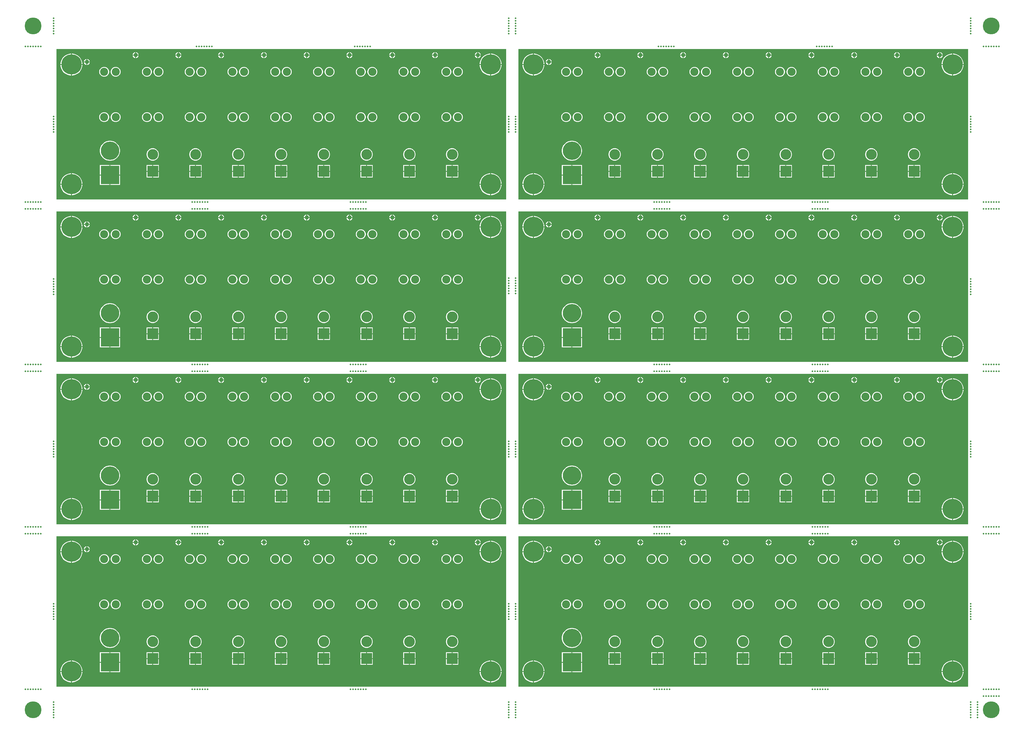
<source format=gbl>
G04*
G04 #@! TF.GenerationSoftware,Altium Limited,Altium Designer,21.8.1 (53)*
G04*
G04 Layer_Physical_Order=2*
G04 Layer_Color=16711680*
%FSLAX44Y44*%
%MOMM*%
G71*
G04*
G04 #@! TF.SameCoordinates,54C0CB10-D324-4126-BD5B-6722362DD903*
G04*
G04*
G04 #@! TF.FilePolarity,Positive*
G04*
G01*
G75*
%ADD14C,0.5080*%
%ADD15C,5.0000*%
%ADD16C,2.4000*%
%ADD17R,3.1750X3.1750*%
%ADD18C,3.1750*%
%ADD19C,5.4610*%
%ADD20R,5.4610X5.4610*%
%ADD21C,6.0000*%
%ADD22C,1.2700*%
G36*
X2814320Y1554480D02*
X1479550D01*
Y2001520D01*
X2814320D01*
Y1554480D01*
D02*
G37*
G36*
X1442720D02*
X107950D01*
Y2001520D01*
X1442720D01*
Y1554480D01*
D02*
G37*
G36*
X2814320Y1071880D02*
X1479550D01*
Y1518920D01*
X2814320D01*
Y1071880D01*
D02*
G37*
G36*
X1442720D02*
X107950D01*
Y1518920D01*
X1442720D01*
Y1071880D01*
D02*
G37*
G36*
X2814320Y589280D02*
X1479550D01*
Y1036320D01*
X2814320D01*
Y589280D01*
D02*
G37*
G36*
X1442720D02*
X107950D01*
Y1036320D01*
X1442720D01*
Y589280D01*
D02*
G37*
G36*
X2814320Y106680D02*
X1479550D01*
Y553720D01*
X2814320D01*
Y106680D01*
D02*
G37*
G36*
X1442720D02*
X107950D01*
Y553720D01*
X1442720D01*
Y106680D01*
D02*
G37*
%LPC*%
G36*
X2731770Y1992603D02*
Y1985010D01*
X2739363D01*
X2738784Y1987171D01*
X2737614Y1989199D01*
X2735959Y1990854D01*
X2733931Y1992024D01*
X2731770Y1992603D01*
D02*
G37*
G36*
X2729230D02*
X2727068Y1992024D01*
X2725042Y1990854D01*
X2723386Y1989199D01*
X2722216Y1987171D01*
X2721637Y1985010D01*
X2729230D01*
Y1992603D01*
D02*
G37*
G36*
X2604770D02*
Y1985010D01*
X2612363D01*
X2611784Y1987171D01*
X2610614Y1989199D01*
X2608959Y1990854D01*
X2606931Y1992024D01*
X2604770Y1992603D01*
D02*
G37*
G36*
X2602230D02*
X2600069Y1992024D01*
X2598041Y1990854D01*
X2596386Y1989199D01*
X2595216Y1987171D01*
X2594637Y1985010D01*
X2602230D01*
Y1992603D01*
D02*
G37*
G36*
X2477770D02*
Y1985010D01*
X2485363D01*
X2484784Y1987171D01*
X2483614Y1989199D01*
X2481959Y1990854D01*
X2479931Y1992024D01*
X2477770Y1992603D01*
D02*
G37*
G36*
X2475230D02*
X2473069Y1992024D01*
X2471041Y1990854D01*
X2469386Y1989199D01*
X2468216Y1987171D01*
X2467637Y1985010D01*
X2475230D01*
Y1992603D01*
D02*
G37*
G36*
X2350770D02*
Y1985010D01*
X2358363D01*
X2357784Y1987171D01*
X2356614Y1989199D01*
X2354959Y1990854D01*
X2352931Y1992024D01*
X2350770Y1992603D01*
D02*
G37*
G36*
X2348230D02*
X2346069Y1992024D01*
X2344041Y1990854D01*
X2342386Y1989199D01*
X2341216Y1987171D01*
X2340637Y1985010D01*
X2348230D01*
Y1992603D01*
D02*
G37*
G36*
X2223770D02*
Y1985010D01*
X2231363D01*
X2230784Y1987171D01*
X2229614Y1989199D01*
X2227959Y1990854D01*
X2225931Y1992024D01*
X2223770Y1992603D01*
D02*
G37*
G36*
X2221230D02*
X2219069Y1992024D01*
X2217041Y1990854D01*
X2215386Y1989199D01*
X2214216Y1987171D01*
X2213637Y1985010D01*
X2221230D01*
Y1992603D01*
D02*
G37*
G36*
X2096770D02*
Y1985010D01*
X2104363D01*
X2103784Y1987171D01*
X2102614Y1989199D01*
X2100959Y1990854D01*
X2098931Y1992024D01*
X2096770Y1992603D01*
D02*
G37*
G36*
X2094230D02*
X2092069Y1992024D01*
X2090041Y1990854D01*
X2088386Y1989199D01*
X2087216Y1987171D01*
X2086637Y1985010D01*
X2094230D01*
Y1992603D01*
D02*
G37*
G36*
X1969770D02*
Y1985010D01*
X1977363D01*
X1976784Y1987171D01*
X1975614Y1989199D01*
X1973959Y1990854D01*
X1971931Y1992024D01*
X1969770Y1992603D01*
D02*
G37*
G36*
X1967230D02*
X1965069Y1992024D01*
X1963041Y1990854D01*
X1961386Y1989199D01*
X1960216Y1987171D01*
X1959637Y1985010D01*
X1967230D01*
Y1992603D01*
D02*
G37*
G36*
X1842770D02*
Y1985010D01*
X1850363D01*
X1849784Y1987171D01*
X1848614Y1989199D01*
X1846959Y1990854D01*
X1844931Y1992024D01*
X1842770Y1992603D01*
D02*
G37*
G36*
X1840230D02*
X1838069Y1992024D01*
X1836041Y1990854D01*
X1834386Y1989199D01*
X1833216Y1987171D01*
X1832637Y1985010D01*
X1840230D01*
Y1992603D01*
D02*
G37*
G36*
X1715770D02*
Y1985010D01*
X1723363D01*
X1722784Y1987171D01*
X1721614Y1989199D01*
X1719959Y1990854D01*
X1717931Y1992024D01*
X1715770Y1992603D01*
D02*
G37*
G36*
X1713230D02*
X1711069Y1992024D01*
X1709041Y1990854D01*
X1707386Y1989199D01*
X1706216Y1987171D01*
X1705637Y1985010D01*
X1713230D01*
Y1992603D01*
D02*
G37*
G36*
X2739363Y1982470D02*
X2731770D01*
Y1974877D01*
X2733931Y1975456D01*
X2735959Y1976626D01*
X2737614Y1978281D01*
X2738784Y1980309D01*
X2739363Y1982470D01*
D02*
G37*
G36*
X2729230D02*
X2721637D01*
X2722216Y1980309D01*
X2723386Y1978281D01*
X2725042Y1976626D01*
X2727068Y1975456D01*
X2729230Y1974877D01*
Y1982470D01*
D02*
G37*
G36*
X2612363D02*
X2604770D01*
Y1974877D01*
X2606931Y1975456D01*
X2608959Y1976626D01*
X2610614Y1978281D01*
X2611784Y1980309D01*
X2612363Y1982470D01*
D02*
G37*
G36*
X2602230D02*
X2594637D01*
X2595216Y1980309D01*
X2596386Y1978281D01*
X2598041Y1976626D01*
X2600069Y1975456D01*
X2602230Y1974877D01*
Y1982470D01*
D02*
G37*
G36*
X2485363D02*
X2477770D01*
Y1974877D01*
X2479931Y1975456D01*
X2481959Y1976626D01*
X2483614Y1978281D01*
X2484784Y1980309D01*
X2485363Y1982470D01*
D02*
G37*
G36*
X2475230D02*
X2467637D01*
X2468216Y1980309D01*
X2469386Y1978281D01*
X2471041Y1976626D01*
X2473069Y1975456D01*
X2475230Y1974877D01*
Y1982470D01*
D02*
G37*
G36*
X2358363D02*
X2350770D01*
Y1974877D01*
X2352931Y1975456D01*
X2354959Y1976626D01*
X2356614Y1978281D01*
X2357784Y1980309D01*
X2358363Y1982470D01*
D02*
G37*
G36*
X2348230D02*
X2340637D01*
X2341216Y1980309D01*
X2342386Y1978281D01*
X2344041Y1976626D01*
X2346069Y1975456D01*
X2348230Y1974877D01*
Y1982470D01*
D02*
G37*
G36*
X2231363D02*
X2223770D01*
Y1974877D01*
X2225931Y1975456D01*
X2227959Y1976626D01*
X2229614Y1978281D01*
X2230784Y1980309D01*
X2231363Y1982470D01*
D02*
G37*
G36*
X2221230D02*
X2213637D01*
X2214216Y1980309D01*
X2215386Y1978281D01*
X2217041Y1976626D01*
X2219069Y1975456D01*
X2221230Y1974877D01*
Y1982470D01*
D02*
G37*
G36*
X2104363D02*
X2096770D01*
Y1974877D01*
X2098931Y1975456D01*
X2100959Y1976626D01*
X2102614Y1978281D01*
X2103784Y1980309D01*
X2104363Y1982470D01*
D02*
G37*
G36*
X2094230D02*
X2086637D01*
X2087216Y1980309D01*
X2088386Y1978281D01*
X2090041Y1976626D01*
X2092069Y1975456D01*
X2094230Y1974877D01*
Y1982470D01*
D02*
G37*
G36*
X1977363D02*
X1969770D01*
Y1974877D01*
X1971931Y1975456D01*
X1973959Y1976626D01*
X1975614Y1978281D01*
X1976784Y1980309D01*
X1977363Y1982470D01*
D02*
G37*
G36*
X1967230D02*
X1959637D01*
X1960216Y1980309D01*
X1961386Y1978281D01*
X1963041Y1976626D01*
X1965069Y1975456D01*
X1967230Y1974877D01*
Y1982470D01*
D02*
G37*
G36*
X1850363D02*
X1842770D01*
Y1974877D01*
X1844931Y1975456D01*
X1846959Y1976626D01*
X1848614Y1978281D01*
X1849784Y1980309D01*
X1850363Y1982470D01*
D02*
G37*
G36*
X1840230D02*
X1832637D01*
X1833216Y1980309D01*
X1834386Y1978281D01*
X1836041Y1976626D01*
X1838069Y1975456D01*
X1840230Y1974877D01*
Y1982470D01*
D02*
G37*
G36*
X1723363D02*
X1715770D01*
Y1974877D01*
X1717931Y1975456D01*
X1719959Y1976626D01*
X1721614Y1978281D01*
X1722784Y1980309D01*
X1723363Y1982470D01*
D02*
G37*
G36*
X1713230D02*
X1705637D01*
X1706216Y1980309D01*
X1707386Y1978281D01*
X1709041Y1976626D01*
X1711069Y1975456D01*
X1713230Y1974877D01*
Y1982470D01*
D02*
G37*
G36*
X1570990Y1972283D02*
Y1964690D01*
X1578583D01*
X1578004Y1966851D01*
X1576834Y1968879D01*
X1575179Y1970534D01*
X1573151Y1971704D01*
X1570990Y1972283D01*
D02*
G37*
G36*
X1568450D02*
X1566289Y1971704D01*
X1564261Y1970534D01*
X1562606Y1968879D01*
X1561436Y1966851D01*
X1560857Y1964690D01*
X1568450D01*
Y1972283D01*
D02*
G37*
G36*
X2771161Y1988340D02*
X2769870D01*
Y1957070D01*
X2801140D01*
Y1958361D01*
X2800339Y1963420D01*
X2798756Y1968291D01*
X2796431Y1972855D01*
X2793420Y1976998D01*
X2789798Y1980620D01*
X2785655Y1983631D01*
X2781091Y1985956D01*
X2776220Y1987539D01*
X2771161Y1988340D01*
D02*
G37*
G36*
X2767330D02*
X2766039D01*
X2760980Y1987539D01*
X2756109Y1985956D01*
X2751545Y1983631D01*
X2747402Y1980620D01*
X2743780Y1976998D01*
X2740769Y1972855D01*
X2738444Y1968291D01*
X2736861Y1963420D01*
X2736060Y1958361D01*
Y1957070D01*
X2767330D01*
Y1988340D01*
D02*
G37*
G36*
X1526561D02*
X1525270D01*
Y1957070D01*
X1556540D01*
Y1958361D01*
X1555739Y1963420D01*
X1554156Y1968291D01*
X1551831Y1972855D01*
X1548820Y1976998D01*
X1545198Y1980620D01*
X1541055Y1983631D01*
X1536491Y1985956D01*
X1531620Y1987539D01*
X1526561Y1988340D01*
D02*
G37*
G36*
X1522730D02*
X1521439D01*
X1516380Y1987539D01*
X1511509Y1985956D01*
X1506945Y1983631D01*
X1502802Y1980620D01*
X1499180Y1976998D01*
X1496169Y1972855D01*
X1493844Y1968291D01*
X1492261Y1963420D01*
X1491460Y1958361D01*
Y1957070D01*
X1522730D01*
Y1988340D01*
D02*
G37*
G36*
X1578583Y1962150D02*
X1570990D01*
Y1954557D01*
X1573151Y1955136D01*
X1575179Y1956306D01*
X1576834Y1957961D01*
X1578004Y1959989D01*
X1578583Y1962150D01*
D02*
G37*
G36*
X1568450D02*
X1560857D01*
X1561436Y1959989D01*
X1562606Y1957961D01*
X1564261Y1956306D01*
X1566289Y1955136D01*
X1568450Y1954557D01*
Y1962150D01*
D02*
G37*
G36*
X2801140Y1954530D02*
X2769870D01*
Y1923260D01*
X2771161D01*
X2776220Y1924061D01*
X2781091Y1925644D01*
X2785655Y1927969D01*
X2789798Y1930980D01*
X2793420Y1934602D01*
X2796431Y1938745D01*
X2798756Y1943309D01*
X2800339Y1948180D01*
X2801140Y1953239D01*
Y1954530D01*
D02*
G37*
G36*
X2767330D02*
X2736060D01*
Y1953239D01*
X2736861Y1948180D01*
X2738444Y1943309D01*
X2740769Y1938745D01*
X2743780Y1934602D01*
X2747402Y1930980D01*
X2751545Y1927969D01*
X2756109Y1925644D01*
X2760980Y1924061D01*
X2766039Y1923260D01*
X2767330D01*
Y1954530D01*
D02*
G37*
G36*
X1556540D02*
X1525270D01*
Y1923260D01*
X1526561D01*
X1531620Y1924061D01*
X1536491Y1925644D01*
X1541055Y1927969D01*
X1545198Y1930980D01*
X1548820Y1934602D01*
X1551831Y1938745D01*
X1554156Y1943309D01*
X1555739Y1948180D01*
X1556540Y1953239D01*
Y1954530D01*
D02*
G37*
G36*
X1522730D02*
X1491460D01*
Y1953239D01*
X1492261Y1948180D01*
X1493844Y1943309D01*
X1496169Y1938745D01*
X1499180Y1934602D01*
X1502802Y1930980D01*
X1506945Y1927969D01*
X1511509Y1925644D01*
X1516380Y1924061D01*
X1521439Y1923260D01*
X1522730D01*
Y1954530D01*
D02*
G37*
G36*
X2673214Y1948790D02*
X2669386D01*
X2665688Y1947799D01*
X2662372Y1945885D01*
X2659665Y1943178D01*
X2657751Y1939862D01*
X2656760Y1936164D01*
Y1932336D01*
X2657751Y1928638D01*
X2659665Y1925322D01*
X2662372Y1922615D01*
X2665688Y1920701D01*
X2669386Y1919710D01*
X2673214D01*
X2676912Y1920701D01*
X2680228Y1922615D01*
X2682935Y1925322D01*
X2684849Y1928638D01*
X2685840Y1932336D01*
Y1936164D01*
X2684849Y1939862D01*
X2682935Y1943178D01*
X2680228Y1945885D01*
X2676912Y1947799D01*
X2673214Y1948790D01*
D02*
G37*
G36*
X2639214D02*
X2635386D01*
X2631688Y1947799D01*
X2628372Y1945885D01*
X2625665Y1943178D01*
X2623751Y1939862D01*
X2622760Y1936164D01*
Y1932336D01*
X2623751Y1928638D01*
X2625665Y1925322D01*
X2628372Y1922615D01*
X2631688Y1920701D01*
X2635386Y1919710D01*
X2639214D01*
X2642912Y1920701D01*
X2646228Y1922615D01*
X2648935Y1925322D01*
X2650849Y1928638D01*
X2651840Y1932336D01*
Y1936164D01*
X2650849Y1939862D01*
X2648935Y1943178D01*
X2646228Y1945885D01*
X2642912Y1947799D01*
X2639214Y1948790D01*
D02*
G37*
G36*
X2546214D02*
X2542386D01*
X2538688Y1947799D01*
X2535372Y1945885D01*
X2532665Y1943178D01*
X2530751Y1939862D01*
X2529760Y1936164D01*
Y1932336D01*
X2530751Y1928638D01*
X2532665Y1925322D01*
X2535372Y1922615D01*
X2538688Y1920701D01*
X2542386Y1919710D01*
X2546214D01*
X2549912Y1920701D01*
X2553228Y1922615D01*
X2555935Y1925322D01*
X2557849Y1928638D01*
X2558840Y1932336D01*
Y1936164D01*
X2557849Y1939862D01*
X2555935Y1943178D01*
X2553228Y1945885D01*
X2549912Y1947799D01*
X2546214Y1948790D01*
D02*
G37*
G36*
X2512214D02*
X2508386D01*
X2504688Y1947799D01*
X2501372Y1945885D01*
X2498665Y1943178D01*
X2496751Y1939862D01*
X2495760Y1936164D01*
Y1932336D01*
X2496751Y1928638D01*
X2498665Y1925322D01*
X2501372Y1922615D01*
X2504688Y1920701D01*
X2508386Y1919710D01*
X2512214D01*
X2515912Y1920701D01*
X2519228Y1922615D01*
X2521935Y1925322D01*
X2523849Y1928638D01*
X2524840Y1932336D01*
Y1936164D01*
X2523849Y1939862D01*
X2521935Y1943178D01*
X2519228Y1945885D01*
X2515912Y1947799D01*
X2512214Y1948790D01*
D02*
G37*
G36*
X2419214D02*
X2415386D01*
X2411688Y1947799D01*
X2408372Y1945885D01*
X2405665Y1943178D01*
X2403751Y1939862D01*
X2402760Y1936164D01*
Y1932336D01*
X2403751Y1928638D01*
X2405665Y1925322D01*
X2408372Y1922615D01*
X2411688Y1920701D01*
X2415386Y1919710D01*
X2419214D01*
X2422912Y1920701D01*
X2426228Y1922615D01*
X2428935Y1925322D01*
X2430849Y1928638D01*
X2431840Y1932336D01*
Y1936164D01*
X2430849Y1939862D01*
X2428935Y1943178D01*
X2426228Y1945885D01*
X2422912Y1947799D01*
X2419214Y1948790D01*
D02*
G37*
G36*
X2385214D02*
X2381386D01*
X2377688Y1947799D01*
X2374372Y1945885D01*
X2371665Y1943178D01*
X2369751Y1939862D01*
X2368760Y1936164D01*
Y1932336D01*
X2369751Y1928638D01*
X2371665Y1925322D01*
X2374372Y1922615D01*
X2377688Y1920701D01*
X2381386Y1919710D01*
X2385214D01*
X2388912Y1920701D01*
X2392228Y1922615D01*
X2394935Y1925322D01*
X2396849Y1928638D01*
X2397840Y1932336D01*
Y1936164D01*
X2396849Y1939862D01*
X2394935Y1943178D01*
X2392228Y1945885D01*
X2388912Y1947799D01*
X2385214Y1948790D01*
D02*
G37*
G36*
X2292214D02*
X2288386D01*
X2284688Y1947799D01*
X2281372Y1945885D01*
X2278665Y1943178D01*
X2276751Y1939862D01*
X2275760Y1936164D01*
Y1932336D01*
X2276751Y1928638D01*
X2278665Y1925322D01*
X2281372Y1922615D01*
X2284688Y1920701D01*
X2288386Y1919710D01*
X2292214D01*
X2295912Y1920701D01*
X2299228Y1922615D01*
X2301935Y1925322D01*
X2303849Y1928638D01*
X2304840Y1932336D01*
Y1936164D01*
X2303849Y1939862D01*
X2301935Y1943178D01*
X2299228Y1945885D01*
X2295912Y1947799D01*
X2292214Y1948790D01*
D02*
G37*
G36*
X2258214D02*
X2254386D01*
X2250688Y1947799D01*
X2247372Y1945885D01*
X2244665Y1943178D01*
X2242751Y1939862D01*
X2241760Y1936164D01*
Y1932336D01*
X2242751Y1928638D01*
X2244665Y1925322D01*
X2247372Y1922615D01*
X2250688Y1920701D01*
X2254386Y1919710D01*
X2258214D01*
X2261912Y1920701D01*
X2265228Y1922615D01*
X2267935Y1925322D01*
X2269849Y1928638D01*
X2270840Y1932336D01*
Y1936164D01*
X2269849Y1939862D01*
X2267935Y1943178D01*
X2265228Y1945885D01*
X2261912Y1947799D01*
X2258214Y1948790D01*
D02*
G37*
G36*
X2165214D02*
X2161386D01*
X2157688Y1947799D01*
X2154372Y1945885D01*
X2151665Y1943178D01*
X2149751Y1939862D01*
X2148760Y1936164D01*
Y1932336D01*
X2149751Y1928638D01*
X2151665Y1925322D01*
X2154372Y1922615D01*
X2157688Y1920701D01*
X2161386Y1919710D01*
X2165214D01*
X2168912Y1920701D01*
X2172228Y1922615D01*
X2174935Y1925322D01*
X2176849Y1928638D01*
X2177840Y1932336D01*
Y1936164D01*
X2176849Y1939862D01*
X2174935Y1943178D01*
X2172228Y1945885D01*
X2168912Y1947799D01*
X2165214Y1948790D01*
D02*
G37*
G36*
X2131214D02*
X2127386D01*
X2123688Y1947799D01*
X2120372Y1945885D01*
X2117665Y1943178D01*
X2115751Y1939862D01*
X2114760Y1936164D01*
Y1932336D01*
X2115751Y1928638D01*
X2117665Y1925322D01*
X2120372Y1922615D01*
X2123688Y1920701D01*
X2127386Y1919710D01*
X2131214D01*
X2134912Y1920701D01*
X2138228Y1922615D01*
X2140935Y1925322D01*
X2142849Y1928638D01*
X2143840Y1932336D01*
Y1936164D01*
X2142849Y1939862D01*
X2140935Y1943178D01*
X2138228Y1945885D01*
X2134912Y1947799D01*
X2131214Y1948790D01*
D02*
G37*
G36*
X2038214D02*
X2034386D01*
X2030688Y1947799D01*
X2027372Y1945885D01*
X2024665Y1943178D01*
X2022751Y1939862D01*
X2021760Y1936164D01*
Y1932336D01*
X2022751Y1928638D01*
X2024665Y1925322D01*
X2027372Y1922615D01*
X2030688Y1920701D01*
X2034386Y1919710D01*
X2038214D01*
X2041912Y1920701D01*
X2045228Y1922615D01*
X2047935Y1925322D01*
X2049849Y1928638D01*
X2050840Y1932336D01*
Y1936164D01*
X2049849Y1939862D01*
X2047935Y1943178D01*
X2045228Y1945885D01*
X2041912Y1947799D01*
X2038214Y1948790D01*
D02*
G37*
G36*
X2004214D02*
X2000386D01*
X1996688Y1947799D01*
X1993372Y1945885D01*
X1990665Y1943178D01*
X1988751Y1939862D01*
X1987760Y1936164D01*
Y1932336D01*
X1988751Y1928638D01*
X1990665Y1925322D01*
X1993372Y1922615D01*
X1996688Y1920701D01*
X2000386Y1919710D01*
X2004214D01*
X2007912Y1920701D01*
X2011228Y1922615D01*
X2013935Y1925322D01*
X2015849Y1928638D01*
X2016840Y1932336D01*
Y1936164D01*
X2015849Y1939862D01*
X2013935Y1943178D01*
X2011228Y1945885D01*
X2007912Y1947799D01*
X2004214Y1948790D01*
D02*
G37*
G36*
X1911214D02*
X1907386D01*
X1903688Y1947799D01*
X1900372Y1945885D01*
X1897665Y1943178D01*
X1895751Y1939862D01*
X1894760Y1936164D01*
Y1932336D01*
X1895751Y1928638D01*
X1897665Y1925322D01*
X1900372Y1922615D01*
X1903688Y1920701D01*
X1907386Y1919710D01*
X1911214D01*
X1914912Y1920701D01*
X1918228Y1922615D01*
X1920935Y1925322D01*
X1922849Y1928638D01*
X1923840Y1932336D01*
Y1936164D01*
X1922849Y1939862D01*
X1920935Y1943178D01*
X1918228Y1945885D01*
X1914912Y1947799D01*
X1911214Y1948790D01*
D02*
G37*
G36*
X1877214D02*
X1873386D01*
X1869688Y1947799D01*
X1866372Y1945885D01*
X1863665Y1943178D01*
X1861751Y1939862D01*
X1860760Y1936164D01*
Y1932336D01*
X1861751Y1928638D01*
X1863665Y1925322D01*
X1866372Y1922615D01*
X1869688Y1920701D01*
X1873386Y1919710D01*
X1877214D01*
X1880912Y1920701D01*
X1884228Y1922615D01*
X1886935Y1925322D01*
X1888849Y1928638D01*
X1889840Y1932336D01*
Y1936164D01*
X1888849Y1939862D01*
X1886935Y1943178D01*
X1884228Y1945885D01*
X1880912Y1947799D01*
X1877214Y1948790D01*
D02*
G37*
G36*
X1784214D02*
X1780386D01*
X1776688Y1947799D01*
X1773372Y1945885D01*
X1770665Y1943178D01*
X1768751Y1939862D01*
X1767760Y1936164D01*
Y1932336D01*
X1768751Y1928638D01*
X1770665Y1925322D01*
X1773372Y1922615D01*
X1776688Y1920701D01*
X1780386Y1919710D01*
X1784214D01*
X1787912Y1920701D01*
X1791228Y1922615D01*
X1793935Y1925322D01*
X1795849Y1928638D01*
X1796840Y1932336D01*
Y1936164D01*
X1795849Y1939862D01*
X1793935Y1943178D01*
X1791228Y1945885D01*
X1787912Y1947799D01*
X1784214Y1948790D01*
D02*
G37*
G36*
X1750214D02*
X1746386D01*
X1742688Y1947799D01*
X1739372Y1945885D01*
X1736665Y1943178D01*
X1734751Y1939862D01*
X1733760Y1936164D01*
Y1932336D01*
X1734751Y1928638D01*
X1736665Y1925322D01*
X1739372Y1922615D01*
X1742688Y1920701D01*
X1746386Y1919710D01*
X1750214D01*
X1753912Y1920701D01*
X1757228Y1922615D01*
X1759935Y1925322D01*
X1761849Y1928638D01*
X1762840Y1932336D01*
Y1936164D01*
X1761849Y1939862D01*
X1759935Y1943178D01*
X1757228Y1945885D01*
X1753912Y1947799D01*
X1750214Y1948790D01*
D02*
G37*
G36*
X1657214D02*
X1653386D01*
X1649688Y1947799D01*
X1646372Y1945885D01*
X1643665Y1943178D01*
X1641751Y1939862D01*
X1640760Y1936164D01*
Y1932336D01*
X1641751Y1928638D01*
X1643665Y1925322D01*
X1646372Y1922615D01*
X1649688Y1920701D01*
X1653386Y1919710D01*
X1657214D01*
X1660912Y1920701D01*
X1664228Y1922615D01*
X1666935Y1925322D01*
X1668849Y1928638D01*
X1669840Y1932336D01*
Y1936164D01*
X1668849Y1939862D01*
X1666935Y1943178D01*
X1664228Y1945885D01*
X1660912Y1947799D01*
X1657214Y1948790D01*
D02*
G37*
G36*
X1623214D02*
X1619386D01*
X1615688Y1947799D01*
X1612372Y1945885D01*
X1609665Y1943178D01*
X1607751Y1939862D01*
X1606760Y1936164D01*
Y1932336D01*
X1607751Y1928638D01*
X1609665Y1925322D01*
X1612372Y1922615D01*
X1615688Y1920701D01*
X1619386Y1919710D01*
X1623214D01*
X1626912Y1920701D01*
X1630228Y1922615D01*
X1632935Y1925322D01*
X1634849Y1928638D01*
X1635840Y1932336D01*
Y1936164D01*
X1634849Y1939862D01*
X1632935Y1943178D01*
X1630228Y1945885D01*
X1626912Y1947799D01*
X1623214Y1948790D01*
D02*
G37*
G36*
X2673214Y1814090D02*
X2669386D01*
X2665688Y1813099D01*
X2662372Y1811185D01*
X2659665Y1808478D01*
X2657751Y1805162D01*
X2656760Y1801464D01*
Y1797636D01*
X2657751Y1793938D01*
X2659665Y1790622D01*
X2662372Y1787915D01*
X2665688Y1786001D01*
X2669386Y1785010D01*
X2673214D01*
X2676912Y1786001D01*
X2680228Y1787915D01*
X2682935Y1790622D01*
X2684849Y1793938D01*
X2685840Y1797636D01*
Y1801464D01*
X2684849Y1805162D01*
X2682935Y1808478D01*
X2680228Y1811185D01*
X2676912Y1813099D01*
X2673214Y1814090D01*
D02*
G37*
G36*
X2639214D02*
X2635386D01*
X2631688Y1813099D01*
X2628372Y1811185D01*
X2625665Y1808478D01*
X2623751Y1805162D01*
X2622760Y1801464D01*
Y1797636D01*
X2623751Y1793938D01*
X2625665Y1790622D01*
X2628372Y1787915D01*
X2631688Y1786001D01*
X2635386Y1785010D01*
X2639214D01*
X2642912Y1786001D01*
X2646228Y1787915D01*
X2648935Y1790622D01*
X2650849Y1793938D01*
X2651840Y1797636D01*
Y1801464D01*
X2650849Y1805162D01*
X2648935Y1808478D01*
X2646228Y1811185D01*
X2642912Y1813099D01*
X2639214Y1814090D01*
D02*
G37*
G36*
X2546214D02*
X2542386D01*
X2538688Y1813099D01*
X2535372Y1811185D01*
X2532665Y1808478D01*
X2530751Y1805162D01*
X2529760Y1801464D01*
Y1797636D01*
X2530751Y1793938D01*
X2532665Y1790622D01*
X2535372Y1787915D01*
X2538688Y1786001D01*
X2542386Y1785010D01*
X2546214D01*
X2549912Y1786001D01*
X2553228Y1787915D01*
X2555935Y1790622D01*
X2557849Y1793938D01*
X2558840Y1797636D01*
Y1801464D01*
X2557849Y1805162D01*
X2555935Y1808478D01*
X2553228Y1811185D01*
X2549912Y1813099D01*
X2546214Y1814090D01*
D02*
G37*
G36*
X2512214D02*
X2508386D01*
X2504688Y1813099D01*
X2501372Y1811185D01*
X2498665Y1808478D01*
X2496751Y1805162D01*
X2495760Y1801464D01*
Y1797636D01*
X2496751Y1793938D01*
X2498665Y1790622D01*
X2501372Y1787915D01*
X2504688Y1786001D01*
X2508386Y1785010D01*
X2512214D01*
X2515912Y1786001D01*
X2519228Y1787915D01*
X2521935Y1790622D01*
X2523849Y1793938D01*
X2524840Y1797636D01*
Y1801464D01*
X2523849Y1805162D01*
X2521935Y1808478D01*
X2519228Y1811185D01*
X2515912Y1813099D01*
X2512214Y1814090D01*
D02*
G37*
G36*
X2419214D02*
X2415386D01*
X2411688Y1813099D01*
X2408372Y1811185D01*
X2405665Y1808478D01*
X2403751Y1805162D01*
X2402760Y1801464D01*
Y1797636D01*
X2403751Y1793938D01*
X2405665Y1790622D01*
X2408372Y1787915D01*
X2411688Y1786001D01*
X2415386Y1785010D01*
X2419214D01*
X2422912Y1786001D01*
X2426228Y1787915D01*
X2428935Y1790622D01*
X2430849Y1793938D01*
X2431840Y1797636D01*
Y1801464D01*
X2430849Y1805162D01*
X2428935Y1808478D01*
X2426228Y1811185D01*
X2422912Y1813099D01*
X2419214Y1814090D01*
D02*
G37*
G36*
X2385214D02*
X2381386D01*
X2377688Y1813099D01*
X2374372Y1811185D01*
X2371665Y1808478D01*
X2369751Y1805162D01*
X2368760Y1801464D01*
Y1797636D01*
X2369751Y1793938D01*
X2371665Y1790622D01*
X2374372Y1787915D01*
X2377688Y1786001D01*
X2381386Y1785010D01*
X2385214D01*
X2388912Y1786001D01*
X2392228Y1787915D01*
X2394935Y1790622D01*
X2396849Y1793938D01*
X2397840Y1797636D01*
Y1801464D01*
X2396849Y1805162D01*
X2394935Y1808478D01*
X2392228Y1811185D01*
X2388912Y1813099D01*
X2385214Y1814090D01*
D02*
G37*
G36*
X2292214D02*
X2288386D01*
X2284688Y1813099D01*
X2281372Y1811185D01*
X2278665Y1808478D01*
X2276751Y1805162D01*
X2275760Y1801464D01*
Y1797636D01*
X2276751Y1793938D01*
X2278665Y1790622D01*
X2281372Y1787915D01*
X2284688Y1786001D01*
X2288386Y1785010D01*
X2292214D01*
X2295912Y1786001D01*
X2299228Y1787915D01*
X2301935Y1790622D01*
X2303849Y1793938D01*
X2304840Y1797636D01*
Y1801464D01*
X2303849Y1805162D01*
X2301935Y1808478D01*
X2299228Y1811185D01*
X2295912Y1813099D01*
X2292214Y1814090D01*
D02*
G37*
G36*
X2258214D02*
X2254386D01*
X2250688Y1813099D01*
X2247372Y1811185D01*
X2244665Y1808478D01*
X2242751Y1805162D01*
X2241760Y1801464D01*
Y1797636D01*
X2242751Y1793938D01*
X2244665Y1790622D01*
X2247372Y1787915D01*
X2250688Y1786001D01*
X2254386Y1785010D01*
X2258214D01*
X2261912Y1786001D01*
X2265228Y1787915D01*
X2267935Y1790622D01*
X2269849Y1793938D01*
X2270840Y1797636D01*
Y1801464D01*
X2269849Y1805162D01*
X2267935Y1808478D01*
X2265228Y1811185D01*
X2261912Y1813099D01*
X2258214Y1814090D01*
D02*
G37*
G36*
X2165214D02*
X2161386D01*
X2157688Y1813099D01*
X2154372Y1811185D01*
X2151665Y1808478D01*
X2149751Y1805162D01*
X2148760Y1801464D01*
Y1797636D01*
X2149751Y1793938D01*
X2151665Y1790622D01*
X2154372Y1787915D01*
X2157688Y1786001D01*
X2161386Y1785010D01*
X2165214D01*
X2168912Y1786001D01*
X2172228Y1787915D01*
X2174935Y1790622D01*
X2176849Y1793938D01*
X2177840Y1797636D01*
Y1801464D01*
X2176849Y1805162D01*
X2174935Y1808478D01*
X2172228Y1811185D01*
X2168912Y1813099D01*
X2165214Y1814090D01*
D02*
G37*
G36*
X2131214D02*
X2127386D01*
X2123688Y1813099D01*
X2120372Y1811185D01*
X2117665Y1808478D01*
X2115751Y1805162D01*
X2114760Y1801464D01*
Y1797636D01*
X2115751Y1793938D01*
X2117665Y1790622D01*
X2120372Y1787915D01*
X2123688Y1786001D01*
X2127386Y1785010D01*
X2131214D01*
X2134912Y1786001D01*
X2138228Y1787915D01*
X2140935Y1790622D01*
X2142849Y1793938D01*
X2143840Y1797636D01*
Y1801464D01*
X2142849Y1805162D01*
X2140935Y1808478D01*
X2138228Y1811185D01*
X2134912Y1813099D01*
X2131214Y1814090D01*
D02*
G37*
G36*
X2038214D02*
X2034386D01*
X2030688Y1813099D01*
X2027372Y1811185D01*
X2024665Y1808478D01*
X2022751Y1805162D01*
X2021760Y1801464D01*
Y1797636D01*
X2022751Y1793938D01*
X2024665Y1790622D01*
X2027372Y1787915D01*
X2030688Y1786001D01*
X2034386Y1785010D01*
X2038214D01*
X2041912Y1786001D01*
X2045228Y1787915D01*
X2047935Y1790622D01*
X2049849Y1793938D01*
X2050840Y1797636D01*
Y1801464D01*
X2049849Y1805162D01*
X2047935Y1808478D01*
X2045228Y1811185D01*
X2041912Y1813099D01*
X2038214Y1814090D01*
D02*
G37*
G36*
X2004214D02*
X2000386D01*
X1996688Y1813099D01*
X1993372Y1811185D01*
X1990665Y1808478D01*
X1988751Y1805162D01*
X1987760Y1801464D01*
Y1797636D01*
X1988751Y1793938D01*
X1990665Y1790622D01*
X1993372Y1787915D01*
X1996688Y1786001D01*
X2000386Y1785010D01*
X2004214D01*
X2007912Y1786001D01*
X2011228Y1787915D01*
X2013935Y1790622D01*
X2015849Y1793938D01*
X2016840Y1797636D01*
Y1801464D01*
X2015849Y1805162D01*
X2013935Y1808478D01*
X2011228Y1811185D01*
X2007912Y1813099D01*
X2004214Y1814090D01*
D02*
G37*
G36*
X1911214D02*
X1907386D01*
X1903688Y1813099D01*
X1900372Y1811185D01*
X1897665Y1808478D01*
X1895751Y1805162D01*
X1894760Y1801464D01*
Y1797636D01*
X1895751Y1793938D01*
X1897665Y1790622D01*
X1900372Y1787915D01*
X1903688Y1786001D01*
X1907386Y1785010D01*
X1911214D01*
X1914912Y1786001D01*
X1918228Y1787915D01*
X1920935Y1790622D01*
X1922849Y1793938D01*
X1923840Y1797636D01*
Y1801464D01*
X1922849Y1805162D01*
X1920935Y1808478D01*
X1918228Y1811185D01*
X1914912Y1813099D01*
X1911214Y1814090D01*
D02*
G37*
G36*
X1877214D02*
X1873386D01*
X1869688Y1813099D01*
X1866372Y1811185D01*
X1863665Y1808478D01*
X1861751Y1805162D01*
X1860760Y1801464D01*
Y1797636D01*
X1861751Y1793938D01*
X1863665Y1790622D01*
X1866372Y1787915D01*
X1869688Y1786001D01*
X1873386Y1785010D01*
X1877214D01*
X1880912Y1786001D01*
X1884228Y1787915D01*
X1886935Y1790622D01*
X1888849Y1793938D01*
X1889840Y1797636D01*
Y1801464D01*
X1888849Y1805162D01*
X1886935Y1808478D01*
X1884228Y1811185D01*
X1880912Y1813099D01*
X1877214Y1814090D01*
D02*
G37*
G36*
X1784214D02*
X1780386D01*
X1776688Y1813099D01*
X1773372Y1811185D01*
X1770665Y1808478D01*
X1768751Y1805162D01*
X1767760Y1801464D01*
Y1797636D01*
X1768751Y1793938D01*
X1770665Y1790622D01*
X1773372Y1787915D01*
X1776688Y1786001D01*
X1780386Y1785010D01*
X1784214D01*
X1787912Y1786001D01*
X1791228Y1787915D01*
X1793935Y1790622D01*
X1795849Y1793938D01*
X1796840Y1797636D01*
Y1801464D01*
X1795849Y1805162D01*
X1793935Y1808478D01*
X1791228Y1811185D01*
X1787912Y1813099D01*
X1784214Y1814090D01*
D02*
G37*
G36*
X1750214D02*
X1746386D01*
X1742688Y1813099D01*
X1739372Y1811185D01*
X1736665Y1808478D01*
X1734751Y1805162D01*
X1733760Y1801464D01*
Y1797636D01*
X1734751Y1793938D01*
X1736665Y1790622D01*
X1739372Y1787915D01*
X1742688Y1786001D01*
X1746386Y1785010D01*
X1750214D01*
X1753912Y1786001D01*
X1757228Y1787915D01*
X1759935Y1790622D01*
X1761849Y1793938D01*
X1762840Y1797636D01*
Y1801464D01*
X1761849Y1805162D01*
X1759935Y1808478D01*
X1757228Y1811185D01*
X1753912Y1813099D01*
X1750214Y1814090D01*
D02*
G37*
G36*
X1657214D02*
X1653386D01*
X1649688Y1813099D01*
X1646372Y1811185D01*
X1643665Y1808478D01*
X1641751Y1805162D01*
X1640760Y1801464D01*
Y1797636D01*
X1641751Y1793938D01*
X1643665Y1790622D01*
X1646372Y1787915D01*
X1649688Y1786001D01*
X1653386Y1785010D01*
X1657214D01*
X1660912Y1786001D01*
X1664228Y1787915D01*
X1666935Y1790622D01*
X1668849Y1793938D01*
X1669840Y1797636D01*
Y1801464D01*
X1668849Y1805162D01*
X1666935Y1808478D01*
X1664228Y1811185D01*
X1660912Y1813099D01*
X1657214Y1814090D01*
D02*
G37*
G36*
X1623214D02*
X1619386D01*
X1615688Y1813099D01*
X1612372Y1811185D01*
X1609665Y1808478D01*
X1607751Y1805162D01*
X1606760Y1801464D01*
Y1797636D01*
X1607751Y1793938D01*
X1609665Y1790622D01*
X1612372Y1787915D01*
X1615688Y1786001D01*
X1619386Y1785010D01*
X1623214D01*
X1626912Y1786001D01*
X1630228Y1787915D01*
X1632935Y1790622D01*
X1634849Y1793938D01*
X1635840Y1797636D01*
Y1801464D01*
X1634849Y1805162D01*
X1632935Y1808478D01*
X1630228Y1811185D01*
X1626912Y1813099D01*
X1623214Y1814090D01*
D02*
G37*
G36*
X2656114Y1707115D02*
X2652486D01*
X2648929Y1706407D01*
X2645577Y1705019D01*
X2642561Y1703004D01*
X2639996Y1700439D01*
X2637981Y1697423D01*
X2636593Y1694072D01*
X2635885Y1690514D01*
Y1686886D01*
X2636593Y1683329D01*
X2637981Y1679977D01*
X2639996Y1676961D01*
X2642561Y1674396D01*
X2645577Y1672381D01*
X2648929Y1670993D01*
X2652486Y1670285D01*
X2656114D01*
X2659672Y1670993D01*
X2663023Y1672381D01*
X2666039Y1674396D01*
X2668604Y1676961D01*
X2670619Y1679977D01*
X2672007Y1683329D01*
X2672715Y1686886D01*
Y1690514D01*
X2672007Y1694072D01*
X2670619Y1697423D01*
X2668604Y1700439D01*
X2666039Y1703004D01*
X2663023Y1705019D01*
X2659672Y1706407D01*
X2656114Y1707115D01*
D02*
G37*
G36*
X2529114D02*
X2525486D01*
X2521929Y1706407D01*
X2518577Y1705019D01*
X2515561Y1703004D01*
X2512996Y1700439D01*
X2510981Y1697423D01*
X2509593Y1694072D01*
X2508885Y1690514D01*
Y1686886D01*
X2509593Y1683329D01*
X2510981Y1679977D01*
X2512996Y1676961D01*
X2515561Y1674396D01*
X2518577Y1672381D01*
X2521929Y1670993D01*
X2525486Y1670285D01*
X2529114D01*
X2532672Y1670993D01*
X2536023Y1672381D01*
X2539039Y1674396D01*
X2541604Y1676961D01*
X2543619Y1679977D01*
X2545007Y1683329D01*
X2545715Y1686886D01*
Y1690514D01*
X2545007Y1694072D01*
X2543619Y1697423D01*
X2541604Y1700439D01*
X2539039Y1703004D01*
X2536023Y1705019D01*
X2532672Y1706407D01*
X2529114Y1707115D01*
D02*
G37*
G36*
X2402114D02*
X2398486D01*
X2394928Y1706407D01*
X2391577Y1705019D01*
X2388561Y1703004D01*
X2385996Y1700439D01*
X2383981Y1697423D01*
X2382593Y1694072D01*
X2381885Y1690514D01*
Y1686886D01*
X2382593Y1683329D01*
X2383981Y1679977D01*
X2385996Y1676961D01*
X2388561Y1674396D01*
X2391577Y1672381D01*
X2394928Y1670993D01*
X2398486Y1670285D01*
X2402114D01*
X2405672Y1670993D01*
X2409023Y1672381D01*
X2412039Y1674396D01*
X2414604Y1676961D01*
X2416619Y1679977D01*
X2418007Y1683329D01*
X2418715Y1686886D01*
Y1690514D01*
X2418007Y1694072D01*
X2416619Y1697423D01*
X2414604Y1700439D01*
X2412039Y1703004D01*
X2409023Y1705019D01*
X2405672Y1706407D01*
X2402114Y1707115D01*
D02*
G37*
G36*
X2275114D02*
X2271486D01*
X2267928Y1706407D01*
X2264577Y1705019D01*
X2261561Y1703004D01*
X2258996Y1700439D01*
X2256981Y1697423D01*
X2255593Y1694072D01*
X2254885Y1690514D01*
Y1686886D01*
X2255593Y1683329D01*
X2256981Y1679977D01*
X2258996Y1676961D01*
X2261561Y1674396D01*
X2264577Y1672381D01*
X2267928Y1670993D01*
X2271486Y1670285D01*
X2275114D01*
X2278672Y1670993D01*
X2282023Y1672381D01*
X2285039Y1674396D01*
X2287604Y1676961D01*
X2289619Y1679977D01*
X2291007Y1683329D01*
X2291715Y1686886D01*
Y1690514D01*
X2291007Y1694072D01*
X2289619Y1697423D01*
X2287604Y1700439D01*
X2285039Y1703004D01*
X2282023Y1705019D01*
X2278672Y1706407D01*
X2275114Y1707115D01*
D02*
G37*
G36*
X2148114D02*
X2144486D01*
X2140928Y1706407D01*
X2137577Y1705019D01*
X2134561Y1703004D01*
X2131996Y1700439D01*
X2129981Y1697423D01*
X2128593Y1694072D01*
X2127885Y1690514D01*
Y1686886D01*
X2128593Y1683329D01*
X2129981Y1679977D01*
X2131996Y1676961D01*
X2134561Y1674396D01*
X2137577Y1672381D01*
X2140928Y1670993D01*
X2144486Y1670285D01*
X2148114D01*
X2151671Y1670993D01*
X2155023Y1672381D01*
X2158039Y1674396D01*
X2160604Y1676961D01*
X2162619Y1679977D01*
X2164007Y1683329D01*
X2164715Y1686886D01*
Y1690514D01*
X2164007Y1694072D01*
X2162619Y1697423D01*
X2160604Y1700439D01*
X2158039Y1703004D01*
X2155023Y1705019D01*
X2151671Y1706407D01*
X2148114Y1707115D01*
D02*
G37*
G36*
X2021114D02*
X2017486D01*
X2013929Y1706407D01*
X2010577Y1705019D01*
X2007561Y1703004D01*
X2004996Y1700439D01*
X2002981Y1697423D01*
X2001593Y1694072D01*
X2000885Y1690514D01*
Y1686886D01*
X2001593Y1683329D01*
X2002981Y1679977D01*
X2004996Y1676961D01*
X2007561Y1674396D01*
X2010577Y1672381D01*
X2013929Y1670993D01*
X2017486Y1670285D01*
X2021114D01*
X2024671Y1670993D01*
X2028023Y1672381D01*
X2031039Y1674396D01*
X2033604Y1676961D01*
X2035619Y1679977D01*
X2037007Y1683329D01*
X2037715Y1686886D01*
Y1690514D01*
X2037007Y1694072D01*
X2035619Y1697423D01*
X2033604Y1700439D01*
X2031039Y1703004D01*
X2028023Y1705019D01*
X2024671Y1706407D01*
X2021114Y1707115D01*
D02*
G37*
G36*
X1894114D02*
X1890486D01*
X1886929Y1706407D01*
X1883577Y1705019D01*
X1880561Y1703004D01*
X1877996Y1700439D01*
X1875981Y1697423D01*
X1874593Y1694072D01*
X1873885Y1690514D01*
Y1686886D01*
X1874593Y1683329D01*
X1875981Y1679977D01*
X1877996Y1676961D01*
X1880561Y1674396D01*
X1883577Y1672381D01*
X1886929Y1670993D01*
X1890486Y1670285D01*
X1894114D01*
X1897672Y1670993D01*
X1901023Y1672381D01*
X1904039Y1674396D01*
X1906604Y1676961D01*
X1908619Y1679977D01*
X1910007Y1683329D01*
X1910715Y1686886D01*
Y1690514D01*
X1910007Y1694072D01*
X1908619Y1697423D01*
X1906604Y1700439D01*
X1904039Y1703004D01*
X1901023Y1705019D01*
X1897672Y1706407D01*
X1894114Y1707115D01*
D02*
G37*
G36*
X1767114D02*
X1763486D01*
X1759928Y1706407D01*
X1756577Y1705019D01*
X1753561Y1703004D01*
X1750996Y1700439D01*
X1748981Y1697423D01*
X1747593Y1694072D01*
X1746885Y1690514D01*
Y1686886D01*
X1747593Y1683329D01*
X1748981Y1679977D01*
X1750996Y1676961D01*
X1753561Y1674396D01*
X1756577Y1672381D01*
X1759928Y1670993D01*
X1763486Y1670285D01*
X1767114D01*
X1770672Y1670993D01*
X1774023Y1672381D01*
X1777039Y1674396D01*
X1779604Y1676961D01*
X1781619Y1679977D01*
X1783007Y1683329D01*
X1783715Y1686886D01*
Y1690514D01*
X1783007Y1694072D01*
X1781619Y1697423D01*
X1779604Y1700439D01*
X1777039Y1703004D01*
X1774023Y1705019D01*
X1770672Y1706407D01*
X1767114Y1707115D01*
D02*
G37*
G36*
X1640649Y1729545D02*
X1635951D01*
X1631311Y1728810D01*
X1626844Y1727358D01*
X1622658Y1725226D01*
X1618857Y1722464D01*
X1615535Y1719143D01*
X1612774Y1715342D01*
X1610642Y1711156D01*
X1609190Y1706689D01*
X1608455Y1702049D01*
Y1697351D01*
X1609190Y1692711D01*
X1610642Y1688244D01*
X1612774Y1684058D01*
X1615535Y1680257D01*
X1618857Y1676935D01*
X1622658Y1674174D01*
X1626844Y1672042D01*
X1631311Y1670590D01*
X1635951Y1669855D01*
X1640649D01*
X1645289Y1670590D01*
X1649756Y1672042D01*
X1653942Y1674174D01*
X1657743Y1676935D01*
X1661064Y1680257D01*
X1663826Y1684058D01*
X1665958Y1688244D01*
X1667410Y1692711D01*
X1668145Y1697351D01*
Y1702049D01*
X1667410Y1706689D01*
X1665958Y1711156D01*
X1663826Y1715342D01*
X1661064Y1719143D01*
X1657743Y1722464D01*
X1653942Y1725226D01*
X1649756Y1727358D01*
X1645289Y1728810D01*
X1640649Y1729545D01*
D02*
G37*
G36*
X2672715Y1657115D02*
X2655570D01*
Y1639970D01*
X2672715D01*
Y1657115D01*
D02*
G37*
G36*
X2545715D02*
X2528570D01*
Y1639970D01*
X2545715D01*
Y1657115D01*
D02*
G37*
G36*
X2418715D02*
X2401570D01*
Y1639970D01*
X2418715D01*
Y1657115D01*
D02*
G37*
G36*
X2291715D02*
X2274570D01*
Y1639970D01*
X2291715D01*
Y1657115D01*
D02*
G37*
G36*
X2164715D02*
X2147570D01*
Y1639970D01*
X2164715D01*
Y1657115D01*
D02*
G37*
G36*
X2037715D02*
X2020570D01*
Y1639970D01*
X2037715D01*
Y1657115D01*
D02*
G37*
G36*
X1910715D02*
X1893570D01*
Y1639970D01*
X1910715D01*
Y1657115D01*
D02*
G37*
G36*
X1783715D02*
X1766570D01*
Y1639970D01*
X1783715D01*
Y1657115D01*
D02*
G37*
G36*
X2653030D02*
X2635885D01*
Y1639970D01*
X2653030D01*
Y1657115D01*
D02*
G37*
G36*
X2526030D02*
X2508885D01*
Y1639970D01*
X2526030D01*
Y1657115D01*
D02*
G37*
G36*
X2399030D02*
X2381885D01*
Y1639970D01*
X2399030D01*
Y1657115D01*
D02*
G37*
G36*
X2272030D02*
X2254885D01*
Y1639970D01*
X2272030D01*
Y1657115D01*
D02*
G37*
G36*
X2145030D02*
X2127885D01*
Y1639970D01*
X2145030D01*
Y1657115D01*
D02*
G37*
G36*
X2018030D02*
X2000885D01*
Y1639970D01*
X2018030D01*
Y1657115D01*
D02*
G37*
G36*
X1891030D02*
X1873885D01*
Y1639970D01*
X1891030D01*
Y1657115D01*
D02*
G37*
G36*
X1764030D02*
X1746885D01*
Y1639970D01*
X1764030D01*
Y1657115D01*
D02*
G37*
G36*
X1668145Y1657545D02*
X1639570D01*
Y1628970D01*
X1668145D01*
Y1657545D01*
D02*
G37*
G36*
X1637030D02*
X1608455D01*
Y1628970D01*
X1637030D01*
Y1657545D01*
D02*
G37*
G36*
X2672715Y1637430D02*
X2655570D01*
Y1620285D01*
X2672715D01*
Y1637430D01*
D02*
G37*
G36*
X2653030D02*
X2635885D01*
Y1620285D01*
X2653030D01*
Y1637430D01*
D02*
G37*
G36*
X2545715D02*
X2528570D01*
Y1620285D01*
X2545715D01*
Y1637430D01*
D02*
G37*
G36*
X2526030D02*
X2508885D01*
Y1620285D01*
X2526030D01*
Y1637430D01*
D02*
G37*
G36*
X2418715D02*
X2401570D01*
Y1620285D01*
X2418715D01*
Y1637430D01*
D02*
G37*
G36*
X2399030D02*
X2381885D01*
Y1620285D01*
X2399030D01*
Y1637430D01*
D02*
G37*
G36*
X2291715D02*
X2274570D01*
Y1620285D01*
X2291715D01*
Y1637430D01*
D02*
G37*
G36*
X2272030D02*
X2254885D01*
Y1620285D01*
X2272030D01*
Y1637430D01*
D02*
G37*
G36*
X2164715D02*
X2147570D01*
Y1620285D01*
X2164715D01*
Y1637430D01*
D02*
G37*
G36*
X2145030D02*
X2127885D01*
Y1620285D01*
X2145030D01*
Y1637430D01*
D02*
G37*
G36*
X2037715D02*
X2020570D01*
Y1620285D01*
X2037715D01*
Y1637430D01*
D02*
G37*
G36*
X2018030D02*
X2000885D01*
Y1620285D01*
X2018030D01*
Y1637430D01*
D02*
G37*
G36*
X1910715D02*
X1893570D01*
Y1620285D01*
X1910715D01*
Y1637430D01*
D02*
G37*
G36*
X1891030D02*
X1873885D01*
Y1620285D01*
X1891030D01*
Y1637430D01*
D02*
G37*
G36*
X1783715D02*
X1766570D01*
Y1620285D01*
X1783715D01*
Y1637430D01*
D02*
G37*
G36*
X1764030D02*
X1746885D01*
Y1620285D01*
X1764030D01*
Y1637430D01*
D02*
G37*
G36*
X2771161Y1632740D02*
X2769870D01*
Y1601470D01*
X2801140D01*
Y1602761D01*
X2800339Y1607820D01*
X2798756Y1612691D01*
X2796431Y1617255D01*
X2793420Y1621398D01*
X2789798Y1625020D01*
X2785655Y1628031D01*
X2781091Y1630356D01*
X2776220Y1631939D01*
X2771161Y1632740D01*
D02*
G37*
G36*
X2767330D02*
X2766039D01*
X2760980Y1631939D01*
X2756109Y1630356D01*
X2751545Y1628031D01*
X2747402Y1625020D01*
X2743780Y1621398D01*
X2740769Y1617255D01*
X2738444Y1612691D01*
X2736861Y1607820D01*
X2736060Y1602761D01*
Y1601470D01*
X2767330D01*
Y1632740D01*
D02*
G37*
G36*
X1526561D02*
X1525270D01*
Y1601470D01*
X1556540D01*
Y1602761D01*
X1555739Y1607820D01*
X1554156Y1612691D01*
X1551831Y1617255D01*
X1548820Y1621398D01*
X1545198Y1625020D01*
X1541055Y1628031D01*
X1536491Y1630356D01*
X1531620Y1631939D01*
X1526561Y1632740D01*
D02*
G37*
G36*
X1522730D02*
X1521439D01*
X1516380Y1631939D01*
X1511509Y1630356D01*
X1506945Y1628031D01*
X1502802Y1625020D01*
X1499180Y1621398D01*
X1496169Y1617255D01*
X1493844Y1612691D01*
X1492261Y1607820D01*
X1491460Y1602761D01*
Y1601470D01*
X1522730D01*
Y1632740D01*
D02*
G37*
G36*
X1668145Y1626430D02*
X1639570D01*
Y1597855D01*
X1668145D01*
Y1626430D01*
D02*
G37*
G36*
X1637030D02*
X1608455D01*
Y1597855D01*
X1637030D01*
Y1626430D01*
D02*
G37*
G36*
X2801140Y1598930D02*
X2769870D01*
Y1567660D01*
X2771161D01*
X2776220Y1568461D01*
X2781091Y1570044D01*
X2785655Y1572369D01*
X2789798Y1575380D01*
X2793420Y1579002D01*
X2796431Y1583145D01*
X2798756Y1587709D01*
X2800339Y1592580D01*
X2801140Y1597639D01*
Y1598930D01*
D02*
G37*
G36*
X2767330D02*
X2736060D01*
Y1597639D01*
X2736861Y1592580D01*
X2738444Y1587709D01*
X2740769Y1583145D01*
X2743780Y1579002D01*
X2747402Y1575380D01*
X2751545Y1572369D01*
X2756109Y1570044D01*
X2760980Y1568461D01*
X2766039Y1567660D01*
X2767330D01*
Y1598930D01*
D02*
G37*
G36*
X1556540D02*
X1525270D01*
Y1567660D01*
X1526561D01*
X1531620Y1568461D01*
X1536491Y1570044D01*
X1541055Y1572369D01*
X1545198Y1575380D01*
X1548820Y1579002D01*
X1551831Y1583145D01*
X1554156Y1587709D01*
X1555739Y1592580D01*
X1556540Y1597639D01*
Y1598930D01*
D02*
G37*
G36*
X1522730D02*
X1491460D01*
Y1597639D01*
X1492261Y1592580D01*
X1493844Y1587709D01*
X1496169Y1583145D01*
X1499180Y1579002D01*
X1502802Y1575380D01*
X1506945Y1572369D01*
X1511509Y1570044D01*
X1516380Y1568461D01*
X1521439Y1567660D01*
X1522730D01*
Y1598930D01*
D02*
G37*
G36*
X1360170Y1992603D02*
Y1985010D01*
X1367763D01*
X1367184Y1987171D01*
X1366014Y1989199D01*
X1364359Y1990854D01*
X1362331Y1992024D01*
X1360170Y1992603D01*
D02*
G37*
G36*
X1357630D02*
X1355469Y1992024D01*
X1353441Y1990854D01*
X1351786Y1989199D01*
X1350616Y1987171D01*
X1350037Y1985010D01*
X1357630D01*
Y1992603D01*
D02*
G37*
G36*
X1233170D02*
Y1985010D01*
X1240763D01*
X1240184Y1987171D01*
X1239014Y1989199D01*
X1237359Y1990854D01*
X1235331Y1992024D01*
X1233170Y1992603D01*
D02*
G37*
G36*
X1230630D02*
X1228469Y1992024D01*
X1226441Y1990854D01*
X1224786Y1989199D01*
X1223616Y1987171D01*
X1223037Y1985010D01*
X1230630D01*
Y1992603D01*
D02*
G37*
G36*
X1106170D02*
Y1985010D01*
X1113763D01*
X1113184Y1987171D01*
X1112014Y1989199D01*
X1110359Y1990854D01*
X1108331Y1992024D01*
X1106170Y1992603D01*
D02*
G37*
G36*
X1103630D02*
X1101469Y1992024D01*
X1099441Y1990854D01*
X1097786Y1989199D01*
X1096616Y1987171D01*
X1096037Y1985010D01*
X1103630D01*
Y1992603D01*
D02*
G37*
G36*
X979170D02*
Y1985010D01*
X986763D01*
X986184Y1987171D01*
X985014Y1989199D01*
X983359Y1990854D01*
X981331Y1992024D01*
X979170Y1992603D01*
D02*
G37*
G36*
X976630D02*
X974469Y1992024D01*
X972441Y1990854D01*
X970786Y1989199D01*
X969616Y1987171D01*
X969037Y1985010D01*
X976630D01*
Y1992603D01*
D02*
G37*
G36*
X852170D02*
Y1985010D01*
X859763D01*
X859184Y1987171D01*
X858014Y1989199D01*
X856359Y1990854D01*
X854331Y1992024D01*
X852170Y1992603D01*
D02*
G37*
G36*
X849630D02*
X847469Y1992024D01*
X845441Y1990854D01*
X843786Y1989199D01*
X842616Y1987171D01*
X842037Y1985010D01*
X849630D01*
Y1992603D01*
D02*
G37*
G36*
X725170D02*
Y1985010D01*
X732763D01*
X732184Y1987171D01*
X731014Y1989199D01*
X729359Y1990854D01*
X727331Y1992024D01*
X725170Y1992603D01*
D02*
G37*
G36*
X722630D02*
X720469Y1992024D01*
X718441Y1990854D01*
X716786Y1989199D01*
X715616Y1987171D01*
X715037Y1985010D01*
X722630D01*
Y1992603D01*
D02*
G37*
G36*
X598170D02*
Y1985010D01*
X605763D01*
X605184Y1987171D01*
X604014Y1989199D01*
X602359Y1990854D01*
X600331Y1992024D01*
X598170Y1992603D01*
D02*
G37*
G36*
X595630D02*
X593469Y1992024D01*
X591441Y1990854D01*
X589786Y1989199D01*
X588616Y1987171D01*
X588037Y1985010D01*
X595630D01*
Y1992603D01*
D02*
G37*
G36*
X471170D02*
Y1985010D01*
X478763D01*
X478184Y1987171D01*
X477014Y1989199D01*
X475359Y1990854D01*
X473331Y1992024D01*
X471170Y1992603D01*
D02*
G37*
G36*
X468630D02*
X466469Y1992024D01*
X464441Y1990854D01*
X462786Y1989199D01*
X461616Y1987171D01*
X461037Y1985010D01*
X468630D01*
Y1992603D01*
D02*
G37*
G36*
X344170D02*
Y1985010D01*
X351763D01*
X351184Y1987171D01*
X350014Y1989199D01*
X348359Y1990854D01*
X346331Y1992024D01*
X344170Y1992603D01*
D02*
G37*
G36*
X341630D02*
X339469Y1992024D01*
X337441Y1990854D01*
X335786Y1989199D01*
X334616Y1987171D01*
X334037Y1985010D01*
X341630D01*
Y1992603D01*
D02*
G37*
G36*
X1367763Y1982470D02*
X1360170D01*
Y1974877D01*
X1362331Y1975456D01*
X1364359Y1976626D01*
X1366014Y1978281D01*
X1367184Y1980309D01*
X1367763Y1982470D01*
D02*
G37*
G36*
X1357630D02*
X1350037D01*
X1350616Y1980309D01*
X1351786Y1978281D01*
X1353441Y1976626D01*
X1355469Y1975456D01*
X1357630Y1974877D01*
Y1982470D01*
D02*
G37*
G36*
X1240763D02*
X1233170D01*
Y1974877D01*
X1235331Y1975456D01*
X1237359Y1976626D01*
X1239014Y1978281D01*
X1240184Y1980309D01*
X1240763Y1982470D01*
D02*
G37*
G36*
X1230630D02*
X1223037D01*
X1223616Y1980309D01*
X1224786Y1978281D01*
X1226441Y1976626D01*
X1228469Y1975456D01*
X1230630Y1974877D01*
Y1982470D01*
D02*
G37*
G36*
X1113763D02*
X1106170D01*
Y1974877D01*
X1108331Y1975456D01*
X1110359Y1976626D01*
X1112014Y1978281D01*
X1113184Y1980309D01*
X1113763Y1982470D01*
D02*
G37*
G36*
X1103630D02*
X1096037D01*
X1096616Y1980309D01*
X1097786Y1978281D01*
X1099441Y1976626D01*
X1101469Y1975456D01*
X1103630Y1974877D01*
Y1982470D01*
D02*
G37*
G36*
X986763D02*
X979170D01*
Y1974877D01*
X981331Y1975456D01*
X983359Y1976626D01*
X985014Y1978281D01*
X986184Y1980309D01*
X986763Y1982470D01*
D02*
G37*
G36*
X976630D02*
X969037D01*
X969616Y1980309D01*
X970786Y1978281D01*
X972441Y1976626D01*
X974469Y1975456D01*
X976630Y1974877D01*
Y1982470D01*
D02*
G37*
G36*
X859763D02*
X852170D01*
Y1974877D01*
X854331Y1975456D01*
X856359Y1976626D01*
X858014Y1978281D01*
X859184Y1980309D01*
X859763Y1982470D01*
D02*
G37*
G36*
X849630D02*
X842037D01*
X842616Y1980309D01*
X843786Y1978281D01*
X845441Y1976626D01*
X847469Y1975456D01*
X849630Y1974877D01*
Y1982470D01*
D02*
G37*
G36*
X732763D02*
X725170D01*
Y1974877D01*
X727331Y1975456D01*
X729359Y1976626D01*
X731014Y1978281D01*
X732184Y1980309D01*
X732763Y1982470D01*
D02*
G37*
G36*
X722630D02*
X715037D01*
X715616Y1980309D01*
X716786Y1978281D01*
X718441Y1976626D01*
X720469Y1975456D01*
X722630Y1974877D01*
Y1982470D01*
D02*
G37*
G36*
X605763D02*
X598170D01*
Y1974877D01*
X600331Y1975456D01*
X602359Y1976626D01*
X604014Y1978281D01*
X605184Y1980309D01*
X605763Y1982470D01*
D02*
G37*
G36*
X595630D02*
X588037D01*
X588616Y1980309D01*
X589786Y1978281D01*
X591441Y1976626D01*
X593469Y1975456D01*
X595630Y1974877D01*
Y1982470D01*
D02*
G37*
G36*
X478763D02*
X471170D01*
Y1974877D01*
X473331Y1975456D01*
X475359Y1976626D01*
X477014Y1978281D01*
X478184Y1980309D01*
X478763Y1982470D01*
D02*
G37*
G36*
X468630D02*
X461037D01*
X461616Y1980309D01*
X462786Y1978281D01*
X464441Y1976626D01*
X466469Y1975456D01*
X468630Y1974877D01*
Y1982470D01*
D02*
G37*
G36*
X351763D02*
X344170D01*
Y1974877D01*
X346331Y1975456D01*
X348359Y1976626D01*
X350014Y1978281D01*
X351184Y1980309D01*
X351763Y1982470D01*
D02*
G37*
G36*
X341630D02*
X334037D01*
X334616Y1980309D01*
X335786Y1978281D01*
X337441Y1976626D01*
X339469Y1975456D01*
X341630Y1974877D01*
Y1982470D01*
D02*
G37*
G36*
X199390Y1972283D02*
Y1964690D01*
X206983D01*
X206404Y1966851D01*
X205234Y1968879D01*
X203579Y1970534D01*
X201551Y1971704D01*
X199390Y1972283D01*
D02*
G37*
G36*
X196850D02*
X194689Y1971704D01*
X192661Y1970534D01*
X191006Y1968879D01*
X189836Y1966851D01*
X189257Y1964690D01*
X196850D01*
Y1972283D01*
D02*
G37*
G36*
X1399561Y1988340D02*
X1398270D01*
Y1957070D01*
X1429540D01*
Y1958361D01*
X1428739Y1963420D01*
X1427156Y1968291D01*
X1424831Y1972855D01*
X1421820Y1976998D01*
X1418198Y1980620D01*
X1414055Y1983631D01*
X1409491Y1985956D01*
X1404620Y1987539D01*
X1399561Y1988340D01*
D02*
G37*
G36*
X1395730D02*
X1394439D01*
X1389380Y1987539D01*
X1384509Y1985956D01*
X1379945Y1983631D01*
X1375802Y1980620D01*
X1372180Y1976998D01*
X1369169Y1972855D01*
X1366844Y1968291D01*
X1365261Y1963420D01*
X1364460Y1958361D01*
Y1957070D01*
X1395730D01*
Y1988340D01*
D02*
G37*
G36*
X154961D02*
X153670D01*
Y1957070D01*
X184940D01*
Y1958361D01*
X184139Y1963420D01*
X182556Y1968291D01*
X180231Y1972855D01*
X177220Y1976998D01*
X173598Y1980620D01*
X169455Y1983631D01*
X164891Y1985956D01*
X160020Y1987539D01*
X154961Y1988340D01*
D02*
G37*
G36*
X151130D02*
X149839D01*
X144780Y1987539D01*
X139909Y1985956D01*
X135345Y1983631D01*
X131202Y1980620D01*
X127580Y1976998D01*
X124569Y1972855D01*
X122244Y1968291D01*
X120661Y1963420D01*
X119860Y1958361D01*
Y1957070D01*
X151130D01*
Y1988340D01*
D02*
G37*
G36*
X206983Y1962150D02*
X199390D01*
Y1954557D01*
X201551Y1955136D01*
X203579Y1956306D01*
X205234Y1957961D01*
X206404Y1959989D01*
X206983Y1962150D01*
D02*
G37*
G36*
X196850D02*
X189257D01*
X189836Y1959989D01*
X191006Y1957961D01*
X192661Y1956306D01*
X194689Y1955136D01*
X196850Y1954557D01*
Y1962150D01*
D02*
G37*
G36*
X1429540Y1954530D02*
X1398270D01*
Y1923260D01*
X1399561D01*
X1404620Y1924061D01*
X1409491Y1925644D01*
X1414055Y1927969D01*
X1418198Y1930980D01*
X1421820Y1934602D01*
X1424831Y1938745D01*
X1427156Y1943309D01*
X1428739Y1948180D01*
X1429540Y1953239D01*
Y1954530D01*
D02*
G37*
G36*
X1395730D02*
X1364460D01*
Y1953239D01*
X1365261Y1948180D01*
X1366844Y1943309D01*
X1369169Y1938745D01*
X1372180Y1934602D01*
X1375802Y1930980D01*
X1379945Y1927969D01*
X1384509Y1925644D01*
X1389380Y1924061D01*
X1394439Y1923260D01*
X1395730D01*
Y1954530D01*
D02*
G37*
G36*
X184940D02*
X153670D01*
Y1923260D01*
X154961D01*
X160020Y1924061D01*
X164891Y1925644D01*
X169455Y1927969D01*
X173598Y1930980D01*
X177220Y1934602D01*
X180231Y1938745D01*
X182556Y1943309D01*
X184139Y1948180D01*
X184940Y1953239D01*
Y1954530D01*
D02*
G37*
G36*
X151130D02*
X119860D01*
Y1953239D01*
X120661Y1948180D01*
X122244Y1943309D01*
X124569Y1938745D01*
X127580Y1934602D01*
X131202Y1930980D01*
X135345Y1927969D01*
X139909Y1925644D01*
X144780Y1924061D01*
X149839Y1923260D01*
X151130D01*
Y1954530D01*
D02*
G37*
G36*
X1301614Y1948790D02*
X1297786D01*
X1294088Y1947799D01*
X1290772Y1945885D01*
X1288065Y1943178D01*
X1286151Y1939862D01*
X1285160Y1936164D01*
Y1932336D01*
X1286151Y1928638D01*
X1288065Y1925322D01*
X1290772Y1922615D01*
X1294088Y1920701D01*
X1297786Y1919710D01*
X1301614D01*
X1305312Y1920701D01*
X1308628Y1922615D01*
X1311335Y1925322D01*
X1313249Y1928638D01*
X1314240Y1932336D01*
Y1936164D01*
X1313249Y1939862D01*
X1311335Y1943178D01*
X1308628Y1945885D01*
X1305312Y1947799D01*
X1301614Y1948790D01*
D02*
G37*
G36*
X1267614D02*
X1263786D01*
X1260088Y1947799D01*
X1256772Y1945885D01*
X1254065Y1943178D01*
X1252151Y1939862D01*
X1251160Y1936164D01*
Y1932336D01*
X1252151Y1928638D01*
X1254065Y1925322D01*
X1256772Y1922615D01*
X1260088Y1920701D01*
X1263786Y1919710D01*
X1267614D01*
X1271312Y1920701D01*
X1274628Y1922615D01*
X1277335Y1925322D01*
X1279249Y1928638D01*
X1280240Y1932336D01*
Y1936164D01*
X1279249Y1939862D01*
X1277335Y1943178D01*
X1274628Y1945885D01*
X1271312Y1947799D01*
X1267614Y1948790D01*
D02*
G37*
G36*
X1174614D02*
X1170786D01*
X1167088Y1947799D01*
X1163772Y1945885D01*
X1161065Y1943178D01*
X1159151Y1939862D01*
X1158160Y1936164D01*
Y1932336D01*
X1159151Y1928638D01*
X1161065Y1925322D01*
X1163772Y1922615D01*
X1167088Y1920701D01*
X1170786Y1919710D01*
X1174614D01*
X1178312Y1920701D01*
X1181628Y1922615D01*
X1184335Y1925322D01*
X1186249Y1928638D01*
X1187240Y1932336D01*
Y1936164D01*
X1186249Y1939862D01*
X1184335Y1943178D01*
X1181628Y1945885D01*
X1178312Y1947799D01*
X1174614Y1948790D01*
D02*
G37*
G36*
X1140614D02*
X1136786D01*
X1133088Y1947799D01*
X1129772Y1945885D01*
X1127065Y1943178D01*
X1125151Y1939862D01*
X1124160Y1936164D01*
Y1932336D01*
X1125151Y1928638D01*
X1127065Y1925322D01*
X1129772Y1922615D01*
X1133088Y1920701D01*
X1136786Y1919710D01*
X1140614D01*
X1144312Y1920701D01*
X1147628Y1922615D01*
X1150335Y1925322D01*
X1152249Y1928638D01*
X1153240Y1932336D01*
Y1936164D01*
X1152249Y1939862D01*
X1150335Y1943178D01*
X1147628Y1945885D01*
X1144312Y1947799D01*
X1140614Y1948790D01*
D02*
G37*
G36*
X1047614D02*
X1043786D01*
X1040088Y1947799D01*
X1036772Y1945885D01*
X1034065Y1943178D01*
X1032151Y1939862D01*
X1031160Y1936164D01*
Y1932336D01*
X1032151Y1928638D01*
X1034065Y1925322D01*
X1036772Y1922615D01*
X1040088Y1920701D01*
X1043786Y1919710D01*
X1047614D01*
X1051312Y1920701D01*
X1054628Y1922615D01*
X1057335Y1925322D01*
X1059249Y1928638D01*
X1060240Y1932336D01*
Y1936164D01*
X1059249Y1939862D01*
X1057335Y1943178D01*
X1054628Y1945885D01*
X1051312Y1947799D01*
X1047614Y1948790D01*
D02*
G37*
G36*
X1013614D02*
X1009786D01*
X1006088Y1947799D01*
X1002772Y1945885D01*
X1000065Y1943178D01*
X998151Y1939862D01*
X997160Y1936164D01*
Y1932336D01*
X998151Y1928638D01*
X1000065Y1925322D01*
X1002772Y1922615D01*
X1006088Y1920701D01*
X1009786Y1919710D01*
X1013614D01*
X1017312Y1920701D01*
X1020628Y1922615D01*
X1023335Y1925322D01*
X1025249Y1928638D01*
X1026240Y1932336D01*
Y1936164D01*
X1025249Y1939862D01*
X1023335Y1943178D01*
X1020628Y1945885D01*
X1017312Y1947799D01*
X1013614Y1948790D01*
D02*
G37*
G36*
X920614D02*
X916786D01*
X913088Y1947799D01*
X909772Y1945885D01*
X907065Y1943178D01*
X905151Y1939862D01*
X904160Y1936164D01*
Y1932336D01*
X905151Y1928638D01*
X907065Y1925322D01*
X909772Y1922615D01*
X913088Y1920701D01*
X916786Y1919710D01*
X920614D01*
X924312Y1920701D01*
X927628Y1922615D01*
X930335Y1925322D01*
X932249Y1928638D01*
X933240Y1932336D01*
Y1936164D01*
X932249Y1939862D01*
X930335Y1943178D01*
X927628Y1945885D01*
X924312Y1947799D01*
X920614Y1948790D01*
D02*
G37*
G36*
X886614D02*
X882786D01*
X879088Y1947799D01*
X875772Y1945885D01*
X873065Y1943178D01*
X871151Y1939862D01*
X870160Y1936164D01*
Y1932336D01*
X871151Y1928638D01*
X873065Y1925322D01*
X875772Y1922615D01*
X879088Y1920701D01*
X882786Y1919710D01*
X886614D01*
X890312Y1920701D01*
X893628Y1922615D01*
X896335Y1925322D01*
X898249Y1928638D01*
X899240Y1932336D01*
Y1936164D01*
X898249Y1939862D01*
X896335Y1943178D01*
X893628Y1945885D01*
X890312Y1947799D01*
X886614Y1948790D01*
D02*
G37*
G36*
X793614D02*
X789786D01*
X786088Y1947799D01*
X782772Y1945885D01*
X780065Y1943178D01*
X778151Y1939862D01*
X777160Y1936164D01*
Y1932336D01*
X778151Y1928638D01*
X780065Y1925322D01*
X782772Y1922615D01*
X786088Y1920701D01*
X789786Y1919710D01*
X793614D01*
X797312Y1920701D01*
X800628Y1922615D01*
X803335Y1925322D01*
X805249Y1928638D01*
X806240Y1932336D01*
Y1936164D01*
X805249Y1939862D01*
X803335Y1943178D01*
X800628Y1945885D01*
X797312Y1947799D01*
X793614Y1948790D01*
D02*
G37*
G36*
X759614D02*
X755786D01*
X752088Y1947799D01*
X748772Y1945885D01*
X746065Y1943178D01*
X744151Y1939862D01*
X743160Y1936164D01*
Y1932336D01*
X744151Y1928638D01*
X746065Y1925322D01*
X748772Y1922615D01*
X752088Y1920701D01*
X755786Y1919710D01*
X759614D01*
X763312Y1920701D01*
X766628Y1922615D01*
X769335Y1925322D01*
X771249Y1928638D01*
X772240Y1932336D01*
Y1936164D01*
X771249Y1939862D01*
X769335Y1943178D01*
X766628Y1945885D01*
X763312Y1947799D01*
X759614Y1948790D01*
D02*
G37*
G36*
X666614D02*
X662786D01*
X659088Y1947799D01*
X655772Y1945885D01*
X653065Y1943178D01*
X651151Y1939862D01*
X650160Y1936164D01*
Y1932336D01*
X651151Y1928638D01*
X653065Y1925322D01*
X655772Y1922615D01*
X659088Y1920701D01*
X662786Y1919710D01*
X666614D01*
X670312Y1920701D01*
X673628Y1922615D01*
X676335Y1925322D01*
X678249Y1928638D01*
X679240Y1932336D01*
Y1936164D01*
X678249Y1939862D01*
X676335Y1943178D01*
X673628Y1945885D01*
X670312Y1947799D01*
X666614Y1948790D01*
D02*
G37*
G36*
X632614D02*
X628786D01*
X625088Y1947799D01*
X621772Y1945885D01*
X619065Y1943178D01*
X617151Y1939862D01*
X616160Y1936164D01*
Y1932336D01*
X617151Y1928638D01*
X619065Y1925322D01*
X621772Y1922615D01*
X625088Y1920701D01*
X628786Y1919710D01*
X632614D01*
X636312Y1920701D01*
X639628Y1922615D01*
X642335Y1925322D01*
X644249Y1928638D01*
X645240Y1932336D01*
Y1936164D01*
X644249Y1939862D01*
X642335Y1943178D01*
X639628Y1945885D01*
X636312Y1947799D01*
X632614Y1948790D01*
D02*
G37*
G36*
X539614D02*
X535786D01*
X532088Y1947799D01*
X528772Y1945885D01*
X526065Y1943178D01*
X524151Y1939862D01*
X523160Y1936164D01*
Y1932336D01*
X524151Y1928638D01*
X526065Y1925322D01*
X528772Y1922615D01*
X532088Y1920701D01*
X535786Y1919710D01*
X539614D01*
X543312Y1920701D01*
X546628Y1922615D01*
X549335Y1925322D01*
X551249Y1928638D01*
X552240Y1932336D01*
Y1936164D01*
X551249Y1939862D01*
X549335Y1943178D01*
X546628Y1945885D01*
X543312Y1947799D01*
X539614Y1948790D01*
D02*
G37*
G36*
X505614D02*
X501786D01*
X498088Y1947799D01*
X494772Y1945885D01*
X492065Y1943178D01*
X490151Y1939862D01*
X489160Y1936164D01*
Y1932336D01*
X490151Y1928638D01*
X492065Y1925322D01*
X494772Y1922615D01*
X498088Y1920701D01*
X501786Y1919710D01*
X505614D01*
X509312Y1920701D01*
X512628Y1922615D01*
X515335Y1925322D01*
X517249Y1928638D01*
X518240Y1932336D01*
Y1936164D01*
X517249Y1939862D01*
X515335Y1943178D01*
X512628Y1945885D01*
X509312Y1947799D01*
X505614Y1948790D01*
D02*
G37*
G36*
X412614D02*
X408786D01*
X405088Y1947799D01*
X401772Y1945885D01*
X399065Y1943178D01*
X397151Y1939862D01*
X396160Y1936164D01*
Y1932336D01*
X397151Y1928638D01*
X399065Y1925322D01*
X401772Y1922615D01*
X405088Y1920701D01*
X408786Y1919710D01*
X412614D01*
X416312Y1920701D01*
X419628Y1922615D01*
X422335Y1925322D01*
X424249Y1928638D01*
X425240Y1932336D01*
Y1936164D01*
X424249Y1939862D01*
X422335Y1943178D01*
X419628Y1945885D01*
X416312Y1947799D01*
X412614Y1948790D01*
D02*
G37*
G36*
X378614D02*
X374786D01*
X371088Y1947799D01*
X367772Y1945885D01*
X365065Y1943178D01*
X363151Y1939862D01*
X362160Y1936164D01*
Y1932336D01*
X363151Y1928638D01*
X365065Y1925322D01*
X367772Y1922615D01*
X371088Y1920701D01*
X374786Y1919710D01*
X378614D01*
X382312Y1920701D01*
X385628Y1922615D01*
X388335Y1925322D01*
X390249Y1928638D01*
X391240Y1932336D01*
Y1936164D01*
X390249Y1939862D01*
X388335Y1943178D01*
X385628Y1945885D01*
X382312Y1947799D01*
X378614Y1948790D01*
D02*
G37*
G36*
X285614D02*
X281786D01*
X278088Y1947799D01*
X274772Y1945885D01*
X272065Y1943178D01*
X270151Y1939862D01*
X269160Y1936164D01*
Y1932336D01*
X270151Y1928638D01*
X272065Y1925322D01*
X274772Y1922615D01*
X278088Y1920701D01*
X281786Y1919710D01*
X285614D01*
X289312Y1920701D01*
X292628Y1922615D01*
X295335Y1925322D01*
X297249Y1928638D01*
X298240Y1932336D01*
Y1936164D01*
X297249Y1939862D01*
X295335Y1943178D01*
X292628Y1945885D01*
X289312Y1947799D01*
X285614Y1948790D01*
D02*
G37*
G36*
X251614D02*
X247786D01*
X244088Y1947799D01*
X240772Y1945885D01*
X238065Y1943178D01*
X236151Y1939862D01*
X235160Y1936164D01*
Y1932336D01*
X236151Y1928638D01*
X238065Y1925322D01*
X240772Y1922615D01*
X244088Y1920701D01*
X247786Y1919710D01*
X251614D01*
X255312Y1920701D01*
X258628Y1922615D01*
X261335Y1925322D01*
X263249Y1928638D01*
X264240Y1932336D01*
Y1936164D01*
X263249Y1939862D01*
X261335Y1943178D01*
X258628Y1945885D01*
X255312Y1947799D01*
X251614Y1948790D01*
D02*
G37*
G36*
X1301614Y1814090D02*
X1297786D01*
X1294088Y1813099D01*
X1290772Y1811185D01*
X1288065Y1808478D01*
X1286151Y1805162D01*
X1285160Y1801464D01*
Y1797636D01*
X1286151Y1793938D01*
X1288065Y1790622D01*
X1290772Y1787915D01*
X1294088Y1786001D01*
X1297786Y1785010D01*
X1301614D01*
X1305312Y1786001D01*
X1308628Y1787915D01*
X1311335Y1790622D01*
X1313249Y1793938D01*
X1314240Y1797636D01*
Y1801464D01*
X1313249Y1805162D01*
X1311335Y1808478D01*
X1308628Y1811185D01*
X1305312Y1813099D01*
X1301614Y1814090D01*
D02*
G37*
G36*
X1267614D02*
X1263786D01*
X1260088Y1813099D01*
X1256772Y1811185D01*
X1254065Y1808478D01*
X1252151Y1805162D01*
X1251160Y1801464D01*
Y1797636D01*
X1252151Y1793938D01*
X1254065Y1790622D01*
X1256772Y1787915D01*
X1260088Y1786001D01*
X1263786Y1785010D01*
X1267614D01*
X1271312Y1786001D01*
X1274628Y1787915D01*
X1277335Y1790622D01*
X1279249Y1793938D01*
X1280240Y1797636D01*
Y1801464D01*
X1279249Y1805162D01*
X1277335Y1808478D01*
X1274628Y1811185D01*
X1271312Y1813099D01*
X1267614Y1814090D01*
D02*
G37*
G36*
X1174614D02*
X1170786D01*
X1167088Y1813099D01*
X1163772Y1811185D01*
X1161065Y1808478D01*
X1159151Y1805162D01*
X1158160Y1801464D01*
Y1797636D01*
X1159151Y1793938D01*
X1161065Y1790622D01*
X1163772Y1787915D01*
X1167088Y1786001D01*
X1170786Y1785010D01*
X1174614D01*
X1178312Y1786001D01*
X1181628Y1787915D01*
X1184335Y1790622D01*
X1186249Y1793938D01*
X1187240Y1797636D01*
Y1801464D01*
X1186249Y1805162D01*
X1184335Y1808478D01*
X1181628Y1811185D01*
X1178312Y1813099D01*
X1174614Y1814090D01*
D02*
G37*
G36*
X1140614D02*
X1136786D01*
X1133088Y1813099D01*
X1129772Y1811185D01*
X1127065Y1808478D01*
X1125151Y1805162D01*
X1124160Y1801464D01*
Y1797636D01*
X1125151Y1793938D01*
X1127065Y1790622D01*
X1129772Y1787915D01*
X1133088Y1786001D01*
X1136786Y1785010D01*
X1140614D01*
X1144312Y1786001D01*
X1147628Y1787915D01*
X1150335Y1790622D01*
X1152249Y1793938D01*
X1153240Y1797636D01*
Y1801464D01*
X1152249Y1805162D01*
X1150335Y1808478D01*
X1147628Y1811185D01*
X1144312Y1813099D01*
X1140614Y1814090D01*
D02*
G37*
G36*
X1047614D02*
X1043786D01*
X1040088Y1813099D01*
X1036772Y1811185D01*
X1034065Y1808478D01*
X1032151Y1805162D01*
X1031160Y1801464D01*
Y1797636D01*
X1032151Y1793938D01*
X1034065Y1790622D01*
X1036772Y1787915D01*
X1040088Y1786001D01*
X1043786Y1785010D01*
X1047614D01*
X1051312Y1786001D01*
X1054628Y1787915D01*
X1057335Y1790622D01*
X1059249Y1793938D01*
X1060240Y1797636D01*
Y1801464D01*
X1059249Y1805162D01*
X1057335Y1808478D01*
X1054628Y1811185D01*
X1051312Y1813099D01*
X1047614Y1814090D01*
D02*
G37*
G36*
X1013614D02*
X1009786D01*
X1006088Y1813099D01*
X1002772Y1811185D01*
X1000065Y1808478D01*
X998151Y1805162D01*
X997160Y1801464D01*
Y1797636D01*
X998151Y1793938D01*
X1000065Y1790622D01*
X1002772Y1787915D01*
X1006088Y1786001D01*
X1009786Y1785010D01*
X1013614D01*
X1017312Y1786001D01*
X1020628Y1787915D01*
X1023335Y1790622D01*
X1025249Y1793938D01*
X1026240Y1797636D01*
Y1801464D01*
X1025249Y1805162D01*
X1023335Y1808478D01*
X1020628Y1811185D01*
X1017312Y1813099D01*
X1013614Y1814090D01*
D02*
G37*
G36*
X920614D02*
X916786D01*
X913088Y1813099D01*
X909772Y1811185D01*
X907065Y1808478D01*
X905151Y1805162D01*
X904160Y1801464D01*
Y1797636D01*
X905151Y1793938D01*
X907065Y1790622D01*
X909772Y1787915D01*
X913088Y1786001D01*
X916786Y1785010D01*
X920614D01*
X924312Y1786001D01*
X927628Y1787915D01*
X930335Y1790622D01*
X932249Y1793938D01*
X933240Y1797636D01*
Y1801464D01*
X932249Y1805162D01*
X930335Y1808478D01*
X927628Y1811185D01*
X924312Y1813099D01*
X920614Y1814090D01*
D02*
G37*
G36*
X886614D02*
X882786D01*
X879088Y1813099D01*
X875772Y1811185D01*
X873065Y1808478D01*
X871151Y1805162D01*
X870160Y1801464D01*
Y1797636D01*
X871151Y1793938D01*
X873065Y1790622D01*
X875772Y1787915D01*
X879088Y1786001D01*
X882786Y1785010D01*
X886614D01*
X890312Y1786001D01*
X893628Y1787915D01*
X896335Y1790622D01*
X898249Y1793938D01*
X899240Y1797636D01*
Y1801464D01*
X898249Y1805162D01*
X896335Y1808478D01*
X893628Y1811185D01*
X890312Y1813099D01*
X886614Y1814090D01*
D02*
G37*
G36*
X793614D02*
X789786D01*
X786088Y1813099D01*
X782772Y1811185D01*
X780065Y1808478D01*
X778151Y1805162D01*
X777160Y1801464D01*
Y1797636D01*
X778151Y1793938D01*
X780065Y1790622D01*
X782772Y1787915D01*
X786088Y1786001D01*
X789786Y1785010D01*
X793614D01*
X797312Y1786001D01*
X800628Y1787915D01*
X803335Y1790622D01*
X805249Y1793938D01*
X806240Y1797636D01*
Y1801464D01*
X805249Y1805162D01*
X803335Y1808478D01*
X800628Y1811185D01*
X797312Y1813099D01*
X793614Y1814090D01*
D02*
G37*
G36*
X759614D02*
X755786D01*
X752088Y1813099D01*
X748772Y1811185D01*
X746065Y1808478D01*
X744151Y1805162D01*
X743160Y1801464D01*
Y1797636D01*
X744151Y1793938D01*
X746065Y1790622D01*
X748772Y1787915D01*
X752088Y1786001D01*
X755786Y1785010D01*
X759614D01*
X763312Y1786001D01*
X766628Y1787915D01*
X769335Y1790622D01*
X771249Y1793938D01*
X772240Y1797636D01*
Y1801464D01*
X771249Y1805162D01*
X769335Y1808478D01*
X766628Y1811185D01*
X763312Y1813099D01*
X759614Y1814090D01*
D02*
G37*
G36*
X666614D02*
X662786D01*
X659088Y1813099D01*
X655772Y1811185D01*
X653065Y1808478D01*
X651151Y1805162D01*
X650160Y1801464D01*
Y1797636D01*
X651151Y1793938D01*
X653065Y1790622D01*
X655772Y1787915D01*
X659088Y1786001D01*
X662786Y1785010D01*
X666614D01*
X670312Y1786001D01*
X673628Y1787915D01*
X676335Y1790622D01*
X678249Y1793938D01*
X679240Y1797636D01*
Y1801464D01*
X678249Y1805162D01*
X676335Y1808478D01*
X673628Y1811185D01*
X670312Y1813099D01*
X666614Y1814090D01*
D02*
G37*
G36*
X632614D02*
X628786D01*
X625088Y1813099D01*
X621772Y1811185D01*
X619065Y1808478D01*
X617151Y1805162D01*
X616160Y1801464D01*
Y1797636D01*
X617151Y1793938D01*
X619065Y1790622D01*
X621772Y1787915D01*
X625088Y1786001D01*
X628786Y1785010D01*
X632614D01*
X636312Y1786001D01*
X639628Y1787915D01*
X642335Y1790622D01*
X644249Y1793938D01*
X645240Y1797636D01*
Y1801464D01*
X644249Y1805162D01*
X642335Y1808478D01*
X639628Y1811185D01*
X636312Y1813099D01*
X632614Y1814090D01*
D02*
G37*
G36*
X539614D02*
X535786D01*
X532088Y1813099D01*
X528772Y1811185D01*
X526065Y1808478D01*
X524151Y1805162D01*
X523160Y1801464D01*
Y1797636D01*
X524151Y1793938D01*
X526065Y1790622D01*
X528772Y1787915D01*
X532088Y1786001D01*
X535786Y1785010D01*
X539614D01*
X543312Y1786001D01*
X546628Y1787915D01*
X549335Y1790622D01*
X551249Y1793938D01*
X552240Y1797636D01*
Y1801464D01*
X551249Y1805162D01*
X549335Y1808478D01*
X546628Y1811185D01*
X543312Y1813099D01*
X539614Y1814090D01*
D02*
G37*
G36*
X505614D02*
X501786D01*
X498088Y1813099D01*
X494772Y1811185D01*
X492065Y1808478D01*
X490151Y1805162D01*
X489160Y1801464D01*
Y1797636D01*
X490151Y1793938D01*
X492065Y1790622D01*
X494772Y1787915D01*
X498088Y1786001D01*
X501786Y1785010D01*
X505614D01*
X509312Y1786001D01*
X512628Y1787915D01*
X515335Y1790622D01*
X517249Y1793938D01*
X518240Y1797636D01*
Y1801464D01*
X517249Y1805162D01*
X515335Y1808478D01*
X512628Y1811185D01*
X509312Y1813099D01*
X505614Y1814090D01*
D02*
G37*
G36*
X412614D02*
X408786D01*
X405088Y1813099D01*
X401772Y1811185D01*
X399065Y1808478D01*
X397151Y1805162D01*
X396160Y1801464D01*
Y1797636D01*
X397151Y1793938D01*
X399065Y1790622D01*
X401772Y1787915D01*
X405088Y1786001D01*
X408786Y1785010D01*
X412614D01*
X416312Y1786001D01*
X419628Y1787915D01*
X422335Y1790622D01*
X424249Y1793938D01*
X425240Y1797636D01*
Y1801464D01*
X424249Y1805162D01*
X422335Y1808478D01*
X419628Y1811185D01*
X416312Y1813099D01*
X412614Y1814090D01*
D02*
G37*
G36*
X378614D02*
X374786D01*
X371088Y1813099D01*
X367772Y1811185D01*
X365065Y1808478D01*
X363151Y1805162D01*
X362160Y1801464D01*
Y1797636D01*
X363151Y1793938D01*
X365065Y1790622D01*
X367772Y1787915D01*
X371088Y1786001D01*
X374786Y1785010D01*
X378614D01*
X382312Y1786001D01*
X385628Y1787915D01*
X388335Y1790622D01*
X390249Y1793938D01*
X391240Y1797636D01*
Y1801464D01*
X390249Y1805162D01*
X388335Y1808478D01*
X385628Y1811185D01*
X382312Y1813099D01*
X378614Y1814090D01*
D02*
G37*
G36*
X285614D02*
X281786D01*
X278088Y1813099D01*
X274772Y1811185D01*
X272065Y1808478D01*
X270151Y1805162D01*
X269160Y1801464D01*
Y1797636D01*
X270151Y1793938D01*
X272065Y1790622D01*
X274772Y1787915D01*
X278088Y1786001D01*
X281786Y1785010D01*
X285614D01*
X289312Y1786001D01*
X292628Y1787915D01*
X295335Y1790622D01*
X297249Y1793938D01*
X298240Y1797636D01*
Y1801464D01*
X297249Y1805162D01*
X295335Y1808478D01*
X292628Y1811185D01*
X289312Y1813099D01*
X285614Y1814090D01*
D02*
G37*
G36*
X251614D02*
X247786D01*
X244088Y1813099D01*
X240772Y1811185D01*
X238065Y1808478D01*
X236151Y1805162D01*
X235160Y1801464D01*
Y1797636D01*
X236151Y1793938D01*
X238065Y1790622D01*
X240772Y1787915D01*
X244088Y1786001D01*
X247786Y1785010D01*
X251614D01*
X255312Y1786001D01*
X258628Y1787915D01*
X261335Y1790622D01*
X263249Y1793938D01*
X264240Y1797636D01*
Y1801464D01*
X263249Y1805162D01*
X261335Y1808478D01*
X258628Y1811185D01*
X255312Y1813099D01*
X251614Y1814090D01*
D02*
G37*
G36*
X1284514Y1707115D02*
X1280886D01*
X1277328Y1706407D01*
X1273977Y1705019D01*
X1270961Y1703004D01*
X1268396Y1700439D01*
X1266381Y1697423D01*
X1264993Y1694072D01*
X1264285Y1690514D01*
Y1686886D01*
X1264993Y1683329D01*
X1266381Y1679977D01*
X1268396Y1676961D01*
X1270961Y1674396D01*
X1273977Y1672381D01*
X1277328Y1670993D01*
X1280886Y1670285D01*
X1284514D01*
X1288071Y1670993D01*
X1291423Y1672381D01*
X1294439Y1674396D01*
X1297004Y1676961D01*
X1299019Y1679977D01*
X1300407Y1683329D01*
X1301115Y1686886D01*
Y1690514D01*
X1300407Y1694072D01*
X1299019Y1697423D01*
X1297004Y1700439D01*
X1294439Y1703004D01*
X1291423Y1705019D01*
X1288071Y1706407D01*
X1284514Y1707115D01*
D02*
G37*
G36*
X1157514D02*
X1153886D01*
X1150329Y1706407D01*
X1146977Y1705019D01*
X1143961Y1703004D01*
X1141396Y1700439D01*
X1139381Y1697423D01*
X1137993Y1694072D01*
X1137285Y1690514D01*
Y1686886D01*
X1137993Y1683329D01*
X1139381Y1679977D01*
X1141396Y1676961D01*
X1143961Y1674396D01*
X1146977Y1672381D01*
X1150329Y1670993D01*
X1153886Y1670285D01*
X1157514D01*
X1161071Y1670993D01*
X1164423Y1672381D01*
X1167439Y1674396D01*
X1170004Y1676961D01*
X1172019Y1679977D01*
X1173407Y1683329D01*
X1174115Y1686886D01*
Y1690514D01*
X1173407Y1694072D01*
X1172019Y1697423D01*
X1170004Y1700439D01*
X1167439Y1703004D01*
X1164423Y1705019D01*
X1161071Y1706407D01*
X1157514Y1707115D01*
D02*
G37*
G36*
X1030514D02*
X1026886D01*
X1023328Y1706407D01*
X1019977Y1705019D01*
X1016961Y1703004D01*
X1014396Y1700439D01*
X1012381Y1697423D01*
X1010993Y1694072D01*
X1010285Y1690514D01*
Y1686886D01*
X1010993Y1683329D01*
X1012381Y1679977D01*
X1014396Y1676961D01*
X1016961Y1674396D01*
X1019977Y1672381D01*
X1023328Y1670993D01*
X1026886Y1670285D01*
X1030514D01*
X1034072Y1670993D01*
X1037423Y1672381D01*
X1040439Y1674396D01*
X1043004Y1676961D01*
X1045019Y1679977D01*
X1046407Y1683329D01*
X1047115Y1686886D01*
Y1690514D01*
X1046407Y1694072D01*
X1045019Y1697423D01*
X1043004Y1700439D01*
X1040439Y1703004D01*
X1037423Y1705019D01*
X1034072Y1706407D01*
X1030514Y1707115D01*
D02*
G37*
G36*
X903514D02*
X899886D01*
X896329Y1706407D01*
X892977Y1705019D01*
X889961Y1703004D01*
X887396Y1700439D01*
X885381Y1697423D01*
X883993Y1694072D01*
X883285Y1690514D01*
Y1686886D01*
X883993Y1683329D01*
X885381Y1679977D01*
X887396Y1676961D01*
X889961Y1674396D01*
X892977Y1672381D01*
X896329Y1670993D01*
X899886Y1670285D01*
X903514D01*
X907072Y1670993D01*
X910423Y1672381D01*
X913439Y1674396D01*
X916004Y1676961D01*
X918019Y1679977D01*
X919407Y1683329D01*
X920115Y1686886D01*
Y1690514D01*
X919407Y1694072D01*
X918019Y1697423D01*
X916004Y1700439D01*
X913439Y1703004D01*
X910423Y1705019D01*
X907072Y1706407D01*
X903514Y1707115D01*
D02*
G37*
G36*
X776514D02*
X772886D01*
X769329Y1706407D01*
X765977Y1705019D01*
X762961Y1703004D01*
X760396Y1700439D01*
X758381Y1697423D01*
X756993Y1694072D01*
X756285Y1690514D01*
Y1686886D01*
X756993Y1683329D01*
X758381Y1679977D01*
X760396Y1676961D01*
X762961Y1674396D01*
X765977Y1672381D01*
X769329Y1670993D01*
X772886Y1670285D01*
X776514D01*
X780071Y1670993D01*
X783423Y1672381D01*
X786439Y1674396D01*
X789004Y1676961D01*
X791019Y1679977D01*
X792407Y1683329D01*
X793115Y1686886D01*
Y1690514D01*
X792407Y1694072D01*
X791019Y1697423D01*
X789004Y1700439D01*
X786439Y1703004D01*
X783423Y1705019D01*
X780071Y1706407D01*
X776514Y1707115D01*
D02*
G37*
G36*
X649514D02*
X645886D01*
X642328Y1706407D01*
X638977Y1705019D01*
X635961Y1703004D01*
X633396Y1700439D01*
X631381Y1697423D01*
X629993Y1694072D01*
X629285Y1690514D01*
Y1686886D01*
X629993Y1683329D01*
X631381Y1679977D01*
X633396Y1676961D01*
X635961Y1674396D01*
X638977Y1672381D01*
X642328Y1670993D01*
X645886Y1670285D01*
X649514D01*
X653072Y1670993D01*
X656423Y1672381D01*
X659439Y1674396D01*
X662004Y1676961D01*
X664019Y1679977D01*
X665407Y1683329D01*
X666115Y1686886D01*
Y1690514D01*
X665407Y1694072D01*
X664019Y1697423D01*
X662004Y1700439D01*
X659439Y1703004D01*
X656423Y1705019D01*
X653072Y1706407D01*
X649514Y1707115D01*
D02*
G37*
G36*
X522514D02*
X518886D01*
X515328Y1706407D01*
X511977Y1705019D01*
X508961Y1703004D01*
X506396Y1700439D01*
X504381Y1697423D01*
X502993Y1694072D01*
X502285Y1690514D01*
Y1686886D01*
X502993Y1683329D01*
X504381Y1679977D01*
X506396Y1676961D01*
X508961Y1674396D01*
X511977Y1672381D01*
X515328Y1670993D01*
X518886Y1670285D01*
X522514D01*
X526072Y1670993D01*
X529423Y1672381D01*
X532439Y1674396D01*
X535004Y1676961D01*
X537019Y1679977D01*
X538407Y1683329D01*
X539115Y1686886D01*
Y1690514D01*
X538407Y1694072D01*
X537019Y1697423D01*
X535004Y1700439D01*
X532439Y1703004D01*
X529423Y1705019D01*
X526072Y1706407D01*
X522514Y1707115D01*
D02*
G37*
G36*
X395514D02*
X391886D01*
X388329Y1706407D01*
X384977Y1705019D01*
X381961Y1703004D01*
X379396Y1700439D01*
X377381Y1697423D01*
X375993Y1694072D01*
X375285Y1690514D01*
Y1686886D01*
X375993Y1683329D01*
X377381Y1679977D01*
X379396Y1676961D01*
X381961Y1674396D01*
X384977Y1672381D01*
X388329Y1670993D01*
X391886Y1670285D01*
X395514D01*
X399072Y1670993D01*
X402423Y1672381D01*
X405439Y1674396D01*
X408004Y1676961D01*
X410019Y1679977D01*
X411407Y1683329D01*
X412115Y1686886D01*
Y1690514D01*
X411407Y1694072D01*
X410019Y1697423D01*
X408004Y1700439D01*
X405439Y1703004D01*
X402423Y1705019D01*
X399072Y1706407D01*
X395514Y1707115D01*
D02*
G37*
G36*
X269049Y1729545D02*
X264351D01*
X259711Y1728810D01*
X255243Y1727358D01*
X251058Y1725226D01*
X247257Y1722464D01*
X243936Y1719143D01*
X241174Y1715342D01*
X239042Y1711156D01*
X237590Y1706689D01*
X236855Y1702049D01*
Y1697351D01*
X237590Y1692711D01*
X239042Y1688244D01*
X241174Y1684058D01*
X243936Y1680257D01*
X247257Y1676935D01*
X251058Y1674174D01*
X255243Y1672042D01*
X259711Y1670590D01*
X264351Y1669855D01*
X269049D01*
X273689Y1670590D01*
X278157Y1672042D01*
X282342Y1674174D01*
X286143Y1676935D01*
X289464Y1680257D01*
X292226Y1684058D01*
X294358Y1688244D01*
X295810Y1692711D01*
X296545Y1697351D01*
Y1702049D01*
X295810Y1706689D01*
X294358Y1711156D01*
X292226Y1715342D01*
X289464Y1719143D01*
X286143Y1722464D01*
X282342Y1725226D01*
X278157Y1727358D01*
X273689Y1728810D01*
X269049Y1729545D01*
D02*
G37*
G36*
X1301115Y1657115D02*
X1283970D01*
Y1639970D01*
X1301115D01*
Y1657115D01*
D02*
G37*
G36*
X1174115D02*
X1156970D01*
Y1639970D01*
X1174115D01*
Y1657115D01*
D02*
G37*
G36*
X1047115D02*
X1029970D01*
Y1639970D01*
X1047115D01*
Y1657115D01*
D02*
G37*
G36*
X920115D02*
X902970D01*
Y1639970D01*
X920115D01*
Y1657115D01*
D02*
G37*
G36*
X793115D02*
X775970D01*
Y1639970D01*
X793115D01*
Y1657115D01*
D02*
G37*
G36*
X666115D02*
X648970D01*
Y1639970D01*
X666115D01*
Y1657115D01*
D02*
G37*
G36*
X539115D02*
X521970D01*
Y1639970D01*
X539115D01*
Y1657115D01*
D02*
G37*
G36*
X412115D02*
X394970D01*
Y1639970D01*
X412115D01*
Y1657115D01*
D02*
G37*
G36*
X1281430D02*
X1264285D01*
Y1639970D01*
X1281430D01*
Y1657115D01*
D02*
G37*
G36*
X1154430D02*
X1137285D01*
Y1639970D01*
X1154430D01*
Y1657115D01*
D02*
G37*
G36*
X1027430D02*
X1010285D01*
Y1639970D01*
X1027430D01*
Y1657115D01*
D02*
G37*
G36*
X900430D02*
X883285D01*
Y1639970D01*
X900430D01*
Y1657115D01*
D02*
G37*
G36*
X773430D02*
X756285D01*
Y1639970D01*
X773430D01*
Y1657115D01*
D02*
G37*
G36*
X646430D02*
X629285D01*
Y1639970D01*
X646430D01*
Y1657115D01*
D02*
G37*
G36*
X519430D02*
X502285D01*
Y1639970D01*
X519430D01*
Y1657115D01*
D02*
G37*
G36*
X392430D02*
X375285D01*
Y1639970D01*
X392430D01*
Y1657115D01*
D02*
G37*
G36*
X296545Y1657545D02*
X267970D01*
Y1628970D01*
X296545D01*
Y1657545D01*
D02*
G37*
G36*
X265430D02*
X236855D01*
Y1628970D01*
X265430D01*
Y1657545D01*
D02*
G37*
G36*
X1301115Y1637430D02*
X1283970D01*
Y1620285D01*
X1301115D01*
Y1637430D01*
D02*
G37*
G36*
X1281430D02*
X1264285D01*
Y1620285D01*
X1281430D01*
Y1637430D01*
D02*
G37*
G36*
X1174115D02*
X1156970D01*
Y1620285D01*
X1174115D01*
Y1637430D01*
D02*
G37*
G36*
X1154430D02*
X1137285D01*
Y1620285D01*
X1154430D01*
Y1637430D01*
D02*
G37*
G36*
X1047115D02*
X1029970D01*
Y1620285D01*
X1047115D01*
Y1637430D01*
D02*
G37*
G36*
X1027430D02*
X1010285D01*
Y1620285D01*
X1027430D01*
Y1637430D01*
D02*
G37*
G36*
X920115D02*
X902970D01*
Y1620285D01*
X920115D01*
Y1637430D01*
D02*
G37*
G36*
X900430D02*
X883285D01*
Y1620285D01*
X900430D01*
Y1637430D01*
D02*
G37*
G36*
X793115D02*
X775970D01*
Y1620285D01*
X793115D01*
Y1637430D01*
D02*
G37*
G36*
X773430D02*
X756285D01*
Y1620285D01*
X773430D01*
Y1637430D01*
D02*
G37*
G36*
X666115D02*
X648970D01*
Y1620285D01*
X666115D01*
Y1637430D01*
D02*
G37*
G36*
X646430D02*
X629285D01*
Y1620285D01*
X646430D01*
Y1637430D01*
D02*
G37*
G36*
X539115D02*
X521970D01*
Y1620285D01*
X539115D01*
Y1637430D01*
D02*
G37*
G36*
X519430D02*
X502285D01*
Y1620285D01*
X519430D01*
Y1637430D01*
D02*
G37*
G36*
X412115D02*
X394970D01*
Y1620285D01*
X412115D01*
Y1637430D01*
D02*
G37*
G36*
X392430D02*
X375285D01*
Y1620285D01*
X392430D01*
Y1637430D01*
D02*
G37*
G36*
X1399561Y1632740D02*
X1398270D01*
Y1601470D01*
X1429540D01*
Y1602761D01*
X1428739Y1607820D01*
X1427156Y1612691D01*
X1424831Y1617255D01*
X1421820Y1621398D01*
X1418198Y1625020D01*
X1414055Y1628031D01*
X1409491Y1630356D01*
X1404620Y1631939D01*
X1399561Y1632740D01*
D02*
G37*
G36*
X1395730D02*
X1394439D01*
X1389380Y1631939D01*
X1384509Y1630356D01*
X1379945Y1628031D01*
X1375802Y1625020D01*
X1372180Y1621398D01*
X1369169Y1617255D01*
X1366844Y1612691D01*
X1365261Y1607820D01*
X1364460Y1602761D01*
Y1601470D01*
X1395730D01*
Y1632740D01*
D02*
G37*
G36*
X154961D02*
X153670D01*
Y1601470D01*
X184940D01*
Y1602761D01*
X184139Y1607820D01*
X182556Y1612691D01*
X180231Y1617255D01*
X177220Y1621398D01*
X173598Y1625020D01*
X169455Y1628031D01*
X164891Y1630356D01*
X160020Y1631939D01*
X154961Y1632740D01*
D02*
G37*
G36*
X151130D02*
X149839D01*
X144780Y1631939D01*
X139909Y1630356D01*
X135345Y1628031D01*
X131202Y1625020D01*
X127580Y1621398D01*
X124569Y1617255D01*
X122244Y1612691D01*
X120661Y1607820D01*
X119860Y1602761D01*
Y1601470D01*
X151130D01*
Y1632740D01*
D02*
G37*
G36*
X296545Y1626430D02*
X267970D01*
Y1597855D01*
X296545D01*
Y1626430D01*
D02*
G37*
G36*
X265430D02*
X236855D01*
Y1597855D01*
X265430D01*
Y1626430D01*
D02*
G37*
G36*
X1429540Y1598930D02*
X1398270D01*
Y1567660D01*
X1399561D01*
X1404620Y1568461D01*
X1409491Y1570044D01*
X1414055Y1572369D01*
X1418198Y1575380D01*
X1421820Y1579002D01*
X1424831Y1583145D01*
X1427156Y1587709D01*
X1428739Y1592580D01*
X1429540Y1597639D01*
Y1598930D01*
D02*
G37*
G36*
X1395730D02*
X1364460D01*
Y1597639D01*
X1365261Y1592580D01*
X1366844Y1587709D01*
X1369169Y1583145D01*
X1372180Y1579002D01*
X1375802Y1575380D01*
X1379945Y1572369D01*
X1384509Y1570044D01*
X1389380Y1568461D01*
X1394439Y1567660D01*
X1395730D01*
Y1598930D01*
D02*
G37*
G36*
X184940D02*
X153670D01*
Y1567660D01*
X154961D01*
X160020Y1568461D01*
X164891Y1570044D01*
X169455Y1572369D01*
X173598Y1575380D01*
X177220Y1579002D01*
X180231Y1583145D01*
X182556Y1587709D01*
X184139Y1592580D01*
X184940Y1597639D01*
Y1598930D01*
D02*
G37*
G36*
X151130D02*
X119860D01*
Y1597639D01*
X120661Y1592580D01*
X122244Y1587709D01*
X124569Y1583145D01*
X127580Y1579002D01*
X131202Y1575380D01*
X135345Y1572369D01*
X139909Y1570044D01*
X144780Y1568461D01*
X149839Y1567660D01*
X151130D01*
Y1598930D01*
D02*
G37*
G36*
X2731770Y1510003D02*
Y1502410D01*
X2739363D01*
X2738784Y1504571D01*
X2737614Y1506599D01*
X2735959Y1508254D01*
X2733931Y1509424D01*
X2731770Y1510003D01*
D02*
G37*
G36*
X2729230D02*
X2727068Y1509424D01*
X2725042Y1508254D01*
X2723386Y1506599D01*
X2722216Y1504571D01*
X2721637Y1502410D01*
X2729230D01*
Y1510003D01*
D02*
G37*
G36*
X2604770D02*
Y1502410D01*
X2612363D01*
X2611784Y1504571D01*
X2610614Y1506599D01*
X2608959Y1508254D01*
X2606931Y1509424D01*
X2604770Y1510003D01*
D02*
G37*
G36*
X2602230D02*
X2600069Y1509424D01*
X2598041Y1508254D01*
X2596386Y1506599D01*
X2595216Y1504571D01*
X2594637Y1502410D01*
X2602230D01*
Y1510003D01*
D02*
G37*
G36*
X2477770D02*
Y1502410D01*
X2485363D01*
X2484784Y1504571D01*
X2483614Y1506599D01*
X2481959Y1508254D01*
X2479931Y1509424D01*
X2477770Y1510003D01*
D02*
G37*
G36*
X2475230D02*
X2473069Y1509424D01*
X2471041Y1508254D01*
X2469386Y1506599D01*
X2468216Y1504571D01*
X2467637Y1502410D01*
X2475230D01*
Y1510003D01*
D02*
G37*
G36*
X2350770D02*
Y1502410D01*
X2358363D01*
X2357784Y1504571D01*
X2356614Y1506599D01*
X2354959Y1508254D01*
X2352931Y1509424D01*
X2350770Y1510003D01*
D02*
G37*
G36*
X2348230D02*
X2346069Y1509424D01*
X2344041Y1508254D01*
X2342386Y1506599D01*
X2341216Y1504571D01*
X2340637Y1502410D01*
X2348230D01*
Y1510003D01*
D02*
G37*
G36*
X2223770D02*
Y1502410D01*
X2231363D01*
X2230784Y1504571D01*
X2229614Y1506599D01*
X2227959Y1508254D01*
X2225931Y1509424D01*
X2223770Y1510003D01*
D02*
G37*
G36*
X2221230D02*
X2219069Y1509424D01*
X2217041Y1508254D01*
X2215386Y1506599D01*
X2214216Y1504571D01*
X2213637Y1502410D01*
X2221230D01*
Y1510003D01*
D02*
G37*
G36*
X2096770D02*
Y1502410D01*
X2104363D01*
X2103784Y1504571D01*
X2102614Y1506599D01*
X2100959Y1508254D01*
X2098931Y1509424D01*
X2096770Y1510003D01*
D02*
G37*
G36*
X2094230D02*
X2092069Y1509424D01*
X2090041Y1508254D01*
X2088386Y1506599D01*
X2087216Y1504571D01*
X2086637Y1502410D01*
X2094230D01*
Y1510003D01*
D02*
G37*
G36*
X1969770D02*
Y1502410D01*
X1977363D01*
X1976784Y1504571D01*
X1975614Y1506599D01*
X1973959Y1508254D01*
X1971931Y1509424D01*
X1969770Y1510003D01*
D02*
G37*
G36*
X1967230D02*
X1965069Y1509424D01*
X1963041Y1508254D01*
X1961386Y1506599D01*
X1960216Y1504571D01*
X1959637Y1502410D01*
X1967230D01*
Y1510003D01*
D02*
G37*
G36*
X1842770D02*
Y1502410D01*
X1850363D01*
X1849784Y1504571D01*
X1848614Y1506599D01*
X1846959Y1508254D01*
X1844931Y1509424D01*
X1842770Y1510003D01*
D02*
G37*
G36*
X1840230D02*
X1838069Y1509424D01*
X1836041Y1508254D01*
X1834386Y1506599D01*
X1833216Y1504571D01*
X1832637Y1502410D01*
X1840230D01*
Y1510003D01*
D02*
G37*
G36*
X1715770D02*
Y1502410D01*
X1723363D01*
X1722784Y1504571D01*
X1721614Y1506599D01*
X1719959Y1508254D01*
X1717931Y1509424D01*
X1715770Y1510003D01*
D02*
G37*
G36*
X1713230D02*
X1711069Y1509424D01*
X1709041Y1508254D01*
X1707386Y1506599D01*
X1706216Y1504571D01*
X1705637Y1502410D01*
X1713230D01*
Y1510003D01*
D02*
G37*
G36*
X2739363Y1499870D02*
X2731770D01*
Y1492277D01*
X2733931Y1492856D01*
X2735959Y1494026D01*
X2737614Y1495681D01*
X2738784Y1497709D01*
X2739363Y1499870D01*
D02*
G37*
G36*
X2729230D02*
X2721637D01*
X2722216Y1497709D01*
X2723386Y1495681D01*
X2725042Y1494026D01*
X2727068Y1492856D01*
X2729230Y1492277D01*
Y1499870D01*
D02*
G37*
G36*
X2612363D02*
X2604770D01*
Y1492277D01*
X2606931Y1492856D01*
X2608959Y1494026D01*
X2610614Y1495681D01*
X2611784Y1497709D01*
X2612363Y1499870D01*
D02*
G37*
G36*
X2602230D02*
X2594637D01*
X2595216Y1497709D01*
X2596386Y1495681D01*
X2598041Y1494026D01*
X2600069Y1492856D01*
X2602230Y1492277D01*
Y1499870D01*
D02*
G37*
G36*
X2485363D02*
X2477770D01*
Y1492277D01*
X2479931Y1492856D01*
X2481959Y1494026D01*
X2483614Y1495681D01*
X2484784Y1497709D01*
X2485363Y1499870D01*
D02*
G37*
G36*
X2475230D02*
X2467637D01*
X2468216Y1497709D01*
X2469386Y1495681D01*
X2471041Y1494026D01*
X2473069Y1492856D01*
X2475230Y1492277D01*
Y1499870D01*
D02*
G37*
G36*
X2358363D02*
X2350770D01*
Y1492277D01*
X2352931Y1492856D01*
X2354959Y1494026D01*
X2356614Y1495681D01*
X2357784Y1497709D01*
X2358363Y1499870D01*
D02*
G37*
G36*
X2348230D02*
X2340637D01*
X2341216Y1497709D01*
X2342386Y1495681D01*
X2344041Y1494026D01*
X2346069Y1492856D01*
X2348230Y1492277D01*
Y1499870D01*
D02*
G37*
G36*
X2231363D02*
X2223770D01*
Y1492277D01*
X2225931Y1492856D01*
X2227959Y1494026D01*
X2229614Y1495681D01*
X2230784Y1497709D01*
X2231363Y1499870D01*
D02*
G37*
G36*
X2221230D02*
X2213637D01*
X2214216Y1497709D01*
X2215386Y1495681D01*
X2217041Y1494026D01*
X2219069Y1492856D01*
X2221230Y1492277D01*
Y1499870D01*
D02*
G37*
G36*
X2104363D02*
X2096770D01*
Y1492277D01*
X2098931Y1492856D01*
X2100959Y1494026D01*
X2102614Y1495681D01*
X2103784Y1497709D01*
X2104363Y1499870D01*
D02*
G37*
G36*
X2094230D02*
X2086637D01*
X2087216Y1497709D01*
X2088386Y1495681D01*
X2090041Y1494026D01*
X2092069Y1492856D01*
X2094230Y1492277D01*
Y1499870D01*
D02*
G37*
G36*
X1977363D02*
X1969770D01*
Y1492277D01*
X1971931Y1492856D01*
X1973959Y1494026D01*
X1975614Y1495681D01*
X1976784Y1497709D01*
X1977363Y1499870D01*
D02*
G37*
G36*
X1967230D02*
X1959637D01*
X1960216Y1497709D01*
X1961386Y1495681D01*
X1963041Y1494026D01*
X1965069Y1492856D01*
X1967230Y1492277D01*
Y1499870D01*
D02*
G37*
G36*
X1850363D02*
X1842770D01*
Y1492277D01*
X1844931Y1492856D01*
X1846959Y1494026D01*
X1848614Y1495681D01*
X1849784Y1497709D01*
X1850363Y1499870D01*
D02*
G37*
G36*
X1840230D02*
X1832637D01*
X1833216Y1497709D01*
X1834386Y1495681D01*
X1836041Y1494026D01*
X1838069Y1492856D01*
X1840230Y1492277D01*
Y1499870D01*
D02*
G37*
G36*
X1723363D02*
X1715770D01*
Y1492277D01*
X1717931Y1492856D01*
X1719959Y1494026D01*
X1721614Y1495681D01*
X1722784Y1497709D01*
X1723363Y1499870D01*
D02*
G37*
G36*
X1713230D02*
X1705637D01*
X1706216Y1497709D01*
X1707386Y1495681D01*
X1709041Y1494026D01*
X1711069Y1492856D01*
X1713230Y1492277D01*
Y1499870D01*
D02*
G37*
G36*
X1570990Y1489683D02*
Y1482090D01*
X1578583D01*
X1578004Y1484251D01*
X1576834Y1486279D01*
X1575179Y1487934D01*
X1573151Y1489104D01*
X1570990Y1489683D01*
D02*
G37*
G36*
X1568450D02*
X1566289Y1489104D01*
X1564261Y1487934D01*
X1562606Y1486279D01*
X1561436Y1484251D01*
X1560857Y1482090D01*
X1568450D01*
Y1489683D01*
D02*
G37*
G36*
X2771161Y1505740D02*
X2769870D01*
Y1474470D01*
X2801140D01*
Y1475761D01*
X2800339Y1480820D01*
X2798756Y1485691D01*
X2796431Y1490255D01*
X2793420Y1494398D01*
X2789798Y1498020D01*
X2785655Y1501031D01*
X2781091Y1503356D01*
X2776220Y1504939D01*
X2771161Y1505740D01*
D02*
G37*
G36*
X2767330D02*
X2766039D01*
X2760980Y1504939D01*
X2756109Y1503356D01*
X2751545Y1501031D01*
X2747402Y1498020D01*
X2743780Y1494398D01*
X2740769Y1490255D01*
X2738444Y1485691D01*
X2736861Y1480820D01*
X2736060Y1475761D01*
Y1474470D01*
X2767330D01*
Y1505740D01*
D02*
G37*
G36*
X1526561D02*
X1525270D01*
Y1474470D01*
X1556540D01*
Y1475761D01*
X1555739Y1480820D01*
X1554156Y1485691D01*
X1551831Y1490255D01*
X1548820Y1494398D01*
X1545198Y1498020D01*
X1541055Y1501031D01*
X1536491Y1503356D01*
X1531620Y1504939D01*
X1526561Y1505740D01*
D02*
G37*
G36*
X1522730D02*
X1521439D01*
X1516380Y1504939D01*
X1511509Y1503356D01*
X1506945Y1501031D01*
X1502802Y1498020D01*
X1499180Y1494398D01*
X1496169Y1490255D01*
X1493844Y1485691D01*
X1492261Y1480820D01*
X1491460Y1475761D01*
Y1474470D01*
X1522730D01*
Y1505740D01*
D02*
G37*
G36*
X1578583Y1479550D02*
X1570990D01*
Y1471957D01*
X1573151Y1472536D01*
X1575179Y1473706D01*
X1576834Y1475361D01*
X1578004Y1477389D01*
X1578583Y1479550D01*
D02*
G37*
G36*
X1568450D02*
X1560857D01*
X1561436Y1477389D01*
X1562606Y1475361D01*
X1564261Y1473706D01*
X1566289Y1472536D01*
X1568450Y1471957D01*
Y1479550D01*
D02*
G37*
G36*
X2801140Y1471930D02*
X2769870D01*
Y1440660D01*
X2771161D01*
X2776220Y1441461D01*
X2781091Y1443044D01*
X2785655Y1445369D01*
X2789798Y1448380D01*
X2793420Y1452002D01*
X2796431Y1456145D01*
X2798756Y1460709D01*
X2800339Y1465580D01*
X2801140Y1470639D01*
Y1471930D01*
D02*
G37*
G36*
X2767330D02*
X2736060D01*
Y1470639D01*
X2736861Y1465580D01*
X2738444Y1460709D01*
X2740769Y1456145D01*
X2743780Y1452002D01*
X2747402Y1448380D01*
X2751545Y1445369D01*
X2756109Y1443044D01*
X2760980Y1441461D01*
X2766039Y1440660D01*
X2767330D01*
Y1471930D01*
D02*
G37*
G36*
X1556540D02*
X1525270D01*
Y1440660D01*
X1526561D01*
X1531620Y1441461D01*
X1536491Y1443044D01*
X1541055Y1445369D01*
X1545198Y1448380D01*
X1548820Y1452002D01*
X1551831Y1456145D01*
X1554156Y1460709D01*
X1555739Y1465580D01*
X1556540Y1470639D01*
Y1471930D01*
D02*
G37*
G36*
X1522730D02*
X1491460D01*
Y1470639D01*
X1492261Y1465580D01*
X1493844Y1460709D01*
X1496169Y1456145D01*
X1499180Y1452002D01*
X1502802Y1448380D01*
X1506945Y1445369D01*
X1511509Y1443044D01*
X1516380Y1441461D01*
X1521439Y1440660D01*
X1522730D01*
Y1471930D01*
D02*
G37*
G36*
X2673214Y1466190D02*
X2669386D01*
X2665688Y1465199D01*
X2662372Y1463285D01*
X2659665Y1460578D01*
X2657751Y1457262D01*
X2656760Y1453564D01*
Y1449736D01*
X2657751Y1446038D01*
X2659665Y1442722D01*
X2662372Y1440015D01*
X2665688Y1438101D01*
X2669386Y1437110D01*
X2673214D01*
X2676912Y1438101D01*
X2680228Y1440015D01*
X2682935Y1442722D01*
X2684849Y1446038D01*
X2685840Y1449736D01*
Y1453564D01*
X2684849Y1457262D01*
X2682935Y1460578D01*
X2680228Y1463285D01*
X2676912Y1465199D01*
X2673214Y1466190D01*
D02*
G37*
G36*
X2639214D02*
X2635386D01*
X2631688Y1465199D01*
X2628372Y1463285D01*
X2625665Y1460578D01*
X2623751Y1457262D01*
X2622760Y1453564D01*
Y1449736D01*
X2623751Y1446038D01*
X2625665Y1442722D01*
X2628372Y1440015D01*
X2631688Y1438101D01*
X2635386Y1437110D01*
X2639214D01*
X2642912Y1438101D01*
X2646228Y1440015D01*
X2648935Y1442722D01*
X2650849Y1446038D01*
X2651840Y1449736D01*
Y1453564D01*
X2650849Y1457262D01*
X2648935Y1460578D01*
X2646228Y1463285D01*
X2642912Y1465199D01*
X2639214Y1466190D01*
D02*
G37*
G36*
X2546214D02*
X2542386D01*
X2538688Y1465199D01*
X2535372Y1463285D01*
X2532665Y1460578D01*
X2530751Y1457262D01*
X2529760Y1453564D01*
Y1449736D01*
X2530751Y1446038D01*
X2532665Y1442722D01*
X2535372Y1440015D01*
X2538688Y1438101D01*
X2542386Y1437110D01*
X2546214D01*
X2549912Y1438101D01*
X2553228Y1440015D01*
X2555935Y1442722D01*
X2557849Y1446038D01*
X2558840Y1449736D01*
Y1453564D01*
X2557849Y1457262D01*
X2555935Y1460578D01*
X2553228Y1463285D01*
X2549912Y1465199D01*
X2546214Y1466190D01*
D02*
G37*
G36*
X2512214D02*
X2508386D01*
X2504688Y1465199D01*
X2501372Y1463285D01*
X2498665Y1460578D01*
X2496751Y1457262D01*
X2495760Y1453564D01*
Y1449736D01*
X2496751Y1446038D01*
X2498665Y1442722D01*
X2501372Y1440015D01*
X2504688Y1438101D01*
X2508386Y1437110D01*
X2512214D01*
X2515912Y1438101D01*
X2519228Y1440015D01*
X2521935Y1442722D01*
X2523849Y1446038D01*
X2524840Y1449736D01*
Y1453564D01*
X2523849Y1457262D01*
X2521935Y1460578D01*
X2519228Y1463285D01*
X2515912Y1465199D01*
X2512214Y1466190D01*
D02*
G37*
G36*
X2419214D02*
X2415386D01*
X2411688Y1465199D01*
X2408372Y1463285D01*
X2405665Y1460578D01*
X2403751Y1457262D01*
X2402760Y1453564D01*
Y1449736D01*
X2403751Y1446038D01*
X2405665Y1442722D01*
X2408372Y1440015D01*
X2411688Y1438101D01*
X2415386Y1437110D01*
X2419214D01*
X2422912Y1438101D01*
X2426228Y1440015D01*
X2428935Y1442722D01*
X2430849Y1446038D01*
X2431840Y1449736D01*
Y1453564D01*
X2430849Y1457262D01*
X2428935Y1460578D01*
X2426228Y1463285D01*
X2422912Y1465199D01*
X2419214Y1466190D01*
D02*
G37*
G36*
X2385214D02*
X2381386D01*
X2377688Y1465199D01*
X2374372Y1463285D01*
X2371665Y1460578D01*
X2369751Y1457262D01*
X2368760Y1453564D01*
Y1449736D01*
X2369751Y1446038D01*
X2371665Y1442722D01*
X2374372Y1440015D01*
X2377688Y1438101D01*
X2381386Y1437110D01*
X2385214D01*
X2388912Y1438101D01*
X2392228Y1440015D01*
X2394935Y1442722D01*
X2396849Y1446038D01*
X2397840Y1449736D01*
Y1453564D01*
X2396849Y1457262D01*
X2394935Y1460578D01*
X2392228Y1463285D01*
X2388912Y1465199D01*
X2385214Y1466190D01*
D02*
G37*
G36*
X2292214D02*
X2288386D01*
X2284688Y1465199D01*
X2281372Y1463285D01*
X2278665Y1460578D01*
X2276751Y1457262D01*
X2275760Y1453564D01*
Y1449736D01*
X2276751Y1446038D01*
X2278665Y1442722D01*
X2281372Y1440015D01*
X2284688Y1438101D01*
X2288386Y1437110D01*
X2292214D01*
X2295912Y1438101D01*
X2299228Y1440015D01*
X2301935Y1442722D01*
X2303849Y1446038D01*
X2304840Y1449736D01*
Y1453564D01*
X2303849Y1457262D01*
X2301935Y1460578D01*
X2299228Y1463285D01*
X2295912Y1465199D01*
X2292214Y1466190D01*
D02*
G37*
G36*
X2258214D02*
X2254386D01*
X2250688Y1465199D01*
X2247372Y1463285D01*
X2244665Y1460578D01*
X2242751Y1457262D01*
X2241760Y1453564D01*
Y1449736D01*
X2242751Y1446038D01*
X2244665Y1442722D01*
X2247372Y1440015D01*
X2250688Y1438101D01*
X2254386Y1437110D01*
X2258214D01*
X2261912Y1438101D01*
X2265228Y1440015D01*
X2267935Y1442722D01*
X2269849Y1446038D01*
X2270840Y1449736D01*
Y1453564D01*
X2269849Y1457262D01*
X2267935Y1460578D01*
X2265228Y1463285D01*
X2261912Y1465199D01*
X2258214Y1466190D01*
D02*
G37*
G36*
X2165214D02*
X2161386D01*
X2157688Y1465199D01*
X2154372Y1463285D01*
X2151665Y1460578D01*
X2149751Y1457262D01*
X2148760Y1453564D01*
Y1449736D01*
X2149751Y1446038D01*
X2151665Y1442722D01*
X2154372Y1440015D01*
X2157688Y1438101D01*
X2161386Y1437110D01*
X2165214D01*
X2168912Y1438101D01*
X2172228Y1440015D01*
X2174935Y1442722D01*
X2176849Y1446038D01*
X2177840Y1449736D01*
Y1453564D01*
X2176849Y1457262D01*
X2174935Y1460578D01*
X2172228Y1463285D01*
X2168912Y1465199D01*
X2165214Y1466190D01*
D02*
G37*
G36*
X2131214D02*
X2127386D01*
X2123688Y1465199D01*
X2120372Y1463285D01*
X2117665Y1460578D01*
X2115751Y1457262D01*
X2114760Y1453564D01*
Y1449736D01*
X2115751Y1446038D01*
X2117665Y1442722D01*
X2120372Y1440015D01*
X2123688Y1438101D01*
X2127386Y1437110D01*
X2131214D01*
X2134912Y1438101D01*
X2138228Y1440015D01*
X2140935Y1442722D01*
X2142849Y1446038D01*
X2143840Y1449736D01*
Y1453564D01*
X2142849Y1457262D01*
X2140935Y1460578D01*
X2138228Y1463285D01*
X2134912Y1465199D01*
X2131214Y1466190D01*
D02*
G37*
G36*
X2038214D02*
X2034386D01*
X2030688Y1465199D01*
X2027372Y1463285D01*
X2024665Y1460578D01*
X2022751Y1457262D01*
X2021760Y1453564D01*
Y1449736D01*
X2022751Y1446038D01*
X2024665Y1442722D01*
X2027372Y1440015D01*
X2030688Y1438101D01*
X2034386Y1437110D01*
X2038214D01*
X2041912Y1438101D01*
X2045228Y1440015D01*
X2047935Y1442722D01*
X2049849Y1446038D01*
X2050840Y1449736D01*
Y1453564D01*
X2049849Y1457262D01*
X2047935Y1460578D01*
X2045228Y1463285D01*
X2041912Y1465199D01*
X2038214Y1466190D01*
D02*
G37*
G36*
X2004214D02*
X2000386D01*
X1996688Y1465199D01*
X1993372Y1463285D01*
X1990665Y1460578D01*
X1988751Y1457262D01*
X1987760Y1453564D01*
Y1449736D01*
X1988751Y1446038D01*
X1990665Y1442722D01*
X1993372Y1440015D01*
X1996688Y1438101D01*
X2000386Y1437110D01*
X2004214D01*
X2007912Y1438101D01*
X2011228Y1440015D01*
X2013935Y1442722D01*
X2015849Y1446038D01*
X2016840Y1449736D01*
Y1453564D01*
X2015849Y1457262D01*
X2013935Y1460578D01*
X2011228Y1463285D01*
X2007912Y1465199D01*
X2004214Y1466190D01*
D02*
G37*
G36*
X1911214D02*
X1907386D01*
X1903688Y1465199D01*
X1900372Y1463285D01*
X1897665Y1460578D01*
X1895751Y1457262D01*
X1894760Y1453564D01*
Y1449736D01*
X1895751Y1446038D01*
X1897665Y1442722D01*
X1900372Y1440015D01*
X1903688Y1438101D01*
X1907386Y1437110D01*
X1911214D01*
X1914912Y1438101D01*
X1918228Y1440015D01*
X1920935Y1442722D01*
X1922849Y1446038D01*
X1923840Y1449736D01*
Y1453564D01*
X1922849Y1457262D01*
X1920935Y1460578D01*
X1918228Y1463285D01*
X1914912Y1465199D01*
X1911214Y1466190D01*
D02*
G37*
G36*
X1877214D02*
X1873386D01*
X1869688Y1465199D01*
X1866372Y1463285D01*
X1863665Y1460578D01*
X1861751Y1457262D01*
X1860760Y1453564D01*
Y1449736D01*
X1861751Y1446038D01*
X1863665Y1442722D01*
X1866372Y1440015D01*
X1869688Y1438101D01*
X1873386Y1437110D01*
X1877214D01*
X1880912Y1438101D01*
X1884228Y1440015D01*
X1886935Y1442722D01*
X1888849Y1446038D01*
X1889840Y1449736D01*
Y1453564D01*
X1888849Y1457262D01*
X1886935Y1460578D01*
X1884228Y1463285D01*
X1880912Y1465199D01*
X1877214Y1466190D01*
D02*
G37*
G36*
X1784214D02*
X1780386D01*
X1776688Y1465199D01*
X1773372Y1463285D01*
X1770665Y1460578D01*
X1768751Y1457262D01*
X1767760Y1453564D01*
Y1449736D01*
X1768751Y1446038D01*
X1770665Y1442722D01*
X1773372Y1440015D01*
X1776688Y1438101D01*
X1780386Y1437110D01*
X1784214D01*
X1787912Y1438101D01*
X1791228Y1440015D01*
X1793935Y1442722D01*
X1795849Y1446038D01*
X1796840Y1449736D01*
Y1453564D01*
X1795849Y1457262D01*
X1793935Y1460578D01*
X1791228Y1463285D01*
X1787912Y1465199D01*
X1784214Y1466190D01*
D02*
G37*
G36*
X1750214D02*
X1746386D01*
X1742688Y1465199D01*
X1739372Y1463285D01*
X1736665Y1460578D01*
X1734751Y1457262D01*
X1733760Y1453564D01*
Y1449736D01*
X1734751Y1446038D01*
X1736665Y1442722D01*
X1739372Y1440015D01*
X1742688Y1438101D01*
X1746386Y1437110D01*
X1750214D01*
X1753912Y1438101D01*
X1757228Y1440015D01*
X1759935Y1442722D01*
X1761849Y1446038D01*
X1762840Y1449736D01*
Y1453564D01*
X1761849Y1457262D01*
X1759935Y1460578D01*
X1757228Y1463285D01*
X1753912Y1465199D01*
X1750214Y1466190D01*
D02*
G37*
G36*
X1657214D02*
X1653386D01*
X1649688Y1465199D01*
X1646372Y1463285D01*
X1643665Y1460578D01*
X1641751Y1457262D01*
X1640760Y1453564D01*
Y1449736D01*
X1641751Y1446038D01*
X1643665Y1442722D01*
X1646372Y1440015D01*
X1649688Y1438101D01*
X1653386Y1437110D01*
X1657214D01*
X1660912Y1438101D01*
X1664228Y1440015D01*
X1666935Y1442722D01*
X1668849Y1446038D01*
X1669840Y1449736D01*
Y1453564D01*
X1668849Y1457262D01*
X1666935Y1460578D01*
X1664228Y1463285D01*
X1660912Y1465199D01*
X1657214Y1466190D01*
D02*
G37*
G36*
X1623214D02*
X1619386D01*
X1615688Y1465199D01*
X1612372Y1463285D01*
X1609665Y1460578D01*
X1607751Y1457262D01*
X1606760Y1453564D01*
Y1449736D01*
X1607751Y1446038D01*
X1609665Y1442722D01*
X1612372Y1440015D01*
X1615688Y1438101D01*
X1619386Y1437110D01*
X1623214D01*
X1626912Y1438101D01*
X1630228Y1440015D01*
X1632935Y1442722D01*
X1634849Y1446038D01*
X1635840Y1449736D01*
Y1453564D01*
X1634849Y1457262D01*
X1632935Y1460578D01*
X1630228Y1463285D01*
X1626912Y1465199D01*
X1623214Y1466190D01*
D02*
G37*
G36*
X2673214Y1331490D02*
X2669386D01*
X2665688Y1330499D01*
X2662372Y1328585D01*
X2659665Y1325878D01*
X2657751Y1322562D01*
X2656760Y1318864D01*
Y1315036D01*
X2657751Y1311338D01*
X2659665Y1308022D01*
X2662372Y1305315D01*
X2665688Y1303401D01*
X2669386Y1302410D01*
X2673214D01*
X2676912Y1303401D01*
X2680228Y1305315D01*
X2682935Y1308022D01*
X2684849Y1311338D01*
X2685840Y1315036D01*
Y1318864D01*
X2684849Y1322562D01*
X2682935Y1325878D01*
X2680228Y1328585D01*
X2676912Y1330499D01*
X2673214Y1331490D01*
D02*
G37*
G36*
X2639214D02*
X2635386D01*
X2631688Y1330499D01*
X2628372Y1328585D01*
X2625665Y1325878D01*
X2623751Y1322562D01*
X2622760Y1318864D01*
Y1315036D01*
X2623751Y1311338D01*
X2625665Y1308022D01*
X2628372Y1305315D01*
X2631688Y1303401D01*
X2635386Y1302410D01*
X2639214D01*
X2642912Y1303401D01*
X2646228Y1305315D01*
X2648935Y1308022D01*
X2650849Y1311338D01*
X2651840Y1315036D01*
Y1318864D01*
X2650849Y1322562D01*
X2648935Y1325878D01*
X2646228Y1328585D01*
X2642912Y1330499D01*
X2639214Y1331490D01*
D02*
G37*
G36*
X2546214D02*
X2542386D01*
X2538688Y1330499D01*
X2535372Y1328585D01*
X2532665Y1325878D01*
X2530751Y1322562D01*
X2529760Y1318864D01*
Y1315036D01*
X2530751Y1311338D01*
X2532665Y1308022D01*
X2535372Y1305315D01*
X2538688Y1303401D01*
X2542386Y1302410D01*
X2546214D01*
X2549912Y1303401D01*
X2553228Y1305315D01*
X2555935Y1308022D01*
X2557849Y1311338D01*
X2558840Y1315036D01*
Y1318864D01*
X2557849Y1322562D01*
X2555935Y1325878D01*
X2553228Y1328585D01*
X2549912Y1330499D01*
X2546214Y1331490D01*
D02*
G37*
G36*
X2512214D02*
X2508386D01*
X2504688Y1330499D01*
X2501372Y1328585D01*
X2498665Y1325878D01*
X2496751Y1322562D01*
X2495760Y1318864D01*
Y1315036D01*
X2496751Y1311338D01*
X2498665Y1308022D01*
X2501372Y1305315D01*
X2504688Y1303401D01*
X2508386Y1302410D01*
X2512214D01*
X2515912Y1303401D01*
X2519228Y1305315D01*
X2521935Y1308022D01*
X2523849Y1311338D01*
X2524840Y1315036D01*
Y1318864D01*
X2523849Y1322562D01*
X2521935Y1325878D01*
X2519228Y1328585D01*
X2515912Y1330499D01*
X2512214Y1331490D01*
D02*
G37*
G36*
X2419214D02*
X2415386D01*
X2411688Y1330499D01*
X2408372Y1328585D01*
X2405665Y1325878D01*
X2403751Y1322562D01*
X2402760Y1318864D01*
Y1315036D01*
X2403751Y1311338D01*
X2405665Y1308022D01*
X2408372Y1305315D01*
X2411688Y1303401D01*
X2415386Y1302410D01*
X2419214D01*
X2422912Y1303401D01*
X2426228Y1305315D01*
X2428935Y1308022D01*
X2430849Y1311338D01*
X2431840Y1315036D01*
Y1318864D01*
X2430849Y1322562D01*
X2428935Y1325878D01*
X2426228Y1328585D01*
X2422912Y1330499D01*
X2419214Y1331490D01*
D02*
G37*
G36*
X2385214D02*
X2381386D01*
X2377688Y1330499D01*
X2374372Y1328585D01*
X2371665Y1325878D01*
X2369751Y1322562D01*
X2368760Y1318864D01*
Y1315036D01*
X2369751Y1311338D01*
X2371665Y1308022D01*
X2374372Y1305315D01*
X2377688Y1303401D01*
X2381386Y1302410D01*
X2385214D01*
X2388912Y1303401D01*
X2392228Y1305315D01*
X2394935Y1308022D01*
X2396849Y1311338D01*
X2397840Y1315036D01*
Y1318864D01*
X2396849Y1322562D01*
X2394935Y1325878D01*
X2392228Y1328585D01*
X2388912Y1330499D01*
X2385214Y1331490D01*
D02*
G37*
G36*
X2292214D02*
X2288386D01*
X2284688Y1330499D01*
X2281372Y1328585D01*
X2278665Y1325878D01*
X2276751Y1322562D01*
X2275760Y1318864D01*
Y1315036D01*
X2276751Y1311338D01*
X2278665Y1308022D01*
X2281372Y1305315D01*
X2284688Y1303401D01*
X2288386Y1302410D01*
X2292214D01*
X2295912Y1303401D01*
X2299228Y1305315D01*
X2301935Y1308022D01*
X2303849Y1311338D01*
X2304840Y1315036D01*
Y1318864D01*
X2303849Y1322562D01*
X2301935Y1325878D01*
X2299228Y1328585D01*
X2295912Y1330499D01*
X2292214Y1331490D01*
D02*
G37*
G36*
X2258214D02*
X2254386D01*
X2250688Y1330499D01*
X2247372Y1328585D01*
X2244665Y1325878D01*
X2242751Y1322562D01*
X2241760Y1318864D01*
Y1315036D01*
X2242751Y1311338D01*
X2244665Y1308022D01*
X2247372Y1305315D01*
X2250688Y1303401D01*
X2254386Y1302410D01*
X2258214D01*
X2261912Y1303401D01*
X2265228Y1305315D01*
X2267935Y1308022D01*
X2269849Y1311338D01*
X2270840Y1315036D01*
Y1318864D01*
X2269849Y1322562D01*
X2267935Y1325878D01*
X2265228Y1328585D01*
X2261912Y1330499D01*
X2258214Y1331490D01*
D02*
G37*
G36*
X2165214D02*
X2161386D01*
X2157688Y1330499D01*
X2154372Y1328585D01*
X2151665Y1325878D01*
X2149751Y1322562D01*
X2148760Y1318864D01*
Y1315036D01*
X2149751Y1311338D01*
X2151665Y1308022D01*
X2154372Y1305315D01*
X2157688Y1303401D01*
X2161386Y1302410D01*
X2165214D01*
X2168912Y1303401D01*
X2172228Y1305315D01*
X2174935Y1308022D01*
X2176849Y1311338D01*
X2177840Y1315036D01*
Y1318864D01*
X2176849Y1322562D01*
X2174935Y1325878D01*
X2172228Y1328585D01*
X2168912Y1330499D01*
X2165214Y1331490D01*
D02*
G37*
G36*
X2131214D02*
X2127386D01*
X2123688Y1330499D01*
X2120372Y1328585D01*
X2117665Y1325878D01*
X2115751Y1322562D01*
X2114760Y1318864D01*
Y1315036D01*
X2115751Y1311338D01*
X2117665Y1308022D01*
X2120372Y1305315D01*
X2123688Y1303401D01*
X2127386Y1302410D01*
X2131214D01*
X2134912Y1303401D01*
X2138228Y1305315D01*
X2140935Y1308022D01*
X2142849Y1311338D01*
X2143840Y1315036D01*
Y1318864D01*
X2142849Y1322562D01*
X2140935Y1325878D01*
X2138228Y1328585D01*
X2134912Y1330499D01*
X2131214Y1331490D01*
D02*
G37*
G36*
X2038214D02*
X2034386D01*
X2030688Y1330499D01*
X2027372Y1328585D01*
X2024665Y1325878D01*
X2022751Y1322562D01*
X2021760Y1318864D01*
Y1315036D01*
X2022751Y1311338D01*
X2024665Y1308022D01*
X2027372Y1305315D01*
X2030688Y1303401D01*
X2034386Y1302410D01*
X2038214D01*
X2041912Y1303401D01*
X2045228Y1305315D01*
X2047935Y1308022D01*
X2049849Y1311338D01*
X2050840Y1315036D01*
Y1318864D01*
X2049849Y1322562D01*
X2047935Y1325878D01*
X2045228Y1328585D01*
X2041912Y1330499D01*
X2038214Y1331490D01*
D02*
G37*
G36*
X2004214D02*
X2000386D01*
X1996688Y1330499D01*
X1993372Y1328585D01*
X1990665Y1325878D01*
X1988751Y1322562D01*
X1987760Y1318864D01*
Y1315036D01*
X1988751Y1311338D01*
X1990665Y1308022D01*
X1993372Y1305315D01*
X1996688Y1303401D01*
X2000386Y1302410D01*
X2004214D01*
X2007912Y1303401D01*
X2011228Y1305315D01*
X2013935Y1308022D01*
X2015849Y1311338D01*
X2016840Y1315036D01*
Y1318864D01*
X2015849Y1322562D01*
X2013935Y1325878D01*
X2011228Y1328585D01*
X2007912Y1330499D01*
X2004214Y1331490D01*
D02*
G37*
G36*
X1911214D02*
X1907386D01*
X1903688Y1330499D01*
X1900372Y1328585D01*
X1897665Y1325878D01*
X1895751Y1322562D01*
X1894760Y1318864D01*
Y1315036D01*
X1895751Y1311338D01*
X1897665Y1308022D01*
X1900372Y1305315D01*
X1903688Y1303401D01*
X1907386Y1302410D01*
X1911214D01*
X1914912Y1303401D01*
X1918228Y1305315D01*
X1920935Y1308022D01*
X1922849Y1311338D01*
X1923840Y1315036D01*
Y1318864D01*
X1922849Y1322562D01*
X1920935Y1325878D01*
X1918228Y1328585D01*
X1914912Y1330499D01*
X1911214Y1331490D01*
D02*
G37*
G36*
X1877214D02*
X1873386D01*
X1869688Y1330499D01*
X1866372Y1328585D01*
X1863665Y1325878D01*
X1861751Y1322562D01*
X1860760Y1318864D01*
Y1315036D01*
X1861751Y1311338D01*
X1863665Y1308022D01*
X1866372Y1305315D01*
X1869688Y1303401D01*
X1873386Y1302410D01*
X1877214D01*
X1880912Y1303401D01*
X1884228Y1305315D01*
X1886935Y1308022D01*
X1888849Y1311338D01*
X1889840Y1315036D01*
Y1318864D01*
X1888849Y1322562D01*
X1886935Y1325878D01*
X1884228Y1328585D01*
X1880912Y1330499D01*
X1877214Y1331490D01*
D02*
G37*
G36*
X1784214D02*
X1780386D01*
X1776688Y1330499D01*
X1773372Y1328585D01*
X1770665Y1325878D01*
X1768751Y1322562D01*
X1767760Y1318864D01*
Y1315036D01*
X1768751Y1311338D01*
X1770665Y1308022D01*
X1773372Y1305315D01*
X1776688Y1303401D01*
X1780386Y1302410D01*
X1784214D01*
X1787912Y1303401D01*
X1791228Y1305315D01*
X1793935Y1308022D01*
X1795849Y1311338D01*
X1796840Y1315036D01*
Y1318864D01*
X1795849Y1322562D01*
X1793935Y1325878D01*
X1791228Y1328585D01*
X1787912Y1330499D01*
X1784214Y1331490D01*
D02*
G37*
G36*
X1750214D02*
X1746386D01*
X1742688Y1330499D01*
X1739372Y1328585D01*
X1736665Y1325878D01*
X1734751Y1322562D01*
X1733760Y1318864D01*
Y1315036D01*
X1734751Y1311338D01*
X1736665Y1308022D01*
X1739372Y1305315D01*
X1742688Y1303401D01*
X1746386Y1302410D01*
X1750214D01*
X1753912Y1303401D01*
X1757228Y1305315D01*
X1759935Y1308022D01*
X1761849Y1311338D01*
X1762840Y1315036D01*
Y1318864D01*
X1761849Y1322562D01*
X1759935Y1325878D01*
X1757228Y1328585D01*
X1753912Y1330499D01*
X1750214Y1331490D01*
D02*
G37*
G36*
X1657214D02*
X1653386D01*
X1649688Y1330499D01*
X1646372Y1328585D01*
X1643665Y1325878D01*
X1641751Y1322562D01*
X1640760Y1318864D01*
Y1315036D01*
X1641751Y1311338D01*
X1643665Y1308022D01*
X1646372Y1305315D01*
X1649688Y1303401D01*
X1653386Y1302410D01*
X1657214D01*
X1660912Y1303401D01*
X1664228Y1305315D01*
X1666935Y1308022D01*
X1668849Y1311338D01*
X1669840Y1315036D01*
Y1318864D01*
X1668849Y1322562D01*
X1666935Y1325878D01*
X1664228Y1328585D01*
X1660912Y1330499D01*
X1657214Y1331490D01*
D02*
G37*
G36*
X1623214D02*
X1619386D01*
X1615688Y1330499D01*
X1612372Y1328585D01*
X1609665Y1325878D01*
X1607751Y1322562D01*
X1606760Y1318864D01*
Y1315036D01*
X1607751Y1311338D01*
X1609665Y1308022D01*
X1612372Y1305315D01*
X1615688Y1303401D01*
X1619386Y1302410D01*
X1623214D01*
X1626912Y1303401D01*
X1630228Y1305315D01*
X1632935Y1308022D01*
X1634849Y1311338D01*
X1635840Y1315036D01*
Y1318864D01*
X1634849Y1322562D01*
X1632935Y1325878D01*
X1630228Y1328585D01*
X1626912Y1330499D01*
X1623214Y1331490D01*
D02*
G37*
G36*
X2656114Y1224515D02*
X2652486D01*
X2648929Y1223807D01*
X2645577Y1222419D01*
X2642561Y1220404D01*
X2639996Y1217839D01*
X2637981Y1214823D01*
X2636593Y1211471D01*
X2635885Y1207914D01*
Y1204286D01*
X2636593Y1200729D01*
X2637981Y1197377D01*
X2639996Y1194361D01*
X2642561Y1191796D01*
X2645577Y1189781D01*
X2648929Y1188393D01*
X2652486Y1187685D01*
X2656114D01*
X2659672Y1188393D01*
X2663023Y1189781D01*
X2666039Y1191796D01*
X2668604Y1194361D01*
X2670619Y1197377D01*
X2672007Y1200729D01*
X2672715Y1204286D01*
Y1207914D01*
X2672007Y1211471D01*
X2670619Y1214823D01*
X2668604Y1217839D01*
X2666039Y1220404D01*
X2663023Y1222419D01*
X2659672Y1223807D01*
X2656114Y1224515D01*
D02*
G37*
G36*
X2529114D02*
X2525486D01*
X2521929Y1223807D01*
X2518577Y1222419D01*
X2515561Y1220404D01*
X2512996Y1217839D01*
X2510981Y1214823D01*
X2509593Y1211471D01*
X2508885Y1207914D01*
Y1204286D01*
X2509593Y1200729D01*
X2510981Y1197377D01*
X2512996Y1194361D01*
X2515561Y1191796D01*
X2518577Y1189781D01*
X2521929Y1188393D01*
X2525486Y1187685D01*
X2529114D01*
X2532672Y1188393D01*
X2536023Y1189781D01*
X2539039Y1191796D01*
X2541604Y1194361D01*
X2543619Y1197377D01*
X2545007Y1200729D01*
X2545715Y1204286D01*
Y1207914D01*
X2545007Y1211471D01*
X2543619Y1214823D01*
X2541604Y1217839D01*
X2539039Y1220404D01*
X2536023Y1222419D01*
X2532672Y1223807D01*
X2529114Y1224515D01*
D02*
G37*
G36*
X2402114D02*
X2398486D01*
X2394928Y1223807D01*
X2391577Y1222419D01*
X2388561Y1220404D01*
X2385996Y1217839D01*
X2383981Y1214823D01*
X2382593Y1211471D01*
X2381885Y1207914D01*
Y1204286D01*
X2382593Y1200729D01*
X2383981Y1197377D01*
X2385996Y1194361D01*
X2388561Y1191796D01*
X2391577Y1189781D01*
X2394928Y1188393D01*
X2398486Y1187685D01*
X2402114D01*
X2405672Y1188393D01*
X2409023Y1189781D01*
X2412039Y1191796D01*
X2414604Y1194361D01*
X2416619Y1197377D01*
X2418007Y1200729D01*
X2418715Y1204286D01*
Y1207914D01*
X2418007Y1211471D01*
X2416619Y1214823D01*
X2414604Y1217839D01*
X2412039Y1220404D01*
X2409023Y1222419D01*
X2405672Y1223807D01*
X2402114Y1224515D01*
D02*
G37*
G36*
X2275114D02*
X2271486D01*
X2267928Y1223807D01*
X2264577Y1222419D01*
X2261561Y1220404D01*
X2258996Y1217839D01*
X2256981Y1214823D01*
X2255593Y1211471D01*
X2254885Y1207914D01*
Y1204286D01*
X2255593Y1200729D01*
X2256981Y1197377D01*
X2258996Y1194361D01*
X2261561Y1191796D01*
X2264577Y1189781D01*
X2267928Y1188393D01*
X2271486Y1187685D01*
X2275114D01*
X2278672Y1188393D01*
X2282023Y1189781D01*
X2285039Y1191796D01*
X2287604Y1194361D01*
X2289619Y1197377D01*
X2291007Y1200729D01*
X2291715Y1204286D01*
Y1207914D01*
X2291007Y1211471D01*
X2289619Y1214823D01*
X2287604Y1217839D01*
X2285039Y1220404D01*
X2282023Y1222419D01*
X2278672Y1223807D01*
X2275114Y1224515D01*
D02*
G37*
G36*
X2148114D02*
X2144486D01*
X2140928Y1223807D01*
X2137577Y1222419D01*
X2134561Y1220404D01*
X2131996Y1217839D01*
X2129981Y1214823D01*
X2128593Y1211471D01*
X2127885Y1207914D01*
Y1204286D01*
X2128593Y1200729D01*
X2129981Y1197377D01*
X2131996Y1194361D01*
X2134561Y1191796D01*
X2137577Y1189781D01*
X2140928Y1188393D01*
X2144486Y1187685D01*
X2148114D01*
X2151671Y1188393D01*
X2155023Y1189781D01*
X2158039Y1191796D01*
X2160604Y1194361D01*
X2162619Y1197377D01*
X2164007Y1200729D01*
X2164715Y1204286D01*
Y1207914D01*
X2164007Y1211471D01*
X2162619Y1214823D01*
X2160604Y1217839D01*
X2158039Y1220404D01*
X2155023Y1222419D01*
X2151671Y1223807D01*
X2148114Y1224515D01*
D02*
G37*
G36*
X2021114D02*
X2017486D01*
X2013929Y1223807D01*
X2010577Y1222419D01*
X2007561Y1220404D01*
X2004996Y1217839D01*
X2002981Y1214823D01*
X2001593Y1211471D01*
X2000885Y1207914D01*
Y1204286D01*
X2001593Y1200729D01*
X2002981Y1197377D01*
X2004996Y1194361D01*
X2007561Y1191796D01*
X2010577Y1189781D01*
X2013929Y1188393D01*
X2017486Y1187685D01*
X2021114D01*
X2024671Y1188393D01*
X2028023Y1189781D01*
X2031039Y1191796D01*
X2033604Y1194361D01*
X2035619Y1197377D01*
X2037007Y1200729D01*
X2037715Y1204286D01*
Y1207914D01*
X2037007Y1211471D01*
X2035619Y1214823D01*
X2033604Y1217839D01*
X2031039Y1220404D01*
X2028023Y1222419D01*
X2024671Y1223807D01*
X2021114Y1224515D01*
D02*
G37*
G36*
X1894114D02*
X1890486D01*
X1886929Y1223807D01*
X1883577Y1222419D01*
X1880561Y1220404D01*
X1877996Y1217839D01*
X1875981Y1214823D01*
X1874593Y1211471D01*
X1873885Y1207914D01*
Y1204286D01*
X1874593Y1200729D01*
X1875981Y1197377D01*
X1877996Y1194361D01*
X1880561Y1191796D01*
X1883577Y1189781D01*
X1886929Y1188393D01*
X1890486Y1187685D01*
X1894114D01*
X1897672Y1188393D01*
X1901023Y1189781D01*
X1904039Y1191796D01*
X1906604Y1194361D01*
X1908619Y1197377D01*
X1910007Y1200729D01*
X1910715Y1204286D01*
Y1207914D01*
X1910007Y1211471D01*
X1908619Y1214823D01*
X1906604Y1217839D01*
X1904039Y1220404D01*
X1901023Y1222419D01*
X1897672Y1223807D01*
X1894114Y1224515D01*
D02*
G37*
G36*
X1767114D02*
X1763486D01*
X1759928Y1223807D01*
X1756577Y1222419D01*
X1753561Y1220404D01*
X1750996Y1217839D01*
X1748981Y1214823D01*
X1747593Y1211471D01*
X1746885Y1207914D01*
Y1204286D01*
X1747593Y1200729D01*
X1748981Y1197377D01*
X1750996Y1194361D01*
X1753561Y1191796D01*
X1756577Y1189781D01*
X1759928Y1188393D01*
X1763486Y1187685D01*
X1767114D01*
X1770672Y1188393D01*
X1774023Y1189781D01*
X1777039Y1191796D01*
X1779604Y1194361D01*
X1781619Y1197377D01*
X1783007Y1200729D01*
X1783715Y1204286D01*
Y1207914D01*
X1783007Y1211471D01*
X1781619Y1214823D01*
X1779604Y1217839D01*
X1777039Y1220404D01*
X1774023Y1222419D01*
X1770672Y1223807D01*
X1767114Y1224515D01*
D02*
G37*
G36*
X1640649Y1246945D02*
X1635951D01*
X1631311Y1246210D01*
X1626844Y1244758D01*
X1622658Y1242626D01*
X1618857Y1239865D01*
X1615535Y1236543D01*
X1612774Y1232742D01*
X1610642Y1228557D01*
X1609190Y1224089D01*
X1608455Y1219449D01*
Y1214751D01*
X1609190Y1210111D01*
X1610642Y1205643D01*
X1612774Y1201458D01*
X1615535Y1197657D01*
X1618857Y1194335D01*
X1622658Y1191574D01*
X1626844Y1189442D01*
X1631311Y1187990D01*
X1635951Y1187255D01*
X1640649D01*
X1645289Y1187990D01*
X1649756Y1189442D01*
X1653942Y1191574D01*
X1657743Y1194335D01*
X1661064Y1197657D01*
X1663826Y1201458D01*
X1665958Y1205643D01*
X1667410Y1210111D01*
X1668145Y1214751D01*
Y1219449D01*
X1667410Y1224089D01*
X1665958Y1228557D01*
X1663826Y1232742D01*
X1661064Y1236543D01*
X1657743Y1239865D01*
X1653942Y1242626D01*
X1649756Y1244758D01*
X1645289Y1246210D01*
X1640649Y1246945D01*
D02*
G37*
G36*
X2672715Y1174515D02*
X2655570D01*
Y1157370D01*
X2672715D01*
Y1174515D01*
D02*
G37*
G36*
X2545715D02*
X2528570D01*
Y1157370D01*
X2545715D01*
Y1174515D01*
D02*
G37*
G36*
X2418715D02*
X2401570D01*
Y1157370D01*
X2418715D01*
Y1174515D01*
D02*
G37*
G36*
X2291715D02*
X2274570D01*
Y1157370D01*
X2291715D01*
Y1174515D01*
D02*
G37*
G36*
X2164715D02*
X2147570D01*
Y1157370D01*
X2164715D01*
Y1174515D01*
D02*
G37*
G36*
X2037715D02*
X2020570D01*
Y1157370D01*
X2037715D01*
Y1174515D01*
D02*
G37*
G36*
X1910715D02*
X1893570D01*
Y1157370D01*
X1910715D01*
Y1174515D01*
D02*
G37*
G36*
X1783715D02*
X1766570D01*
Y1157370D01*
X1783715D01*
Y1174515D01*
D02*
G37*
G36*
X2653030D02*
X2635885D01*
Y1157370D01*
X2653030D01*
Y1174515D01*
D02*
G37*
G36*
X2526030D02*
X2508885D01*
Y1157370D01*
X2526030D01*
Y1174515D01*
D02*
G37*
G36*
X2399030D02*
X2381885D01*
Y1157370D01*
X2399030D01*
Y1174515D01*
D02*
G37*
G36*
X2272030D02*
X2254885D01*
Y1157370D01*
X2272030D01*
Y1174515D01*
D02*
G37*
G36*
X2145030D02*
X2127885D01*
Y1157370D01*
X2145030D01*
Y1174515D01*
D02*
G37*
G36*
X2018030D02*
X2000885D01*
Y1157370D01*
X2018030D01*
Y1174515D01*
D02*
G37*
G36*
X1891030D02*
X1873885D01*
Y1157370D01*
X1891030D01*
Y1174515D01*
D02*
G37*
G36*
X1764030D02*
X1746885D01*
Y1157370D01*
X1764030D01*
Y1174515D01*
D02*
G37*
G36*
X1668145Y1174945D02*
X1639570D01*
Y1146370D01*
X1668145D01*
Y1174945D01*
D02*
G37*
G36*
X1637030D02*
X1608455D01*
Y1146370D01*
X1637030D01*
Y1174945D01*
D02*
G37*
G36*
X2672715Y1154830D02*
X2655570D01*
Y1137685D01*
X2672715D01*
Y1154830D01*
D02*
G37*
G36*
X2653030D02*
X2635885D01*
Y1137685D01*
X2653030D01*
Y1154830D01*
D02*
G37*
G36*
X2545715D02*
X2528570D01*
Y1137685D01*
X2545715D01*
Y1154830D01*
D02*
G37*
G36*
X2526030D02*
X2508885D01*
Y1137685D01*
X2526030D01*
Y1154830D01*
D02*
G37*
G36*
X2418715D02*
X2401570D01*
Y1137685D01*
X2418715D01*
Y1154830D01*
D02*
G37*
G36*
X2399030D02*
X2381885D01*
Y1137685D01*
X2399030D01*
Y1154830D01*
D02*
G37*
G36*
X2291715D02*
X2274570D01*
Y1137685D01*
X2291715D01*
Y1154830D01*
D02*
G37*
G36*
X2272030D02*
X2254885D01*
Y1137685D01*
X2272030D01*
Y1154830D01*
D02*
G37*
G36*
X2164715D02*
X2147570D01*
Y1137685D01*
X2164715D01*
Y1154830D01*
D02*
G37*
G36*
X2145030D02*
X2127885D01*
Y1137685D01*
X2145030D01*
Y1154830D01*
D02*
G37*
G36*
X2037715D02*
X2020570D01*
Y1137685D01*
X2037715D01*
Y1154830D01*
D02*
G37*
G36*
X2018030D02*
X2000885D01*
Y1137685D01*
X2018030D01*
Y1154830D01*
D02*
G37*
G36*
X1910715D02*
X1893570D01*
Y1137685D01*
X1910715D01*
Y1154830D01*
D02*
G37*
G36*
X1891030D02*
X1873885D01*
Y1137685D01*
X1891030D01*
Y1154830D01*
D02*
G37*
G36*
X1783715D02*
X1766570D01*
Y1137685D01*
X1783715D01*
Y1154830D01*
D02*
G37*
G36*
X1764030D02*
X1746885D01*
Y1137685D01*
X1764030D01*
Y1154830D01*
D02*
G37*
G36*
X2771161Y1150140D02*
X2769870D01*
Y1118870D01*
X2801140D01*
Y1120161D01*
X2800339Y1125220D01*
X2798756Y1130091D01*
X2796431Y1134655D01*
X2793420Y1138798D01*
X2789798Y1142420D01*
X2785655Y1145431D01*
X2781091Y1147756D01*
X2776220Y1149339D01*
X2771161Y1150140D01*
D02*
G37*
G36*
X2767330D02*
X2766039D01*
X2760980Y1149339D01*
X2756109Y1147756D01*
X2751545Y1145431D01*
X2747402Y1142420D01*
X2743780Y1138798D01*
X2740769Y1134655D01*
X2738444Y1130091D01*
X2736861Y1125220D01*
X2736060Y1120161D01*
Y1118870D01*
X2767330D01*
Y1150140D01*
D02*
G37*
G36*
X1526561D02*
X1525270D01*
Y1118870D01*
X1556540D01*
Y1120161D01*
X1555739Y1125220D01*
X1554156Y1130091D01*
X1551831Y1134655D01*
X1548820Y1138798D01*
X1545198Y1142420D01*
X1541055Y1145431D01*
X1536491Y1147756D01*
X1531620Y1149339D01*
X1526561Y1150140D01*
D02*
G37*
G36*
X1522730D02*
X1521439D01*
X1516380Y1149339D01*
X1511509Y1147756D01*
X1506945Y1145431D01*
X1502802Y1142420D01*
X1499180Y1138798D01*
X1496169Y1134655D01*
X1493844Y1130091D01*
X1492261Y1125220D01*
X1491460Y1120161D01*
Y1118870D01*
X1522730D01*
Y1150140D01*
D02*
G37*
G36*
X1668145Y1143830D02*
X1639570D01*
Y1115255D01*
X1668145D01*
Y1143830D01*
D02*
G37*
G36*
X1637030D02*
X1608455D01*
Y1115255D01*
X1637030D01*
Y1143830D01*
D02*
G37*
G36*
X2801140Y1116330D02*
X2769870D01*
Y1085060D01*
X2771161D01*
X2776220Y1085861D01*
X2781091Y1087444D01*
X2785655Y1089769D01*
X2789798Y1092780D01*
X2793420Y1096402D01*
X2796431Y1100545D01*
X2798756Y1105109D01*
X2800339Y1109980D01*
X2801140Y1115039D01*
Y1116330D01*
D02*
G37*
G36*
X2767330D02*
X2736060D01*
Y1115039D01*
X2736861Y1109980D01*
X2738444Y1105109D01*
X2740769Y1100545D01*
X2743780Y1096402D01*
X2747402Y1092780D01*
X2751545Y1089769D01*
X2756109Y1087444D01*
X2760980Y1085861D01*
X2766039Y1085060D01*
X2767330D01*
Y1116330D01*
D02*
G37*
G36*
X1556540D02*
X1525270D01*
Y1085060D01*
X1526561D01*
X1531620Y1085861D01*
X1536491Y1087444D01*
X1541055Y1089769D01*
X1545198Y1092780D01*
X1548820Y1096402D01*
X1551831Y1100545D01*
X1554156Y1105109D01*
X1555739Y1109980D01*
X1556540Y1115039D01*
Y1116330D01*
D02*
G37*
G36*
X1522730D02*
X1491460D01*
Y1115039D01*
X1492261Y1109980D01*
X1493844Y1105109D01*
X1496169Y1100545D01*
X1499180Y1096402D01*
X1502802Y1092780D01*
X1506945Y1089769D01*
X1511509Y1087444D01*
X1516380Y1085861D01*
X1521439Y1085060D01*
X1522730D01*
Y1116330D01*
D02*
G37*
G36*
X1360170Y1510003D02*
Y1502410D01*
X1367763D01*
X1367184Y1504571D01*
X1366014Y1506599D01*
X1364359Y1508254D01*
X1362331Y1509424D01*
X1360170Y1510003D01*
D02*
G37*
G36*
X1357630D02*
X1355469Y1509424D01*
X1353441Y1508254D01*
X1351786Y1506599D01*
X1350616Y1504571D01*
X1350037Y1502410D01*
X1357630D01*
Y1510003D01*
D02*
G37*
G36*
X1233170D02*
Y1502410D01*
X1240763D01*
X1240184Y1504571D01*
X1239014Y1506599D01*
X1237359Y1508254D01*
X1235331Y1509424D01*
X1233170Y1510003D01*
D02*
G37*
G36*
X1230630D02*
X1228469Y1509424D01*
X1226441Y1508254D01*
X1224786Y1506599D01*
X1223616Y1504571D01*
X1223037Y1502410D01*
X1230630D01*
Y1510003D01*
D02*
G37*
G36*
X1106170D02*
Y1502410D01*
X1113763D01*
X1113184Y1504571D01*
X1112014Y1506599D01*
X1110359Y1508254D01*
X1108331Y1509424D01*
X1106170Y1510003D01*
D02*
G37*
G36*
X1103630D02*
X1101469Y1509424D01*
X1099441Y1508254D01*
X1097786Y1506599D01*
X1096616Y1504571D01*
X1096037Y1502410D01*
X1103630D01*
Y1510003D01*
D02*
G37*
G36*
X979170D02*
Y1502410D01*
X986763D01*
X986184Y1504571D01*
X985014Y1506599D01*
X983359Y1508254D01*
X981331Y1509424D01*
X979170Y1510003D01*
D02*
G37*
G36*
X976630D02*
X974469Y1509424D01*
X972441Y1508254D01*
X970786Y1506599D01*
X969616Y1504571D01*
X969037Y1502410D01*
X976630D01*
Y1510003D01*
D02*
G37*
G36*
X852170D02*
Y1502410D01*
X859763D01*
X859184Y1504571D01*
X858014Y1506599D01*
X856359Y1508254D01*
X854331Y1509424D01*
X852170Y1510003D01*
D02*
G37*
G36*
X849630D02*
X847469Y1509424D01*
X845441Y1508254D01*
X843786Y1506599D01*
X842616Y1504571D01*
X842037Y1502410D01*
X849630D01*
Y1510003D01*
D02*
G37*
G36*
X725170D02*
Y1502410D01*
X732763D01*
X732184Y1504571D01*
X731014Y1506599D01*
X729359Y1508254D01*
X727331Y1509424D01*
X725170Y1510003D01*
D02*
G37*
G36*
X722630D02*
X720469Y1509424D01*
X718441Y1508254D01*
X716786Y1506599D01*
X715616Y1504571D01*
X715037Y1502410D01*
X722630D01*
Y1510003D01*
D02*
G37*
G36*
X598170D02*
Y1502410D01*
X605763D01*
X605184Y1504571D01*
X604014Y1506599D01*
X602359Y1508254D01*
X600331Y1509424D01*
X598170Y1510003D01*
D02*
G37*
G36*
X595630D02*
X593469Y1509424D01*
X591441Y1508254D01*
X589786Y1506599D01*
X588616Y1504571D01*
X588037Y1502410D01*
X595630D01*
Y1510003D01*
D02*
G37*
G36*
X471170D02*
Y1502410D01*
X478763D01*
X478184Y1504571D01*
X477014Y1506599D01*
X475359Y1508254D01*
X473331Y1509424D01*
X471170Y1510003D01*
D02*
G37*
G36*
X468630D02*
X466469Y1509424D01*
X464441Y1508254D01*
X462786Y1506599D01*
X461616Y1504571D01*
X461037Y1502410D01*
X468630D01*
Y1510003D01*
D02*
G37*
G36*
X344170D02*
Y1502410D01*
X351763D01*
X351184Y1504571D01*
X350014Y1506599D01*
X348359Y1508254D01*
X346331Y1509424D01*
X344170Y1510003D01*
D02*
G37*
G36*
X341630D02*
X339469Y1509424D01*
X337441Y1508254D01*
X335786Y1506599D01*
X334616Y1504571D01*
X334037Y1502410D01*
X341630D01*
Y1510003D01*
D02*
G37*
G36*
X1367763Y1499870D02*
X1360170D01*
Y1492277D01*
X1362331Y1492856D01*
X1364359Y1494026D01*
X1366014Y1495681D01*
X1367184Y1497709D01*
X1367763Y1499870D01*
D02*
G37*
G36*
X1357630D02*
X1350037D01*
X1350616Y1497709D01*
X1351786Y1495681D01*
X1353441Y1494026D01*
X1355469Y1492856D01*
X1357630Y1492277D01*
Y1499870D01*
D02*
G37*
G36*
X1240763D02*
X1233170D01*
Y1492277D01*
X1235331Y1492856D01*
X1237359Y1494026D01*
X1239014Y1495681D01*
X1240184Y1497709D01*
X1240763Y1499870D01*
D02*
G37*
G36*
X1230630D02*
X1223037D01*
X1223616Y1497709D01*
X1224786Y1495681D01*
X1226441Y1494026D01*
X1228469Y1492856D01*
X1230630Y1492277D01*
Y1499870D01*
D02*
G37*
G36*
X1113763D02*
X1106170D01*
Y1492277D01*
X1108331Y1492856D01*
X1110359Y1494026D01*
X1112014Y1495681D01*
X1113184Y1497709D01*
X1113763Y1499870D01*
D02*
G37*
G36*
X1103630D02*
X1096037D01*
X1096616Y1497709D01*
X1097786Y1495681D01*
X1099441Y1494026D01*
X1101469Y1492856D01*
X1103630Y1492277D01*
Y1499870D01*
D02*
G37*
G36*
X986763D02*
X979170D01*
Y1492277D01*
X981331Y1492856D01*
X983359Y1494026D01*
X985014Y1495681D01*
X986184Y1497709D01*
X986763Y1499870D01*
D02*
G37*
G36*
X976630D02*
X969037D01*
X969616Y1497709D01*
X970786Y1495681D01*
X972441Y1494026D01*
X974469Y1492856D01*
X976630Y1492277D01*
Y1499870D01*
D02*
G37*
G36*
X859763D02*
X852170D01*
Y1492277D01*
X854331Y1492856D01*
X856359Y1494026D01*
X858014Y1495681D01*
X859184Y1497709D01*
X859763Y1499870D01*
D02*
G37*
G36*
X849630D02*
X842037D01*
X842616Y1497709D01*
X843786Y1495681D01*
X845441Y1494026D01*
X847469Y1492856D01*
X849630Y1492277D01*
Y1499870D01*
D02*
G37*
G36*
X732763D02*
X725170D01*
Y1492277D01*
X727331Y1492856D01*
X729359Y1494026D01*
X731014Y1495681D01*
X732184Y1497709D01*
X732763Y1499870D01*
D02*
G37*
G36*
X722630D02*
X715037D01*
X715616Y1497709D01*
X716786Y1495681D01*
X718441Y1494026D01*
X720469Y1492856D01*
X722630Y1492277D01*
Y1499870D01*
D02*
G37*
G36*
X605763D02*
X598170D01*
Y1492277D01*
X600331Y1492856D01*
X602359Y1494026D01*
X604014Y1495681D01*
X605184Y1497709D01*
X605763Y1499870D01*
D02*
G37*
G36*
X595630D02*
X588037D01*
X588616Y1497709D01*
X589786Y1495681D01*
X591441Y1494026D01*
X593469Y1492856D01*
X595630Y1492277D01*
Y1499870D01*
D02*
G37*
G36*
X478763D02*
X471170D01*
Y1492277D01*
X473331Y1492856D01*
X475359Y1494026D01*
X477014Y1495681D01*
X478184Y1497709D01*
X478763Y1499870D01*
D02*
G37*
G36*
X468630D02*
X461037D01*
X461616Y1497709D01*
X462786Y1495681D01*
X464441Y1494026D01*
X466469Y1492856D01*
X468630Y1492277D01*
Y1499870D01*
D02*
G37*
G36*
X351763D02*
X344170D01*
Y1492277D01*
X346331Y1492856D01*
X348359Y1494026D01*
X350014Y1495681D01*
X351184Y1497709D01*
X351763Y1499870D01*
D02*
G37*
G36*
X341630D02*
X334037D01*
X334616Y1497709D01*
X335786Y1495681D01*
X337441Y1494026D01*
X339469Y1492856D01*
X341630Y1492277D01*
Y1499870D01*
D02*
G37*
G36*
X199390Y1489683D02*
Y1482090D01*
X206983D01*
X206404Y1484251D01*
X205234Y1486279D01*
X203579Y1487934D01*
X201551Y1489104D01*
X199390Y1489683D01*
D02*
G37*
G36*
X196850D02*
X194689Y1489104D01*
X192661Y1487934D01*
X191006Y1486279D01*
X189836Y1484251D01*
X189257Y1482090D01*
X196850D01*
Y1489683D01*
D02*
G37*
G36*
X1399561Y1505740D02*
X1398270D01*
Y1474470D01*
X1429540D01*
Y1475761D01*
X1428739Y1480820D01*
X1427156Y1485691D01*
X1424831Y1490255D01*
X1421820Y1494398D01*
X1418198Y1498020D01*
X1414055Y1501031D01*
X1409491Y1503356D01*
X1404620Y1504939D01*
X1399561Y1505740D01*
D02*
G37*
G36*
X1395730D02*
X1394439D01*
X1389380Y1504939D01*
X1384509Y1503356D01*
X1379945Y1501031D01*
X1375802Y1498020D01*
X1372180Y1494398D01*
X1369169Y1490255D01*
X1366844Y1485691D01*
X1365261Y1480820D01*
X1364460Y1475761D01*
Y1474470D01*
X1395730D01*
Y1505740D01*
D02*
G37*
G36*
X154961D02*
X153670D01*
Y1474470D01*
X184940D01*
Y1475761D01*
X184139Y1480820D01*
X182556Y1485691D01*
X180231Y1490255D01*
X177220Y1494398D01*
X173598Y1498020D01*
X169455Y1501031D01*
X164891Y1503356D01*
X160020Y1504939D01*
X154961Y1505740D01*
D02*
G37*
G36*
X151130D02*
X149839D01*
X144780Y1504939D01*
X139909Y1503356D01*
X135345Y1501031D01*
X131202Y1498020D01*
X127580Y1494398D01*
X124569Y1490255D01*
X122244Y1485691D01*
X120661Y1480820D01*
X119860Y1475761D01*
Y1474470D01*
X151130D01*
Y1505740D01*
D02*
G37*
G36*
X206983Y1479550D02*
X199390D01*
Y1471957D01*
X201551Y1472536D01*
X203579Y1473706D01*
X205234Y1475361D01*
X206404Y1477389D01*
X206983Y1479550D01*
D02*
G37*
G36*
X196850D02*
X189257D01*
X189836Y1477389D01*
X191006Y1475361D01*
X192661Y1473706D01*
X194689Y1472536D01*
X196850Y1471957D01*
Y1479550D01*
D02*
G37*
G36*
X1429540Y1471930D02*
X1398270D01*
Y1440660D01*
X1399561D01*
X1404620Y1441461D01*
X1409491Y1443044D01*
X1414055Y1445369D01*
X1418198Y1448380D01*
X1421820Y1452002D01*
X1424831Y1456145D01*
X1427156Y1460709D01*
X1428739Y1465580D01*
X1429540Y1470639D01*
Y1471930D01*
D02*
G37*
G36*
X1395730D02*
X1364460D01*
Y1470639D01*
X1365261Y1465580D01*
X1366844Y1460709D01*
X1369169Y1456145D01*
X1372180Y1452002D01*
X1375802Y1448380D01*
X1379945Y1445369D01*
X1384509Y1443044D01*
X1389380Y1441461D01*
X1394439Y1440660D01*
X1395730D01*
Y1471930D01*
D02*
G37*
G36*
X184940D02*
X153670D01*
Y1440660D01*
X154961D01*
X160020Y1441461D01*
X164891Y1443044D01*
X169455Y1445369D01*
X173598Y1448380D01*
X177220Y1452002D01*
X180231Y1456145D01*
X182556Y1460709D01*
X184139Y1465580D01*
X184940Y1470639D01*
Y1471930D01*
D02*
G37*
G36*
X151130D02*
X119860D01*
Y1470639D01*
X120661Y1465580D01*
X122244Y1460709D01*
X124569Y1456145D01*
X127580Y1452002D01*
X131202Y1448380D01*
X135345Y1445369D01*
X139909Y1443044D01*
X144780Y1441461D01*
X149839Y1440660D01*
X151130D01*
Y1471930D01*
D02*
G37*
G36*
X1301614Y1466190D02*
X1297786D01*
X1294088Y1465199D01*
X1290772Y1463285D01*
X1288065Y1460578D01*
X1286151Y1457262D01*
X1285160Y1453564D01*
Y1449736D01*
X1286151Y1446038D01*
X1288065Y1442722D01*
X1290772Y1440015D01*
X1294088Y1438101D01*
X1297786Y1437110D01*
X1301614D01*
X1305312Y1438101D01*
X1308628Y1440015D01*
X1311335Y1442722D01*
X1313249Y1446038D01*
X1314240Y1449736D01*
Y1453564D01*
X1313249Y1457262D01*
X1311335Y1460578D01*
X1308628Y1463285D01*
X1305312Y1465199D01*
X1301614Y1466190D01*
D02*
G37*
G36*
X1267614D02*
X1263786D01*
X1260088Y1465199D01*
X1256772Y1463285D01*
X1254065Y1460578D01*
X1252151Y1457262D01*
X1251160Y1453564D01*
Y1449736D01*
X1252151Y1446038D01*
X1254065Y1442722D01*
X1256772Y1440015D01*
X1260088Y1438101D01*
X1263786Y1437110D01*
X1267614D01*
X1271312Y1438101D01*
X1274628Y1440015D01*
X1277335Y1442722D01*
X1279249Y1446038D01*
X1280240Y1449736D01*
Y1453564D01*
X1279249Y1457262D01*
X1277335Y1460578D01*
X1274628Y1463285D01*
X1271312Y1465199D01*
X1267614Y1466190D01*
D02*
G37*
G36*
X1174614D02*
X1170786D01*
X1167088Y1465199D01*
X1163772Y1463285D01*
X1161065Y1460578D01*
X1159151Y1457262D01*
X1158160Y1453564D01*
Y1449736D01*
X1159151Y1446038D01*
X1161065Y1442722D01*
X1163772Y1440015D01*
X1167088Y1438101D01*
X1170786Y1437110D01*
X1174614D01*
X1178312Y1438101D01*
X1181628Y1440015D01*
X1184335Y1442722D01*
X1186249Y1446038D01*
X1187240Y1449736D01*
Y1453564D01*
X1186249Y1457262D01*
X1184335Y1460578D01*
X1181628Y1463285D01*
X1178312Y1465199D01*
X1174614Y1466190D01*
D02*
G37*
G36*
X1140614D02*
X1136786D01*
X1133088Y1465199D01*
X1129772Y1463285D01*
X1127065Y1460578D01*
X1125151Y1457262D01*
X1124160Y1453564D01*
Y1449736D01*
X1125151Y1446038D01*
X1127065Y1442722D01*
X1129772Y1440015D01*
X1133088Y1438101D01*
X1136786Y1437110D01*
X1140614D01*
X1144312Y1438101D01*
X1147628Y1440015D01*
X1150335Y1442722D01*
X1152249Y1446038D01*
X1153240Y1449736D01*
Y1453564D01*
X1152249Y1457262D01*
X1150335Y1460578D01*
X1147628Y1463285D01*
X1144312Y1465199D01*
X1140614Y1466190D01*
D02*
G37*
G36*
X1047614D02*
X1043786D01*
X1040088Y1465199D01*
X1036772Y1463285D01*
X1034065Y1460578D01*
X1032151Y1457262D01*
X1031160Y1453564D01*
Y1449736D01*
X1032151Y1446038D01*
X1034065Y1442722D01*
X1036772Y1440015D01*
X1040088Y1438101D01*
X1043786Y1437110D01*
X1047614D01*
X1051312Y1438101D01*
X1054628Y1440015D01*
X1057335Y1442722D01*
X1059249Y1446038D01*
X1060240Y1449736D01*
Y1453564D01*
X1059249Y1457262D01*
X1057335Y1460578D01*
X1054628Y1463285D01*
X1051312Y1465199D01*
X1047614Y1466190D01*
D02*
G37*
G36*
X1013614D02*
X1009786D01*
X1006088Y1465199D01*
X1002772Y1463285D01*
X1000065Y1460578D01*
X998151Y1457262D01*
X997160Y1453564D01*
Y1449736D01*
X998151Y1446038D01*
X1000065Y1442722D01*
X1002772Y1440015D01*
X1006088Y1438101D01*
X1009786Y1437110D01*
X1013614D01*
X1017312Y1438101D01*
X1020628Y1440015D01*
X1023335Y1442722D01*
X1025249Y1446038D01*
X1026240Y1449736D01*
Y1453564D01*
X1025249Y1457262D01*
X1023335Y1460578D01*
X1020628Y1463285D01*
X1017312Y1465199D01*
X1013614Y1466190D01*
D02*
G37*
G36*
X920614D02*
X916786D01*
X913088Y1465199D01*
X909772Y1463285D01*
X907065Y1460578D01*
X905151Y1457262D01*
X904160Y1453564D01*
Y1449736D01*
X905151Y1446038D01*
X907065Y1442722D01*
X909772Y1440015D01*
X913088Y1438101D01*
X916786Y1437110D01*
X920614D01*
X924312Y1438101D01*
X927628Y1440015D01*
X930335Y1442722D01*
X932249Y1446038D01*
X933240Y1449736D01*
Y1453564D01*
X932249Y1457262D01*
X930335Y1460578D01*
X927628Y1463285D01*
X924312Y1465199D01*
X920614Y1466190D01*
D02*
G37*
G36*
X886614D02*
X882786D01*
X879088Y1465199D01*
X875772Y1463285D01*
X873065Y1460578D01*
X871151Y1457262D01*
X870160Y1453564D01*
Y1449736D01*
X871151Y1446038D01*
X873065Y1442722D01*
X875772Y1440015D01*
X879088Y1438101D01*
X882786Y1437110D01*
X886614D01*
X890312Y1438101D01*
X893628Y1440015D01*
X896335Y1442722D01*
X898249Y1446038D01*
X899240Y1449736D01*
Y1453564D01*
X898249Y1457262D01*
X896335Y1460578D01*
X893628Y1463285D01*
X890312Y1465199D01*
X886614Y1466190D01*
D02*
G37*
G36*
X793614D02*
X789786D01*
X786088Y1465199D01*
X782772Y1463285D01*
X780065Y1460578D01*
X778151Y1457262D01*
X777160Y1453564D01*
Y1449736D01*
X778151Y1446038D01*
X780065Y1442722D01*
X782772Y1440015D01*
X786088Y1438101D01*
X789786Y1437110D01*
X793614D01*
X797312Y1438101D01*
X800628Y1440015D01*
X803335Y1442722D01*
X805249Y1446038D01*
X806240Y1449736D01*
Y1453564D01*
X805249Y1457262D01*
X803335Y1460578D01*
X800628Y1463285D01*
X797312Y1465199D01*
X793614Y1466190D01*
D02*
G37*
G36*
X759614D02*
X755786D01*
X752088Y1465199D01*
X748772Y1463285D01*
X746065Y1460578D01*
X744151Y1457262D01*
X743160Y1453564D01*
Y1449736D01*
X744151Y1446038D01*
X746065Y1442722D01*
X748772Y1440015D01*
X752088Y1438101D01*
X755786Y1437110D01*
X759614D01*
X763312Y1438101D01*
X766628Y1440015D01*
X769335Y1442722D01*
X771249Y1446038D01*
X772240Y1449736D01*
Y1453564D01*
X771249Y1457262D01*
X769335Y1460578D01*
X766628Y1463285D01*
X763312Y1465199D01*
X759614Y1466190D01*
D02*
G37*
G36*
X666614D02*
X662786D01*
X659088Y1465199D01*
X655772Y1463285D01*
X653065Y1460578D01*
X651151Y1457262D01*
X650160Y1453564D01*
Y1449736D01*
X651151Y1446038D01*
X653065Y1442722D01*
X655772Y1440015D01*
X659088Y1438101D01*
X662786Y1437110D01*
X666614D01*
X670312Y1438101D01*
X673628Y1440015D01*
X676335Y1442722D01*
X678249Y1446038D01*
X679240Y1449736D01*
Y1453564D01*
X678249Y1457262D01*
X676335Y1460578D01*
X673628Y1463285D01*
X670312Y1465199D01*
X666614Y1466190D01*
D02*
G37*
G36*
X632614D02*
X628786D01*
X625088Y1465199D01*
X621772Y1463285D01*
X619065Y1460578D01*
X617151Y1457262D01*
X616160Y1453564D01*
Y1449736D01*
X617151Y1446038D01*
X619065Y1442722D01*
X621772Y1440015D01*
X625088Y1438101D01*
X628786Y1437110D01*
X632614D01*
X636312Y1438101D01*
X639628Y1440015D01*
X642335Y1442722D01*
X644249Y1446038D01*
X645240Y1449736D01*
Y1453564D01*
X644249Y1457262D01*
X642335Y1460578D01*
X639628Y1463285D01*
X636312Y1465199D01*
X632614Y1466190D01*
D02*
G37*
G36*
X539614D02*
X535786D01*
X532088Y1465199D01*
X528772Y1463285D01*
X526065Y1460578D01*
X524151Y1457262D01*
X523160Y1453564D01*
Y1449736D01*
X524151Y1446038D01*
X526065Y1442722D01*
X528772Y1440015D01*
X532088Y1438101D01*
X535786Y1437110D01*
X539614D01*
X543312Y1438101D01*
X546628Y1440015D01*
X549335Y1442722D01*
X551249Y1446038D01*
X552240Y1449736D01*
Y1453564D01*
X551249Y1457262D01*
X549335Y1460578D01*
X546628Y1463285D01*
X543312Y1465199D01*
X539614Y1466190D01*
D02*
G37*
G36*
X505614D02*
X501786D01*
X498088Y1465199D01*
X494772Y1463285D01*
X492065Y1460578D01*
X490151Y1457262D01*
X489160Y1453564D01*
Y1449736D01*
X490151Y1446038D01*
X492065Y1442722D01*
X494772Y1440015D01*
X498088Y1438101D01*
X501786Y1437110D01*
X505614D01*
X509312Y1438101D01*
X512628Y1440015D01*
X515335Y1442722D01*
X517249Y1446038D01*
X518240Y1449736D01*
Y1453564D01*
X517249Y1457262D01*
X515335Y1460578D01*
X512628Y1463285D01*
X509312Y1465199D01*
X505614Y1466190D01*
D02*
G37*
G36*
X412614D02*
X408786D01*
X405088Y1465199D01*
X401772Y1463285D01*
X399065Y1460578D01*
X397151Y1457262D01*
X396160Y1453564D01*
Y1449736D01*
X397151Y1446038D01*
X399065Y1442722D01*
X401772Y1440015D01*
X405088Y1438101D01*
X408786Y1437110D01*
X412614D01*
X416312Y1438101D01*
X419628Y1440015D01*
X422335Y1442722D01*
X424249Y1446038D01*
X425240Y1449736D01*
Y1453564D01*
X424249Y1457262D01*
X422335Y1460578D01*
X419628Y1463285D01*
X416312Y1465199D01*
X412614Y1466190D01*
D02*
G37*
G36*
X378614D02*
X374786D01*
X371088Y1465199D01*
X367772Y1463285D01*
X365065Y1460578D01*
X363151Y1457262D01*
X362160Y1453564D01*
Y1449736D01*
X363151Y1446038D01*
X365065Y1442722D01*
X367772Y1440015D01*
X371088Y1438101D01*
X374786Y1437110D01*
X378614D01*
X382312Y1438101D01*
X385628Y1440015D01*
X388335Y1442722D01*
X390249Y1446038D01*
X391240Y1449736D01*
Y1453564D01*
X390249Y1457262D01*
X388335Y1460578D01*
X385628Y1463285D01*
X382312Y1465199D01*
X378614Y1466190D01*
D02*
G37*
G36*
X285614D02*
X281786D01*
X278088Y1465199D01*
X274772Y1463285D01*
X272065Y1460578D01*
X270151Y1457262D01*
X269160Y1453564D01*
Y1449736D01*
X270151Y1446038D01*
X272065Y1442722D01*
X274772Y1440015D01*
X278088Y1438101D01*
X281786Y1437110D01*
X285614D01*
X289312Y1438101D01*
X292628Y1440015D01*
X295335Y1442722D01*
X297249Y1446038D01*
X298240Y1449736D01*
Y1453564D01*
X297249Y1457262D01*
X295335Y1460578D01*
X292628Y1463285D01*
X289312Y1465199D01*
X285614Y1466190D01*
D02*
G37*
G36*
X251614D02*
X247786D01*
X244088Y1465199D01*
X240772Y1463285D01*
X238065Y1460578D01*
X236151Y1457262D01*
X235160Y1453564D01*
Y1449736D01*
X236151Y1446038D01*
X238065Y1442722D01*
X240772Y1440015D01*
X244088Y1438101D01*
X247786Y1437110D01*
X251614D01*
X255312Y1438101D01*
X258628Y1440015D01*
X261335Y1442722D01*
X263249Y1446038D01*
X264240Y1449736D01*
Y1453564D01*
X263249Y1457262D01*
X261335Y1460578D01*
X258628Y1463285D01*
X255312Y1465199D01*
X251614Y1466190D01*
D02*
G37*
G36*
X1301614Y1331490D02*
X1297786D01*
X1294088Y1330499D01*
X1290772Y1328585D01*
X1288065Y1325878D01*
X1286151Y1322562D01*
X1285160Y1318864D01*
Y1315036D01*
X1286151Y1311338D01*
X1288065Y1308022D01*
X1290772Y1305315D01*
X1294088Y1303401D01*
X1297786Y1302410D01*
X1301614D01*
X1305312Y1303401D01*
X1308628Y1305315D01*
X1311335Y1308022D01*
X1313249Y1311338D01*
X1314240Y1315036D01*
Y1318864D01*
X1313249Y1322562D01*
X1311335Y1325878D01*
X1308628Y1328585D01*
X1305312Y1330499D01*
X1301614Y1331490D01*
D02*
G37*
G36*
X1267614D02*
X1263786D01*
X1260088Y1330499D01*
X1256772Y1328585D01*
X1254065Y1325878D01*
X1252151Y1322562D01*
X1251160Y1318864D01*
Y1315036D01*
X1252151Y1311338D01*
X1254065Y1308022D01*
X1256772Y1305315D01*
X1260088Y1303401D01*
X1263786Y1302410D01*
X1267614D01*
X1271312Y1303401D01*
X1274628Y1305315D01*
X1277335Y1308022D01*
X1279249Y1311338D01*
X1280240Y1315036D01*
Y1318864D01*
X1279249Y1322562D01*
X1277335Y1325878D01*
X1274628Y1328585D01*
X1271312Y1330499D01*
X1267614Y1331490D01*
D02*
G37*
G36*
X1174614D02*
X1170786D01*
X1167088Y1330499D01*
X1163772Y1328585D01*
X1161065Y1325878D01*
X1159151Y1322562D01*
X1158160Y1318864D01*
Y1315036D01*
X1159151Y1311338D01*
X1161065Y1308022D01*
X1163772Y1305315D01*
X1167088Y1303401D01*
X1170786Y1302410D01*
X1174614D01*
X1178312Y1303401D01*
X1181628Y1305315D01*
X1184335Y1308022D01*
X1186249Y1311338D01*
X1187240Y1315036D01*
Y1318864D01*
X1186249Y1322562D01*
X1184335Y1325878D01*
X1181628Y1328585D01*
X1178312Y1330499D01*
X1174614Y1331490D01*
D02*
G37*
G36*
X1140614D02*
X1136786D01*
X1133088Y1330499D01*
X1129772Y1328585D01*
X1127065Y1325878D01*
X1125151Y1322562D01*
X1124160Y1318864D01*
Y1315036D01*
X1125151Y1311338D01*
X1127065Y1308022D01*
X1129772Y1305315D01*
X1133088Y1303401D01*
X1136786Y1302410D01*
X1140614D01*
X1144312Y1303401D01*
X1147628Y1305315D01*
X1150335Y1308022D01*
X1152249Y1311338D01*
X1153240Y1315036D01*
Y1318864D01*
X1152249Y1322562D01*
X1150335Y1325878D01*
X1147628Y1328585D01*
X1144312Y1330499D01*
X1140614Y1331490D01*
D02*
G37*
G36*
X1047614D02*
X1043786D01*
X1040088Y1330499D01*
X1036772Y1328585D01*
X1034065Y1325878D01*
X1032151Y1322562D01*
X1031160Y1318864D01*
Y1315036D01*
X1032151Y1311338D01*
X1034065Y1308022D01*
X1036772Y1305315D01*
X1040088Y1303401D01*
X1043786Y1302410D01*
X1047614D01*
X1051312Y1303401D01*
X1054628Y1305315D01*
X1057335Y1308022D01*
X1059249Y1311338D01*
X1060240Y1315036D01*
Y1318864D01*
X1059249Y1322562D01*
X1057335Y1325878D01*
X1054628Y1328585D01*
X1051312Y1330499D01*
X1047614Y1331490D01*
D02*
G37*
G36*
X1013614D02*
X1009786D01*
X1006088Y1330499D01*
X1002772Y1328585D01*
X1000065Y1325878D01*
X998151Y1322562D01*
X997160Y1318864D01*
Y1315036D01*
X998151Y1311338D01*
X1000065Y1308022D01*
X1002772Y1305315D01*
X1006088Y1303401D01*
X1009786Y1302410D01*
X1013614D01*
X1017312Y1303401D01*
X1020628Y1305315D01*
X1023335Y1308022D01*
X1025249Y1311338D01*
X1026240Y1315036D01*
Y1318864D01*
X1025249Y1322562D01*
X1023335Y1325878D01*
X1020628Y1328585D01*
X1017312Y1330499D01*
X1013614Y1331490D01*
D02*
G37*
G36*
X920614D02*
X916786D01*
X913088Y1330499D01*
X909772Y1328585D01*
X907065Y1325878D01*
X905151Y1322562D01*
X904160Y1318864D01*
Y1315036D01*
X905151Y1311338D01*
X907065Y1308022D01*
X909772Y1305315D01*
X913088Y1303401D01*
X916786Y1302410D01*
X920614D01*
X924312Y1303401D01*
X927628Y1305315D01*
X930335Y1308022D01*
X932249Y1311338D01*
X933240Y1315036D01*
Y1318864D01*
X932249Y1322562D01*
X930335Y1325878D01*
X927628Y1328585D01*
X924312Y1330499D01*
X920614Y1331490D01*
D02*
G37*
G36*
X886614D02*
X882786D01*
X879088Y1330499D01*
X875772Y1328585D01*
X873065Y1325878D01*
X871151Y1322562D01*
X870160Y1318864D01*
Y1315036D01*
X871151Y1311338D01*
X873065Y1308022D01*
X875772Y1305315D01*
X879088Y1303401D01*
X882786Y1302410D01*
X886614D01*
X890312Y1303401D01*
X893628Y1305315D01*
X896335Y1308022D01*
X898249Y1311338D01*
X899240Y1315036D01*
Y1318864D01*
X898249Y1322562D01*
X896335Y1325878D01*
X893628Y1328585D01*
X890312Y1330499D01*
X886614Y1331490D01*
D02*
G37*
G36*
X793614D02*
X789786D01*
X786088Y1330499D01*
X782772Y1328585D01*
X780065Y1325878D01*
X778151Y1322562D01*
X777160Y1318864D01*
Y1315036D01*
X778151Y1311338D01*
X780065Y1308022D01*
X782772Y1305315D01*
X786088Y1303401D01*
X789786Y1302410D01*
X793614D01*
X797312Y1303401D01*
X800628Y1305315D01*
X803335Y1308022D01*
X805249Y1311338D01*
X806240Y1315036D01*
Y1318864D01*
X805249Y1322562D01*
X803335Y1325878D01*
X800628Y1328585D01*
X797312Y1330499D01*
X793614Y1331490D01*
D02*
G37*
G36*
X759614D02*
X755786D01*
X752088Y1330499D01*
X748772Y1328585D01*
X746065Y1325878D01*
X744151Y1322562D01*
X743160Y1318864D01*
Y1315036D01*
X744151Y1311338D01*
X746065Y1308022D01*
X748772Y1305315D01*
X752088Y1303401D01*
X755786Y1302410D01*
X759614D01*
X763312Y1303401D01*
X766628Y1305315D01*
X769335Y1308022D01*
X771249Y1311338D01*
X772240Y1315036D01*
Y1318864D01*
X771249Y1322562D01*
X769335Y1325878D01*
X766628Y1328585D01*
X763312Y1330499D01*
X759614Y1331490D01*
D02*
G37*
G36*
X666614D02*
X662786D01*
X659088Y1330499D01*
X655772Y1328585D01*
X653065Y1325878D01*
X651151Y1322562D01*
X650160Y1318864D01*
Y1315036D01*
X651151Y1311338D01*
X653065Y1308022D01*
X655772Y1305315D01*
X659088Y1303401D01*
X662786Y1302410D01*
X666614D01*
X670312Y1303401D01*
X673628Y1305315D01*
X676335Y1308022D01*
X678249Y1311338D01*
X679240Y1315036D01*
Y1318864D01*
X678249Y1322562D01*
X676335Y1325878D01*
X673628Y1328585D01*
X670312Y1330499D01*
X666614Y1331490D01*
D02*
G37*
G36*
X632614D02*
X628786D01*
X625088Y1330499D01*
X621772Y1328585D01*
X619065Y1325878D01*
X617151Y1322562D01*
X616160Y1318864D01*
Y1315036D01*
X617151Y1311338D01*
X619065Y1308022D01*
X621772Y1305315D01*
X625088Y1303401D01*
X628786Y1302410D01*
X632614D01*
X636312Y1303401D01*
X639628Y1305315D01*
X642335Y1308022D01*
X644249Y1311338D01*
X645240Y1315036D01*
Y1318864D01*
X644249Y1322562D01*
X642335Y1325878D01*
X639628Y1328585D01*
X636312Y1330499D01*
X632614Y1331490D01*
D02*
G37*
G36*
X539614D02*
X535786D01*
X532088Y1330499D01*
X528772Y1328585D01*
X526065Y1325878D01*
X524151Y1322562D01*
X523160Y1318864D01*
Y1315036D01*
X524151Y1311338D01*
X526065Y1308022D01*
X528772Y1305315D01*
X532088Y1303401D01*
X535786Y1302410D01*
X539614D01*
X543312Y1303401D01*
X546628Y1305315D01*
X549335Y1308022D01*
X551249Y1311338D01*
X552240Y1315036D01*
Y1318864D01*
X551249Y1322562D01*
X549335Y1325878D01*
X546628Y1328585D01*
X543312Y1330499D01*
X539614Y1331490D01*
D02*
G37*
G36*
X505614D02*
X501786D01*
X498088Y1330499D01*
X494772Y1328585D01*
X492065Y1325878D01*
X490151Y1322562D01*
X489160Y1318864D01*
Y1315036D01*
X490151Y1311338D01*
X492065Y1308022D01*
X494772Y1305315D01*
X498088Y1303401D01*
X501786Y1302410D01*
X505614D01*
X509312Y1303401D01*
X512628Y1305315D01*
X515335Y1308022D01*
X517249Y1311338D01*
X518240Y1315036D01*
Y1318864D01*
X517249Y1322562D01*
X515335Y1325878D01*
X512628Y1328585D01*
X509312Y1330499D01*
X505614Y1331490D01*
D02*
G37*
G36*
X412614D02*
X408786D01*
X405088Y1330499D01*
X401772Y1328585D01*
X399065Y1325878D01*
X397151Y1322562D01*
X396160Y1318864D01*
Y1315036D01*
X397151Y1311338D01*
X399065Y1308022D01*
X401772Y1305315D01*
X405088Y1303401D01*
X408786Y1302410D01*
X412614D01*
X416312Y1303401D01*
X419628Y1305315D01*
X422335Y1308022D01*
X424249Y1311338D01*
X425240Y1315036D01*
Y1318864D01*
X424249Y1322562D01*
X422335Y1325878D01*
X419628Y1328585D01*
X416312Y1330499D01*
X412614Y1331490D01*
D02*
G37*
G36*
X378614D02*
X374786D01*
X371088Y1330499D01*
X367772Y1328585D01*
X365065Y1325878D01*
X363151Y1322562D01*
X362160Y1318864D01*
Y1315036D01*
X363151Y1311338D01*
X365065Y1308022D01*
X367772Y1305315D01*
X371088Y1303401D01*
X374786Y1302410D01*
X378614D01*
X382312Y1303401D01*
X385628Y1305315D01*
X388335Y1308022D01*
X390249Y1311338D01*
X391240Y1315036D01*
Y1318864D01*
X390249Y1322562D01*
X388335Y1325878D01*
X385628Y1328585D01*
X382312Y1330499D01*
X378614Y1331490D01*
D02*
G37*
G36*
X285614D02*
X281786D01*
X278088Y1330499D01*
X274772Y1328585D01*
X272065Y1325878D01*
X270151Y1322562D01*
X269160Y1318864D01*
Y1315036D01*
X270151Y1311338D01*
X272065Y1308022D01*
X274772Y1305315D01*
X278088Y1303401D01*
X281786Y1302410D01*
X285614D01*
X289312Y1303401D01*
X292628Y1305315D01*
X295335Y1308022D01*
X297249Y1311338D01*
X298240Y1315036D01*
Y1318864D01*
X297249Y1322562D01*
X295335Y1325878D01*
X292628Y1328585D01*
X289312Y1330499D01*
X285614Y1331490D01*
D02*
G37*
G36*
X251614D02*
X247786D01*
X244088Y1330499D01*
X240772Y1328585D01*
X238065Y1325878D01*
X236151Y1322562D01*
X235160Y1318864D01*
Y1315036D01*
X236151Y1311338D01*
X238065Y1308022D01*
X240772Y1305315D01*
X244088Y1303401D01*
X247786Y1302410D01*
X251614D01*
X255312Y1303401D01*
X258628Y1305315D01*
X261335Y1308022D01*
X263249Y1311338D01*
X264240Y1315036D01*
Y1318864D01*
X263249Y1322562D01*
X261335Y1325878D01*
X258628Y1328585D01*
X255312Y1330499D01*
X251614Y1331490D01*
D02*
G37*
G36*
X1284514Y1224515D02*
X1280886D01*
X1277328Y1223807D01*
X1273977Y1222419D01*
X1270961Y1220404D01*
X1268396Y1217839D01*
X1266381Y1214823D01*
X1264993Y1211471D01*
X1264285Y1207914D01*
Y1204286D01*
X1264993Y1200729D01*
X1266381Y1197377D01*
X1268396Y1194361D01*
X1270961Y1191796D01*
X1273977Y1189781D01*
X1277328Y1188393D01*
X1280886Y1187685D01*
X1284514D01*
X1288071Y1188393D01*
X1291423Y1189781D01*
X1294439Y1191796D01*
X1297004Y1194361D01*
X1299019Y1197377D01*
X1300407Y1200729D01*
X1301115Y1204286D01*
Y1207914D01*
X1300407Y1211471D01*
X1299019Y1214823D01*
X1297004Y1217839D01*
X1294439Y1220404D01*
X1291423Y1222419D01*
X1288071Y1223807D01*
X1284514Y1224515D01*
D02*
G37*
G36*
X1157514D02*
X1153886D01*
X1150329Y1223807D01*
X1146977Y1222419D01*
X1143961Y1220404D01*
X1141396Y1217839D01*
X1139381Y1214823D01*
X1137993Y1211471D01*
X1137285Y1207914D01*
Y1204286D01*
X1137993Y1200729D01*
X1139381Y1197377D01*
X1141396Y1194361D01*
X1143961Y1191796D01*
X1146977Y1189781D01*
X1150329Y1188393D01*
X1153886Y1187685D01*
X1157514D01*
X1161071Y1188393D01*
X1164423Y1189781D01*
X1167439Y1191796D01*
X1170004Y1194361D01*
X1172019Y1197377D01*
X1173407Y1200729D01*
X1174115Y1204286D01*
Y1207914D01*
X1173407Y1211471D01*
X1172019Y1214823D01*
X1170004Y1217839D01*
X1167439Y1220404D01*
X1164423Y1222419D01*
X1161071Y1223807D01*
X1157514Y1224515D01*
D02*
G37*
G36*
X1030514D02*
X1026886D01*
X1023328Y1223807D01*
X1019977Y1222419D01*
X1016961Y1220404D01*
X1014396Y1217839D01*
X1012381Y1214823D01*
X1010993Y1211471D01*
X1010285Y1207914D01*
Y1204286D01*
X1010993Y1200729D01*
X1012381Y1197377D01*
X1014396Y1194361D01*
X1016961Y1191796D01*
X1019977Y1189781D01*
X1023328Y1188393D01*
X1026886Y1187685D01*
X1030514D01*
X1034072Y1188393D01*
X1037423Y1189781D01*
X1040439Y1191796D01*
X1043004Y1194361D01*
X1045019Y1197377D01*
X1046407Y1200729D01*
X1047115Y1204286D01*
Y1207914D01*
X1046407Y1211471D01*
X1045019Y1214823D01*
X1043004Y1217839D01*
X1040439Y1220404D01*
X1037423Y1222419D01*
X1034072Y1223807D01*
X1030514Y1224515D01*
D02*
G37*
G36*
X903514D02*
X899886D01*
X896329Y1223807D01*
X892977Y1222419D01*
X889961Y1220404D01*
X887396Y1217839D01*
X885381Y1214823D01*
X883993Y1211471D01*
X883285Y1207914D01*
Y1204286D01*
X883993Y1200729D01*
X885381Y1197377D01*
X887396Y1194361D01*
X889961Y1191796D01*
X892977Y1189781D01*
X896329Y1188393D01*
X899886Y1187685D01*
X903514D01*
X907072Y1188393D01*
X910423Y1189781D01*
X913439Y1191796D01*
X916004Y1194361D01*
X918019Y1197377D01*
X919407Y1200729D01*
X920115Y1204286D01*
Y1207914D01*
X919407Y1211471D01*
X918019Y1214823D01*
X916004Y1217839D01*
X913439Y1220404D01*
X910423Y1222419D01*
X907072Y1223807D01*
X903514Y1224515D01*
D02*
G37*
G36*
X776514D02*
X772886D01*
X769329Y1223807D01*
X765977Y1222419D01*
X762961Y1220404D01*
X760396Y1217839D01*
X758381Y1214823D01*
X756993Y1211471D01*
X756285Y1207914D01*
Y1204286D01*
X756993Y1200729D01*
X758381Y1197377D01*
X760396Y1194361D01*
X762961Y1191796D01*
X765977Y1189781D01*
X769329Y1188393D01*
X772886Y1187685D01*
X776514D01*
X780071Y1188393D01*
X783423Y1189781D01*
X786439Y1191796D01*
X789004Y1194361D01*
X791019Y1197377D01*
X792407Y1200729D01*
X793115Y1204286D01*
Y1207914D01*
X792407Y1211471D01*
X791019Y1214823D01*
X789004Y1217839D01*
X786439Y1220404D01*
X783423Y1222419D01*
X780071Y1223807D01*
X776514Y1224515D01*
D02*
G37*
G36*
X649514D02*
X645886D01*
X642328Y1223807D01*
X638977Y1222419D01*
X635961Y1220404D01*
X633396Y1217839D01*
X631381Y1214823D01*
X629993Y1211471D01*
X629285Y1207914D01*
Y1204286D01*
X629993Y1200729D01*
X631381Y1197377D01*
X633396Y1194361D01*
X635961Y1191796D01*
X638977Y1189781D01*
X642328Y1188393D01*
X645886Y1187685D01*
X649514D01*
X653072Y1188393D01*
X656423Y1189781D01*
X659439Y1191796D01*
X662004Y1194361D01*
X664019Y1197377D01*
X665407Y1200729D01*
X666115Y1204286D01*
Y1207914D01*
X665407Y1211471D01*
X664019Y1214823D01*
X662004Y1217839D01*
X659439Y1220404D01*
X656423Y1222419D01*
X653072Y1223807D01*
X649514Y1224515D01*
D02*
G37*
G36*
X522514D02*
X518886D01*
X515328Y1223807D01*
X511977Y1222419D01*
X508961Y1220404D01*
X506396Y1217839D01*
X504381Y1214823D01*
X502993Y1211471D01*
X502285Y1207914D01*
Y1204286D01*
X502993Y1200729D01*
X504381Y1197377D01*
X506396Y1194361D01*
X508961Y1191796D01*
X511977Y1189781D01*
X515328Y1188393D01*
X518886Y1187685D01*
X522514D01*
X526072Y1188393D01*
X529423Y1189781D01*
X532439Y1191796D01*
X535004Y1194361D01*
X537019Y1197377D01*
X538407Y1200729D01*
X539115Y1204286D01*
Y1207914D01*
X538407Y1211471D01*
X537019Y1214823D01*
X535004Y1217839D01*
X532439Y1220404D01*
X529423Y1222419D01*
X526072Y1223807D01*
X522514Y1224515D01*
D02*
G37*
G36*
X395514D02*
X391886D01*
X388329Y1223807D01*
X384977Y1222419D01*
X381961Y1220404D01*
X379396Y1217839D01*
X377381Y1214823D01*
X375993Y1211471D01*
X375285Y1207914D01*
Y1204286D01*
X375993Y1200729D01*
X377381Y1197377D01*
X379396Y1194361D01*
X381961Y1191796D01*
X384977Y1189781D01*
X388329Y1188393D01*
X391886Y1187685D01*
X395514D01*
X399072Y1188393D01*
X402423Y1189781D01*
X405439Y1191796D01*
X408004Y1194361D01*
X410019Y1197377D01*
X411407Y1200729D01*
X412115Y1204286D01*
Y1207914D01*
X411407Y1211471D01*
X410019Y1214823D01*
X408004Y1217839D01*
X405439Y1220404D01*
X402423Y1222419D01*
X399072Y1223807D01*
X395514Y1224515D01*
D02*
G37*
G36*
X269049Y1246945D02*
X264351D01*
X259711Y1246210D01*
X255243Y1244758D01*
X251058Y1242626D01*
X247257Y1239865D01*
X243936Y1236543D01*
X241174Y1232742D01*
X239042Y1228557D01*
X237590Y1224089D01*
X236855Y1219449D01*
Y1214751D01*
X237590Y1210111D01*
X239042Y1205643D01*
X241174Y1201458D01*
X243936Y1197657D01*
X247257Y1194335D01*
X251058Y1191574D01*
X255243Y1189442D01*
X259711Y1187990D01*
X264351Y1187255D01*
X269049D01*
X273689Y1187990D01*
X278157Y1189442D01*
X282342Y1191574D01*
X286143Y1194335D01*
X289464Y1197657D01*
X292226Y1201458D01*
X294358Y1205643D01*
X295810Y1210111D01*
X296545Y1214751D01*
Y1219449D01*
X295810Y1224089D01*
X294358Y1228557D01*
X292226Y1232742D01*
X289464Y1236543D01*
X286143Y1239865D01*
X282342Y1242626D01*
X278157Y1244758D01*
X273689Y1246210D01*
X269049Y1246945D01*
D02*
G37*
G36*
X1301115Y1174515D02*
X1283970D01*
Y1157370D01*
X1301115D01*
Y1174515D01*
D02*
G37*
G36*
X1174115D02*
X1156970D01*
Y1157370D01*
X1174115D01*
Y1174515D01*
D02*
G37*
G36*
X1047115D02*
X1029970D01*
Y1157370D01*
X1047115D01*
Y1174515D01*
D02*
G37*
G36*
X920115D02*
X902970D01*
Y1157370D01*
X920115D01*
Y1174515D01*
D02*
G37*
G36*
X793115D02*
X775970D01*
Y1157370D01*
X793115D01*
Y1174515D01*
D02*
G37*
G36*
X666115D02*
X648970D01*
Y1157370D01*
X666115D01*
Y1174515D01*
D02*
G37*
G36*
X539115D02*
X521970D01*
Y1157370D01*
X539115D01*
Y1174515D01*
D02*
G37*
G36*
X412115D02*
X394970D01*
Y1157370D01*
X412115D01*
Y1174515D01*
D02*
G37*
G36*
X1281430D02*
X1264285D01*
Y1157370D01*
X1281430D01*
Y1174515D01*
D02*
G37*
G36*
X1154430D02*
X1137285D01*
Y1157370D01*
X1154430D01*
Y1174515D01*
D02*
G37*
G36*
X1027430D02*
X1010285D01*
Y1157370D01*
X1027430D01*
Y1174515D01*
D02*
G37*
G36*
X900430D02*
X883285D01*
Y1157370D01*
X900430D01*
Y1174515D01*
D02*
G37*
G36*
X773430D02*
X756285D01*
Y1157370D01*
X773430D01*
Y1174515D01*
D02*
G37*
G36*
X646430D02*
X629285D01*
Y1157370D01*
X646430D01*
Y1174515D01*
D02*
G37*
G36*
X519430D02*
X502285D01*
Y1157370D01*
X519430D01*
Y1174515D01*
D02*
G37*
G36*
X392430D02*
X375285D01*
Y1157370D01*
X392430D01*
Y1174515D01*
D02*
G37*
G36*
X296545Y1174945D02*
X267970D01*
Y1146370D01*
X296545D01*
Y1174945D01*
D02*
G37*
G36*
X265430D02*
X236855D01*
Y1146370D01*
X265430D01*
Y1174945D01*
D02*
G37*
G36*
X1301115Y1154830D02*
X1283970D01*
Y1137685D01*
X1301115D01*
Y1154830D01*
D02*
G37*
G36*
X1281430D02*
X1264285D01*
Y1137685D01*
X1281430D01*
Y1154830D01*
D02*
G37*
G36*
X1174115D02*
X1156970D01*
Y1137685D01*
X1174115D01*
Y1154830D01*
D02*
G37*
G36*
X1154430D02*
X1137285D01*
Y1137685D01*
X1154430D01*
Y1154830D01*
D02*
G37*
G36*
X1047115D02*
X1029970D01*
Y1137685D01*
X1047115D01*
Y1154830D01*
D02*
G37*
G36*
X1027430D02*
X1010285D01*
Y1137685D01*
X1027430D01*
Y1154830D01*
D02*
G37*
G36*
X920115D02*
X902970D01*
Y1137685D01*
X920115D01*
Y1154830D01*
D02*
G37*
G36*
X900430D02*
X883285D01*
Y1137685D01*
X900430D01*
Y1154830D01*
D02*
G37*
G36*
X793115D02*
X775970D01*
Y1137685D01*
X793115D01*
Y1154830D01*
D02*
G37*
G36*
X773430D02*
X756285D01*
Y1137685D01*
X773430D01*
Y1154830D01*
D02*
G37*
G36*
X666115D02*
X648970D01*
Y1137685D01*
X666115D01*
Y1154830D01*
D02*
G37*
G36*
X646430D02*
X629285D01*
Y1137685D01*
X646430D01*
Y1154830D01*
D02*
G37*
G36*
X539115D02*
X521970D01*
Y1137685D01*
X539115D01*
Y1154830D01*
D02*
G37*
G36*
X519430D02*
X502285D01*
Y1137685D01*
X519430D01*
Y1154830D01*
D02*
G37*
G36*
X412115D02*
X394970D01*
Y1137685D01*
X412115D01*
Y1154830D01*
D02*
G37*
G36*
X392430D02*
X375285D01*
Y1137685D01*
X392430D01*
Y1154830D01*
D02*
G37*
G36*
X1399561Y1150140D02*
X1398270D01*
Y1118870D01*
X1429540D01*
Y1120161D01*
X1428739Y1125220D01*
X1427156Y1130091D01*
X1424831Y1134655D01*
X1421820Y1138798D01*
X1418198Y1142420D01*
X1414055Y1145431D01*
X1409491Y1147756D01*
X1404620Y1149339D01*
X1399561Y1150140D01*
D02*
G37*
G36*
X1395730D02*
X1394439D01*
X1389380Y1149339D01*
X1384509Y1147756D01*
X1379945Y1145431D01*
X1375802Y1142420D01*
X1372180Y1138798D01*
X1369169Y1134655D01*
X1366844Y1130091D01*
X1365261Y1125220D01*
X1364460Y1120161D01*
Y1118870D01*
X1395730D01*
Y1150140D01*
D02*
G37*
G36*
X154961D02*
X153670D01*
Y1118870D01*
X184940D01*
Y1120161D01*
X184139Y1125220D01*
X182556Y1130091D01*
X180231Y1134655D01*
X177220Y1138798D01*
X173598Y1142420D01*
X169455Y1145431D01*
X164891Y1147756D01*
X160020Y1149339D01*
X154961Y1150140D01*
D02*
G37*
G36*
X151130D02*
X149839D01*
X144780Y1149339D01*
X139909Y1147756D01*
X135345Y1145431D01*
X131202Y1142420D01*
X127580Y1138798D01*
X124569Y1134655D01*
X122244Y1130091D01*
X120661Y1125220D01*
X119860Y1120161D01*
Y1118870D01*
X151130D01*
Y1150140D01*
D02*
G37*
G36*
X296545Y1143830D02*
X267970D01*
Y1115255D01*
X296545D01*
Y1143830D01*
D02*
G37*
G36*
X265430D02*
X236855D01*
Y1115255D01*
X265430D01*
Y1143830D01*
D02*
G37*
G36*
X1429540Y1116330D02*
X1398270D01*
Y1085060D01*
X1399561D01*
X1404620Y1085861D01*
X1409491Y1087444D01*
X1414055Y1089769D01*
X1418198Y1092780D01*
X1421820Y1096402D01*
X1424831Y1100545D01*
X1427156Y1105109D01*
X1428739Y1109980D01*
X1429540Y1115039D01*
Y1116330D01*
D02*
G37*
G36*
X1395730D02*
X1364460D01*
Y1115039D01*
X1365261Y1109980D01*
X1366844Y1105109D01*
X1369169Y1100545D01*
X1372180Y1096402D01*
X1375802Y1092780D01*
X1379945Y1089769D01*
X1384509Y1087444D01*
X1389380Y1085861D01*
X1394439Y1085060D01*
X1395730D01*
Y1116330D01*
D02*
G37*
G36*
X184940D02*
X153670D01*
Y1085060D01*
X154961D01*
X160020Y1085861D01*
X164891Y1087444D01*
X169455Y1089769D01*
X173598Y1092780D01*
X177220Y1096402D01*
X180231Y1100545D01*
X182556Y1105109D01*
X184139Y1109980D01*
X184940Y1115039D01*
Y1116330D01*
D02*
G37*
G36*
X151130D02*
X119860D01*
Y1115039D01*
X120661Y1109980D01*
X122244Y1105109D01*
X124569Y1100545D01*
X127580Y1096402D01*
X131202Y1092780D01*
X135345Y1089769D01*
X139909Y1087444D01*
X144780Y1085861D01*
X149839Y1085060D01*
X151130D01*
Y1116330D01*
D02*
G37*
G36*
X2731770Y1027403D02*
Y1019810D01*
X2739363D01*
X2738784Y1021971D01*
X2737614Y1023999D01*
X2735959Y1025654D01*
X2733931Y1026824D01*
X2731770Y1027403D01*
D02*
G37*
G36*
X2729230D02*
X2727068Y1026824D01*
X2725042Y1025654D01*
X2723386Y1023999D01*
X2722216Y1021971D01*
X2721637Y1019810D01*
X2729230D01*
Y1027403D01*
D02*
G37*
G36*
X2604770D02*
Y1019810D01*
X2612363D01*
X2611784Y1021971D01*
X2610614Y1023999D01*
X2608959Y1025654D01*
X2606931Y1026824D01*
X2604770Y1027403D01*
D02*
G37*
G36*
X2602230D02*
X2600069Y1026824D01*
X2598041Y1025654D01*
X2596386Y1023999D01*
X2595216Y1021971D01*
X2594637Y1019810D01*
X2602230D01*
Y1027403D01*
D02*
G37*
G36*
X2477770D02*
Y1019810D01*
X2485363D01*
X2484784Y1021971D01*
X2483614Y1023999D01*
X2481959Y1025654D01*
X2479931Y1026824D01*
X2477770Y1027403D01*
D02*
G37*
G36*
X2475230D02*
X2473069Y1026824D01*
X2471041Y1025654D01*
X2469386Y1023999D01*
X2468216Y1021971D01*
X2467637Y1019810D01*
X2475230D01*
Y1027403D01*
D02*
G37*
G36*
X2350770D02*
Y1019810D01*
X2358363D01*
X2357784Y1021971D01*
X2356614Y1023999D01*
X2354959Y1025654D01*
X2352931Y1026824D01*
X2350770Y1027403D01*
D02*
G37*
G36*
X2348230D02*
X2346069Y1026824D01*
X2344041Y1025654D01*
X2342386Y1023999D01*
X2341216Y1021971D01*
X2340637Y1019810D01*
X2348230D01*
Y1027403D01*
D02*
G37*
G36*
X2223770D02*
Y1019810D01*
X2231363D01*
X2230784Y1021971D01*
X2229614Y1023999D01*
X2227959Y1025654D01*
X2225931Y1026824D01*
X2223770Y1027403D01*
D02*
G37*
G36*
X2221230D02*
X2219069Y1026824D01*
X2217041Y1025654D01*
X2215386Y1023999D01*
X2214216Y1021971D01*
X2213637Y1019810D01*
X2221230D01*
Y1027403D01*
D02*
G37*
G36*
X2096770D02*
Y1019810D01*
X2104363D01*
X2103784Y1021971D01*
X2102614Y1023999D01*
X2100959Y1025654D01*
X2098931Y1026824D01*
X2096770Y1027403D01*
D02*
G37*
G36*
X2094230D02*
X2092069Y1026824D01*
X2090041Y1025654D01*
X2088386Y1023999D01*
X2087216Y1021971D01*
X2086637Y1019810D01*
X2094230D01*
Y1027403D01*
D02*
G37*
G36*
X1969770D02*
Y1019810D01*
X1977363D01*
X1976784Y1021971D01*
X1975614Y1023999D01*
X1973959Y1025654D01*
X1971931Y1026824D01*
X1969770Y1027403D01*
D02*
G37*
G36*
X1967230D02*
X1965069Y1026824D01*
X1963041Y1025654D01*
X1961386Y1023999D01*
X1960216Y1021971D01*
X1959637Y1019810D01*
X1967230D01*
Y1027403D01*
D02*
G37*
G36*
X1842770D02*
Y1019810D01*
X1850363D01*
X1849784Y1021971D01*
X1848614Y1023999D01*
X1846959Y1025654D01*
X1844931Y1026824D01*
X1842770Y1027403D01*
D02*
G37*
G36*
X1840230D02*
X1838069Y1026824D01*
X1836041Y1025654D01*
X1834386Y1023999D01*
X1833216Y1021971D01*
X1832637Y1019810D01*
X1840230D01*
Y1027403D01*
D02*
G37*
G36*
X1715770D02*
Y1019810D01*
X1723363D01*
X1722784Y1021971D01*
X1721614Y1023999D01*
X1719959Y1025654D01*
X1717931Y1026824D01*
X1715770Y1027403D01*
D02*
G37*
G36*
X1713230D02*
X1711069Y1026824D01*
X1709041Y1025654D01*
X1707386Y1023999D01*
X1706216Y1021971D01*
X1705637Y1019810D01*
X1713230D01*
Y1027403D01*
D02*
G37*
G36*
X2739363Y1017270D02*
X2731770D01*
Y1009677D01*
X2733931Y1010256D01*
X2735959Y1011426D01*
X2737614Y1013081D01*
X2738784Y1015109D01*
X2739363Y1017270D01*
D02*
G37*
G36*
X2729230D02*
X2721637D01*
X2722216Y1015109D01*
X2723386Y1013081D01*
X2725042Y1011426D01*
X2727068Y1010256D01*
X2729230Y1009677D01*
Y1017270D01*
D02*
G37*
G36*
X2612363D02*
X2604770D01*
Y1009677D01*
X2606931Y1010256D01*
X2608959Y1011426D01*
X2610614Y1013081D01*
X2611784Y1015109D01*
X2612363Y1017270D01*
D02*
G37*
G36*
X2602230D02*
X2594637D01*
X2595216Y1015109D01*
X2596386Y1013081D01*
X2598041Y1011426D01*
X2600069Y1010256D01*
X2602230Y1009677D01*
Y1017270D01*
D02*
G37*
G36*
X2485363D02*
X2477770D01*
Y1009677D01*
X2479931Y1010256D01*
X2481959Y1011426D01*
X2483614Y1013081D01*
X2484784Y1015109D01*
X2485363Y1017270D01*
D02*
G37*
G36*
X2475230D02*
X2467637D01*
X2468216Y1015109D01*
X2469386Y1013081D01*
X2471041Y1011426D01*
X2473069Y1010256D01*
X2475230Y1009677D01*
Y1017270D01*
D02*
G37*
G36*
X2358363D02*
X2350770D01*
Y1009677D01*
X2352931Y1010256D01*
X2354959Y1011426D01*
X2356614Y1013081D01*
X2357784Y1015109D01*
X2358363Y1017270D01*
D02*
G37*
G36*
X2348230D02*
X2340637D01*
X2341216Y1015109D01*
X2342386Y1013081D01*
X2344041Y1011426D01*
X2346069Y1010256D01*
X2348230Y1009677D01*
Y1017270D01*
D02*
G37*
G36*
X2231363D02*
X2223770D01*
Y1009677D01*
X2225931Y1010256D01*
X2227959Y1011426D01*
X2229614Y1013081D01*
X2230784Y1015109D01*
X2231363Y1017270D01*
D02*
G37*
G36*
X2221230D02*
X2213637D01*
X2214216Y1015109D01*
X2215386Y1013081D01*
X2217041Y1011426D01*
X2219069Y1010256D01*
X2221230Y1009677D01*
Y1017270D01*
D02*
G37*
G36*
X2104363D02*
X2096770D01*
Y1009677D01*
X2098931Y1010256D01*
X2100959Y1011426D01*
X2102614Y1013081D01*
X2103784Y1015109D01*
X2104363Y1017270D01*
D02*
G37*
G36*
X2094230D02*
X2086637D01*
X2087216Y1015109D01*
X2088386Y1013081D01*
X2090041Y1011426D01*
X2092069Y1010256D01*
X2094230Y1009677D01*
Y1017270D01*
D02*
G37*
G36*
X1977363D02*
X1969770D01*
Y1009677D01*
X1971931Y1010256D01*
X1973959Y1011426D01*
X1975614Y1013081D01*
X1976784Y1015109D01*
X1977363Y1017270D01*
D02*
G37*
G36*
X1967230D02*
X1959637D01*
X1960216Y1015109D01*
X1961386Y1013081D01*
X1963041Y1011426D01*
X1965069Y1010256D01*
X1967230Y1009677D01*
Y1017270D01*
D02*
G37*
G36*
X1850363D02*
X1842770D01*
Y1009677D01*
X1844931Y1010256D01*
X1846959Y1011426D01*
X1848614Y1013081D01*
X1849784Y1015109D01*
X1850363Y1017270D01*
D02*
G37*
G36*
X1840230D02*
X1832637D01*
X1833216Y1015109D01*
X1834386Y1013081D01*
X1836041Y1011426D01*
X1838069Y1010256D01*
X1840230Y1009677D01*
Y1017270D01*
D02*
G37*
G36*
X1723363D02*
X1715770D01*
Y1009677D01*
X1717931Y1010256D01*
X1719959Y1011426D01*
X1721614Y1013081D01*
X1722784Y1015109D01*
X1723363Y1017270D01*
D02*
G37*
G36*
X1713230D02*
X1705637D01*
X1706216Y1015109D01*
X1707386Y1013081D01*
X1709041Y1011426D01*
X1711069Y1010256D01*
X1713230Y1009677D01*
Y1017270D01*
D02*
G37*
G36*
X1570990Y1007083D02*
Y999490D01*
X1578583D01*
X1578004Y1001651D01*
X1576834Y1003679D01*
X1575179Y1005334D01*
X1573151Y1006504D01*
X1570990Y1007083D01*
D02*
G37*
G36*
X1568450D02*
X1566289Y1006504D01*
X1564261Y1005334D01*
X1562606Y1003679D01*
X1561436Y1001651D01*
X1560857Y999490D01*
X1568450D01*
Y1007083D01*
D02*
G37*
G36*
X2771161Y1023140D02*
X2769870D01*
Y991870D01*
X2801140D01*
Y993161D01*
X2800339Y998220D01*
X2798756Y1003091D01*
X2796431Y1007655D01*
X2793420Y1011798D01*
X2789798Y1015420D01*
X2785655Y1018431D01*
X2781091Y1020756D01*
X2776220Y1022339D01*
X2771161Y1023140D01*
D02*
G37*
G36*
X2767330D02*
X2766039D01*
X2760980Y1022339D01*
X2756109Y1020756D01*
X2751545Y1018431D01*
X2747402Y1015420D01*
X2743780Y1011798D01*
X2740769Y1007655D01*
X2738444Y1003091D01*
X2736861Y998220D01*
X2736060Y993161D01*
Y991870D01*
X2767330D01*
Y1023140D01*
D02*
G37*
G36*
X1526561D02*
X1525270D01*
Y991870D01*
X1556540D01*
Y993161D01*
X1555739Y998220D01*
X1554156Y1003091D01*
X1551831Y1007655D01*
X1548820Y1011798D01*
X1545198Y1015420D01*
X1541055Y1018431D01*
X1536491Y1020756D01*
X1531620Y1022339D01*
X1526561Y1023140D01*
D02*
G37*
G36*
X1522730D02*
X1521439D01*
X1516380Y1022339D01*
X1511509Y1020756D01*
X1506945Y1018431D01*
X1502802Y1015420D01*
X1499180Y1011798D01*
X1496169Y1007655D01*
X1493844Y1003091D01*
X1492261Y998220D01*
X1491460Y993161D01*
Y991870D01*
X1522730D01*
Y1023140D01*
D02*
G37*
G36*
X1578583Y996950D02*
X1570990D01*
Y989357D01*
X1573151Y989936D01*
X1575179Y991106D01*
X1576834Y992761D01*
X1578004Y994789D01*
X1578583Y996950D01*
D02*
G37*
G36*
X1568450D02*
X1560857D01*
X1561436Y994789D01*
X1562606Y992761D01*
X1564261Y991106D01*
X1566289Y989936D01*
X1568450Y989357D01*
Y996950D01*
D02*
G37*
G36*
X2801140Y989330D02*
X2769870D01*
Y958060D01*
X2771161D01*
X2776220Y958861D01*
X2781091Y960444D01*
X2785655Y962769D01*
X2789798Y965780D01*
X2793420Y969402D01*
X2796431Y973545D01*
X2798756Y978109D01*
X2800339Y982980D01*
X2801140Y988039D01*
Y989330D01*
D02*
G37*
G36*
X2767330D02*
X2736060D01*
Y988039D01*
X2736861Y982980D01*
X2738444Y978109D01*
X2740769Y973545D01*
X2743780Y969402D01*
X2747402Y965780D01*
X2751545Y962769D01*
X2756109Y960444D01*
X2760980Y958861D01*
X2766039Y958060D01*
X2767330D01*
Y989330D01*
D02*
G37*
G36*
X1556540D02*
X1525270D01*
Y958060D01*
X1526561D01*
X1531620Y958861D01*
X1536491Y960444D01*
X1541055Y962769D01*
X1545198Y965780D01*
X1548820Y969402D01*
X1551831Y973545D01*
X1554156Y978109D01*
X1555739Y982980D01*
X1556540Y988039D01*
Y989330D01*
D02*
G37*
G36*
X1522730D02*
X1491460D01*
Y988039D01*
X1492261Y982980D01*
X1493844Y978109D01*
X1496169Y973545D01*
X1499180Y969402D01*
X1502802Y965780D01*
X1506945Y962769D01*
X1511509Y960444D01*
X1516380Y958861D01*
X1521439Y958060D01*
X1522730D01*
Y989330D01*
D02*
G37*
G36*
X2673214Y983590D02*
X2669386D01*
X2665688Y982599D01*
X2662372Y980685D01*
X2659665Y977978D01*
X2657751Y974662D01*
X2656760Y970964D01*
Y967136D01*
X2657751Y963438D01*
X2659665Y960122D01*
X2662372Y957415D01*
X2665688Y955501D01*
X2669386Y954510D01*
X2673214D01*
X2676912Y955501D01*
X2680228Y957415D01*
X2682935Y960122D01*
X2684849Y963438D01*
X2685840Y967136D01*
Y970964D01*
X2684849Y974662D01*
X2682935Y977978D01*
X2680228Y980685D01*
X2676912Y982599D01*
X2673214Y983590D01*
D02*
G37*
G36*
X2639214D02*
X2635386D01*
X2631688Y982599D01*
X2628372Y980685D01*
X2625665Y977978D01*
X2623751Y974662D01*
X2622760Y970964D01*
Y967136D01*
X2623751Y963438D01*
X2625665Y960122D01*
X2628372Y957415D01*
X2631688Y955501D01*
X2635386Y954510D01*
X2639214D01*
X2642912Y955501D01*
X2646228Y957415D01*
X2648935Y960122D01*
X2650849Y963438D01*
X2651840Y967136D01*
Y970964D01*
X2650849Y974662D01*
X2648935Y977978D01*
X2646228Y980685D01*
X2642912Y982599D01*
X2639214Y983590D01*
D02*
G37*
G36*
X2546214D02*
X2542386D01*
X2538688Y982599D01*
X2535372Y980685D01*
X2532665Y977978D01*
X2530751Y974662D01*
X2529760Y970964D01*
Y967136D01*
X2530751Y963438D01*
X2532665Y960122D01*
X2535372Y957415D01*
X2538688Y955501D01*
X2542386Y954510D01*
X2546214D01*
X2549912Y955501D01*
X2553228Y957415D01*
X2555935Y960122D01*
X2557849Y963438D01*
X2558840Y967136D01*
Y970964D01*
X2557849Y974662D01*
X2555935Y977978D01*
X2553228Y980685D01*
X2549912Y982599D01*
X2546214Y983590D01*
D02*
G37*
G36*
X2512214D02*
X2508386D01*
X2504688Y982599D01*
X2501372Y980685D01*
X2498665Y977978D01*
X2496751Y974662D01*
X2495760Y970964D01*
Y967136D01*
X2496751Y963438D01*
X2498665Y960122D01*
X2501372Y957415D01*
X2504688Y955501D01*
X2508386Y954510D01*
X2512214D01*
X2515912Y955501D01*
X2519228Y957415D01*
X2521935Y960122D01*
X2523849Y963438D01*
X2524840Y967136D01*
Y970964D01*
X2523849Y974662D01*
X2521935Y977978D01*
X2519228Y980685D01*
X2515912Y982599D01*
X2512214Y983590D01*
D02*
G37*
G36*
X2419214D02*
X2415386D01*
X2411688Y982599D01*
X2408372Y980685D01*
X2405665Y977978D01*
X2403751Y974662D01*
X2402760Y970964D01*
Y967136D01*
X2403751Y963438D01*
X2405665Y960122D01*
X2408372Y957415D01*
X2411688Y955501D01*
X2415386Y954510D01*
X2419214D01*
X2422912Y955501D01*
X2426228Y957415D01*
X2428935Y960122D01*
X2430849Y963438D01*
X2431840Y967136D01*
Y970964D01*
X2430849Y974662D01*
X2428935Y977978D01*
X2426228Y980685D01*
X2422912Y982599D01*
X2419214Y983590D01*
D02*
G37*
G36*
X2385214D02*
X2381386D01*
X2377688Y982599D01*
X2374372Y980685D01*
X2371665Y977978D01*
X2369751Y974662D01*
X2368760Y970964D01*
Y967136D01*
X2369751Y963438D01*
X2371665Y960122D01*
X2374372Y957415D01*
X2377688Y955501D01*
X2381386Y954510D01*
X2385214D01*
X2388912Y955501D01*
X2392228Y957415D01*
X2394935Y960122D01*
X2396849Y963438D01*
X2397840Y967136D01*
Y970964D01*
X2396849Y974662D01*
X2394935Y977978D01*
X2392228Y980685D01*
X2388912Y982599D01*
X2385214Y983590D01*
D02*
G37*
G36*
X2292214D02*
X2288386D01*
X2284688Y982599D01*
X2281372Y980685D01*
X2278665Y977978D01*
X2276751Y974662D01*
X2275760Y970964D01*
Y967136D01*
X2276751Y963438D01*
X2278665Y960122D01*
X2281372Y957415D01*
X2284688Y955501D01*
X2288386Y954510D01*
X2292214D01*
X2295912Y955501D01*
X2299228Y957415D01*
X2301935Y960122D01*
X2303849Y963438D01*
X2304840Y967136D01*
Y970964D01*
X2303849Y974662D01*
X2301935Y977978D01*
X2299228Y980685D01*
X2295912Y982599D01*
X2292214Y983590D01*
D02*
G37*
G36*
X2258214D02*
X2254386D01*
X2250688Y982599D01*
X2247372Y980685D01*
X2244665Y977978D01*
X2242751Y974662D01*
X2241760Y970964D01*
Y967136D01*
X2242751Y963438D01*
X2244665Y960122D01*
X2247372Y957415D01*
X2250688Y955501D01*
X2254386Y954510D01*
X2258214D01*
X2261912Y955501D01*
X2265228Y957415D01*
X2267935Y960122D01*
X2269849Y963438D01*
X2270840Y967136D01*
Y970964D01*
X2269849Y974662D01*
X2267935Y977978D01*
X2265228Y980685D01*
X2261912Y982599D01*
X2258214Y983590D01*
D02*
G37*
G36*
X2165214D02*
X2161386D01*
X2157688Y982599D01*
X2154372Y980685D01*
X2151665Y977978D01*
X2149751Y974662D01*
X2148760Y970964D01*
Y967136D01*
X2149751Y963438D01*
X2151665Y960122D01*
X2154372Y957415D01*
X2157688Y955501D01*
X2161386Y954510D01*
X2165214D01*
X2168912Y955501D01*
X2172228Y957415D01*
X2174935Y960122D01*
X2176849Y963438D01*
X2177840Y967136D01*
Y970964D01*
X2176849Y974662D01*
X2174935Y977978D01*
X2172228Y980685D01*
X2168912Y982599D01*
X2165214Y983590D01*
D02*
G37*
G36*
X2131214D02*
X2127386D01*
X2123688Y982599D01*
X2120372Y980685D01*
X2117665Y977978D01*
X2115751Y974662D01*
X2114760Y970964D01*
Y967136D01*
X2115751Y963438D01*
X2117665Y960122D01*
X2120372Y957415D01*
X2123688Y955501D01*
X2127386Y954510D01*
X2131214D01*
X2134912Y955501D01*
X2138228Y957415D01*
X2140935Y960122D01*
X2142849Y963438D01*
X2143840Y967136D01*
Y970964D01*
X2142849Y974662D01*
X2140935Y977978D01*
X2138228Y980685D01*
X2134912Y982599D01*
X2131214Y983590D01*
D02*
G37*
G36*
X2038214D02*
X2034386D01*
X2030688Y982599D01*
X2027372Y980685D01*
X2024665Y977978D01*
X2022751Y974662D01*
X2021760Y970964D01*
Y967136D01*
X2022751Y963438D01*
X2024665Y960122D01*
X2027372Y957415D01*
X2030688Y955501D01*
X2034386Y954510D01*
X2038214D01*
X2041912Y955501D01*
X2045228Y957415D01*
X2047935Y960122D01*
X2049849Y963438D01*
X2050840Y967136D01*
Y970964D01*
X2049849Y974662D01*
X2047935Y977978D01*
X2045228Y980685D01*
X2041912Y982599D01*
X2038214Y983590D01*
D02*
G37*
G36*
X2004214D02*
X2000386D01*
X1996688Y982599D01*
X1993372Y980685D01*
X1990665Y977978D01*
X1988751Y974662D01*
X1987760Y970964D01*
Y967136D01*
X1988751Y963438D01*
X1990665Y960122D01*
X1993372Y957415D01*
X1996688Y955501D01*
X2000386Y954510D01*
X2004214D01*
X2007912Y955501D01*
X2011228Y957415D01*
X2013935Y960122D01*
X2015849Y963438D01*
X2016840Y967136D01*
Y970964D01*
X2015849Y974662D01*
X2013935Y977978D01*
X2011228Y980685D01*
X2007912Y982599D01*
X2004214Y983590D01*
D02*
G37*
G36*
X1911214D02*
X1907386D01*
X1903688Y982599D01*
X1900372Y980685D01*
X1897665Y977978D01*
X1895751Y974662D01*
X1894760Y970964D01*
Y967136D01*
X1895751Y963438D01*
X1897665Y960122D01*
X1900372Y957415D01*
X1903688Y955501D01*
X1907386Y954510D01*
X1911214D01*
X1914912Y955501D01*
X1918228Y957415D01*
X1920935Y960122D01*
X1922849Y963438D01*
X1923840Y967136D01*
Y970964D01*
X1922849Y974662D01*
X1920935Y977978D01*
X1918228Y980685D01*
X1914912Y982599D01*
X1911214Y983590D01*
D02*
G37*
G36*
X1877214D02*
X1873386D01*
X1869688Y982599D01*
X1866372Y980685D01*
X1863665Y977978D01*
X1861751Y974662D01*
X1860760Y970964D01*
Y967136D01*
X1861751Y963438D01*
X1863665Y960122D01*
X1866372Y957415D01*
X1869688Y955501D01*
X1873386Y954510D01*
X1877214D01*
X1880912Y955501D01*
X1884228Y957415D01*
X1886935Y960122D01*
X1888849Y963438D01*
X1889840Y967136D01*
Y970964D01*
X1888849Y974662D01*
X1886935Y977978D01*
X1884228Y980685D01*
X1880912Y982599D01*
X1877214Y983590D01*
D02*
G37*
G36*
X1784214D02*
X1780386D01*
X1776688Y982599D01*
X1773372Y980685D01*
X1770665Y977978D01*
X1768751Y974662D01*
X1767760Y970964D01*
Y967136D01*
X1768751Y963438D01*
X1770665Y960122D01*
X1773372Y957415D01*
X1776688Y955501D01*
X1780386Y954510D01*
X1784214D01*
X1787912Y955501D01*
X1791228Y957415D01*
X1793935Y960122D01*
X1795849Y963438D01*
X1796840Y967136D01*
Y970964D01*
X1795849Y974662D01*
X1793935Y977978D01*
X1791228Y980685D01*
X1787912Y982599D01*
X1784214Y983590D01*
D02*
G37*
G36*
X1750214D02*
X1746386D01*
X1742688Y982599D01*
X1739372Y980685D01*
X1736665Y977978D01*
X1734751Y974662D01*
X1733760Y970964D01*
Y967136D01*
X1734751Y963438D01*
X1736665Y960122D01*
X1739372Y957415D01*
X1742688Y955501D01*
X1746386Y954510D01*
X1750214D01*
X1753912Y955501D01*
X1757228Y957415D01*
X1759935Y960122D01*
X1761849Y963438D01*
X1762840Y967136D01*
Y970964D01*
X1761849Y974662D01*
X1759935Y977978D01*
X1757228Y980685D01*
X1753912Y982599D01*
X1750214Y983590D01*
D02*
G37*
G36*
X1657214D02*
X1653386D01*
X1649688Y982599D01*
X1646372Y980685D01*
X1643665Y977978D01*
X1641751Y974662D01*
X1640760Y970964D01*
Y967136D01*
X1641751Y963438D01*
X1643665Y960122D01*
X1646372Y957415D01*
X1649688Y955501D01*
X1653386Y954510D01*
X1657214D01*
X1660912Y955501D01*
X1664228Y957415D01*
X1666935Y960122D01*
X1668849Y963438D01*
X1669840Y967136D01*
Y970964D01*
X1668849Y974662D01*
X1666935Y977978D01*
X1664228Y980685D01*
X1660912Y982599D01*
X1657214Y983590D01*
D02*
G37*
G36*
X1623214D02*
X1619386D01*
X1615688Y982599D01*
X1612372Y980685D01*
X1609665Y977978D01*
X1607751Y974662D01*
X1606760Y970964D01*
Y967136D01*
X1607751Y963438D01*
X1609665Y960122D01*
X1612372Y957415D01*
X1615688Y955501D01*
X1619386Y954510D01*
X1623214D01*
X1626912Y955501D01*
X1630228Y957415D01*
X1632935Y960122D01*
X1634849Y963438D01*
X1635840Y967136D01*
Y970964D01*
X1634849Y974662D01*
X1632935Y977978D01*
X1630228Y980685D01*
X1626912Y982599D01*
X1623214Y983590D01*
D02*
G37*
G36*
X2673214Y848890D02*
X2669386D01*
X2665688Y847899D01*
X2662372Y845985D01*
X2659665Y843278D01*
X2657751Y839962D01*
X2656760Y836264D01*
Y832436D01*
X2657751Y828738D01*
X2659665Y825422D01*
X2662372Y822715D01*
X2665688Y820801D01*
X2669386Y819810D01*
X2673214D01*
X2676912Y820801D01*
X2680228Y822715D01*
X2682935Y825422D01*
X2684849Y828738D01*
X2685840Y832436D01*
Y836264D01*
X2684849Y839962D01*
X2682935Y843278D01*
X2680228Y845985D01*
X2676912Y847899D01*
X2673214Y848890D01*
D02*
G37*
G36*
X2639214D02*
X2635386D01*
X2631688Y847899D01*
X2628372Y845985D01*
X2625665Y843278D01*
X2623751Y839962D01*
X2622760Y836264D01*
Y832436D01*
X2623751Y828738D01*
X2625665Y825422D01*
X2628372Y822715D01*
X2631688Y820801D01*
X2635386Y819810D01*
X2639214D01*
X2642912Y820801D01*
X2646228Y822715D01*
X2648935Y825422D01*
X2650849Y828738D01*
X2651840Y832436D01*
Y836264D01*
X2650849Y839962D01*
X2648935Y843278D01*
X2646228Y845985D01*
X2642912Y847899D01*
X2639214Y848890D01*
D02*
G37*
G36*
X2546214D02*
X2542386D01*
X2538688Y847899D01*
X2535372Y845985D01*
X2532665Y843278D01*
X2530751Y839962D01*
X2529760Y836264D01*
Y832436D01*
X2530751Y828738D01*
X2532665Y825422D01*
X2535372Y822715D01*
X2538688Y820801D01*
X2542386Y819810D01*
X2546214D01*
X2549912Y820801D01*
X2553228Y822715D01*
X2555935Y825422D01*
X2557849Y828738D01*
X2558840Y832436D01*
Y836264D01*
X2557849Y839962D01*
X2555935Y843278D01*
X2553228Y845985D01*
X2549912Y847899D01*
X2546214Y848890D01*
D02*
G37*
G36*
X2512214D02*
X2508386D01*
X2504688Y847899D01*
X2501372Y845985D01*
X2498665Y843278D01*
X2496751Y839962D01*
X2495760Y836264D01*
Y832436D01*
X2496751Y828738D01*
X2498665Y825422D01*
X2501372Y822715D01*
X2504688Y820801D01*
X2508386Y819810D01*
X2512214D01*
X2515912Y820801D01*
X2519228Y822715D01*
X2521935Y825422D01*
X2523849Y828738D01*
X2524840Y832436D01*
Y836264D01*
X2523849Y839962D01*
X2521935Y843278D01*
X2519228Y845985D01*
X2515912Y847899D01*
X2512214Y848890D01*
D02*
G37*
G36*
X2419214D02*
X2415386D01*
X2411688Y847899D01*
X2408372Y845985D01*
X2405665Y843278D01*
X2403751Y839962D01*
X2402760Y836264D01*
Y832436D01*
X2403751Y828738D01*
X2405665Y825422D01*
X2408372Y822715D01*
X2411688Y820801D01*
X2415386Y819810D01*
X2419214D01*
X2422912Y820801D01*
X2426228Y822715D01*
X2428935Y825422D01*
X2430849Y828738D01*
X2431840Y832436D01*
Y836264D01*
X2430849Y839962D01*
X2428935Y843278D01*
X2426228Y845985D01*
X2422912Y847899D01*
X2419214Y848890D01*
D02*
G37*
G36*
X2385214D02*
X2381386D01*
X2377688Y847899D01*
X2374372Y845985D01*
X2371665Y843278D01*
X2369751Y839962D01*
X2368760Y836264D01*
Y832436D01*
X2369751Y828738D01*
X2371665Y825422D01*
X2374372Y822715D01*
X2377688Y820801D01*
X2381386Y819810D01*
X2385214D01*
X2388912Y820801D01*
X2392228Y822715D01*
X2394935Y825422D01*
X2396849Y828738D01*
X2397840Y832436D01*
Y836264D01*
X2396849Y839962D01*
X2394935Y843278D01*
X2392228Y845985D01*
X2388912Y847899D01*
X2385214Y848890D01*
D02*
G37*
G36*
X2292214D02*
X2288386D01*
X2284688Y847899D01*
X2281372Y845985D01*
X2278665Y843278D01*
X2276751Y839962D01*
X2275760Y836264D01*
Y832436D01*
X2276751Y828738D01*
X2278665Y825422D01*
X2281372Y822715D01*
X2284688Y820801D01*
X2288386Y819810D01*
X2292214D01*
X2295912Y820801D01*
X2299228Y822715D01*
X2301935Y825422D01*
X2303849Y828738D01*
X2304840Y832436D01*
Y836264D01*
X2303849Y839962D01*
X2301935Y843278D01*
X2299228Y845985D01*
X2295912Y847899D01*
X2292214Y848890D01*
D02*
G37*
G36*
X2258214D02*
X2254386D01*
X2250688Y847899D01*
X2247372Y845985D01*
X2244665Y843278D01*
X2242751Y839962D01*
X2241760Y836264D01*
Y832436D01*
X2242751Y828738D01*
X2244665Y825422D01*
X2247372Y822715D01*
X2250688Y820801D01*
X2254386Y819810D01*
X2258214D01*
X2261912Y820801D01*
X2265228Y822715D01*
X2267935Y825422D01*
X2269849Y828738D01*
X2270840Y832436D01*
Y836264D01*
X2269849Y839962D01*
X2267935Y843278D01*
X2265228Y845985D01*
X2261912Y847899D01*
X2258214Y848890D01*
D02*
G37*
G36*
X2165214D02*
X2161386D01*
X2157688Y847899D01*
X2154372Y845985D01*
X2151665Y843278D01*
X2149751Y839962D01*
X2148760Y836264D01*
Y832436D01*
X2149751Y828738D01*
X2151665Y825422D01*
X2154372Y822715D01*
X2157688Y820801D01*
X2161386Y819810D01*
X2165214D01*
X2168912Y820801D01*
X2172228Y822715D01*
X2174935Y825422D01*
X2176849Y828738D01*
X2177840Y832436D01*
Y836264D01*
X2176849Y839962D01*
X2174935Y843278D01*
X2172228Y845985D01*
X2168912Y847899D01*
X2165214Y848890D01*
D02*
G37*
G36*
X2131214D02*
X2127386D01*
X2123688Y847899D01*
X2120372Y845985D01*
X2117665Y843278D01*
X2115751Y839962D01*
X2114760Y836264D01*
Y832436D01*
X2115751Y828738D01*
X2117665Y825422D01*
X2120372Y822715D01*
X2123688Y820801D01*
X2127386Y819810D01*
X2131214D01*
X2134912Y820801D01*
X2138228Y822715D01*
X2140935Y825422D01*
X2142849Y828738D01*
X2143840Y832436D01*
Y836264D01*
X2142849Y839962D01*
X2140935Y843278D01*
X2138228Y845985D01*
X2134912Y847899D01*
X2131214Y848890D01*
D02*
G37*
G36*
X2038214D02*
X2034386D01*
X2030688Y847899D01*
X2027372Y845985D01*
X2024665Y843278D01*
X2022751Y839962D01*
X2021760Y836264D01*
Y832436D01*
X2022751Y828738D01*
X2024665Y825422D01*
X2027372Y822715D01*
X2030688Y820801D01*
X2034386Y819810D01*
X2038214D01*
X2041912Y820801D01*
X2045228Y822715D01*
X2047935Y825422D01*
X2049849Y828738D01*
X2050840Y832436D01*
Y836264D01*
X2049849Y839962D01*
X2047935Y843278D01*
X2045228Y845985D01*
X2041912Y847899D01*
X2038214Y848890D01*
D02*
G37*
G36*
X2004214D02*
X2000386D01*
X1996688Y847899D01*
X1993372Y845985D01*
X1990665Y843278D01*
X1988751Y839962D01*
X1987760Y836264D01*
Y832436D01*
X1988751Y828738D01*
X1990665Y825422D01*
X1993372Y822715D01*
X1996688Y820801D01*
X2000386Y819810D01*
X2004214D01*
X2007912Y820801D01*
X2011228Y822715D01*
X2013935Y825422D01*
X2015849Y828738D01*
X2016840Y832436D01*
Y836264D01*
X2015849Y839962D01*
X2013935Y843278D01*
X2011228Y845985D01*
X2007912Y847899D01*
X2004214Y848890D01*
D02*
G37*
G36*
X1911214D02*
X1907386D01*
X1903688Y847899D01*
X1900372Y845985D01*
X1897665Y843278D01*
X1895751Y839962D01*
X1894760Y836264D01*
Y832436D01*
X1895751Y828738D01*
X1897665Y825422D01*
X1900372Y822715D01*
X1903688Y820801D01*
X1907386Y819810D01*
X1911214D01*
X1914912Y820801D01*
X1918228Y822715D01*
X1920935Y825422D01*
X1922849Y828738D01*
X1923840Y832436D01*
Y836264D01*
X1922849Y839962D01*
X1920935Y843278D01*
X1918228Y845985D01*
X1914912Y847899D01*
X1911214Y848890D01*
D02*
G37*
G36*
X1877214D02*
X1873386D01*
X1869688Y847899D01*
X1866372Y845985D01*
X1863665Y843278D01*
X1861751Y839962D01*
X1860760Y836264D01*
Y832436D01*
X1861751Y828738D01*
X1863665Y825422D01*
X1866372Y822715D01*
X1869688Y820801D01*
X1873386Y819810D01*
X1877214D01*
X1880912Y820801D01*
X1884228Y822715D01*
X1886935Y825422D01*
X1888849Y828738D01*
X1889840Y832436D01*
Y836264D01*
X1888849Y839962D01*
X1886935Y843278D01*
X1884228Y845985D01*
X1880912Y847899D01*
X1877214Y848890D01*
D02*
G37*
G36*
X1784214D02*
X1780386D01*
X1776688Y847899D01*
X1773372Y845985D01*
X1770665Y843278D01*
X1768751Y839962D01*
X1767760Y836264D01*
Y832436D01*
X1768751Y828738D01*
X1770665Y825422D01*
X1773372Y822715D01*
X1776688Y820801D01*
X1780386Y819810D01*
X1784214D01*
X1787912Y820801D01*
X1791228Y822715D01*
X1793935Y825422D01*
X1795849Y828738D01*
X1796840Y832436D01*
Y836264D01*
X1795849Y839962D01*
X1793935Y843278D01*
X1791228Y845985D01*
X1787912Y847899D01*
X1784214Y848890D01*
D02*
G37*
G36*
X1750214D02*
X1746386D01*
X1742688Y847899D01*
X1739372Y845985D01*
X1736665Y843278D01*
X1734751Y839962D01*
X1733760Y836264D01*
Y832436D01*
X1734751Y828738D01*
X1736665Y825422D01*
X1739372Y822715D01*
X1742688Y820801D01*
X1746386Y819810D01*
X1750214D01*
X1753912Y820801D01*
X1757228Y822715D01*
X1759935Y825422D01*
X1761849Y828738D01*
X1762840Y832436D01*
Y836264D01*
X1761849Y839962D01*
X1759935Y843278D01*
X1757228Y845985D01*
X1753912Y847899D01*
X1750214Y848890D01*
D02*
G37*
G36*
X1657214D02*
X1653386D01*
X1649688Y847899D01*
X1646372Y845985D01*
X1643665Y843278D01*
X1641751Y839962D01*
X1640760Y836264D01*
Y832436D01*
X1641751Y828738D01*
X1643665Y825422D01*
X1646372Y822715D01*
X1649688Y820801D01*
X1653386Y819810D01*
X1657214D01*
X1660912Y820801D01*
X1664228Y822715D01*
X1666935Y825422D01*
X1668849Y828738D01*
X1669840Y832436D01*
Y836264D01*
X1668849Y839962D01*
X1666935Y843278D01*
X1664228Y845985D01*
X1660912Y847899D01*
X1657214Y848890D01*
D02*
G37*
G36*
X1623214D02*
X1619386D01*
X1615688Y847899D01*
X1612372Y845985D01*
X1609665Y843278D01*
X1607751Y839962D01*
X1606760Y836264D01*
Y832436D01*
X1607751Y828738D01*
X1609665Y825422D01*
X1612372Y822715D01*
X1615688Y820801D01*
X1619386Y819810D01*
X1623214D01*
X1626912Y820801D01*
X1630228Y822715D01*
X1632935Y825422D01*
X1634849Y828738D01*
X1635840Y832436D01*
Y836264D01*
X1634849Y839962D01*
X1632935Y843278D01*
X1630228Y845985D01*
X1626912Y847899D01*
X1623214Y848890D01*
D02*
G37*
G36*
X2656114Y741915D02*
X2652486D01*
X2648929Y741207D01*
X2645577Y739819D01*
X2642561Y737804D01*
X2639996Y735239D01*
X2637981Y732223D01*
X2636593Y728872D01*
X2635885Y725314D01*
Y721686D01*
X2636593Y718129D01*
X2637981Y714777D01*
X2639996Y711761D01*
X2642561Y709196D01*
X2645577Y707181D01*
X2648929Y705793D01*
X2652486Y705085D01*
X2656114D01*
X2659672Y705793D01*
X2663023Y707181D01*
X2666039Y709196D01*
X2668604Y711761D01*
X2670619Y714777D01*
X2672007Y718129D01*
X2672715Y721686D01*
Y725314D01*
X2672007Y728872D01*
X2670619Y732223D01*
X2668604Y735239D01*
X2666039Y737804D01*
X2663023Y739819D01*
X2659672Y741207D01*
X2656114Y741915D01*
D02*
G37*
G36*
X2529114D02*
X2525486D01*
X2521929Y741207D01*
X2518577Y739819D01*
X2515561Y737804D01*
X2512996Y735239D01*
X2510981Y732223D01*
X2509593Y728872D01*
X2508885Y725314D01*
Y721686D01*
X2509593Y718129D01*
X2510981Y714777D01*
X2512996Y711761D01*
X2515561Y709196D01*
X2518577Y707181D01*
X2521929Y705793D01*
X2525486Y705085D01*
X2529114D01*
X2532672Y705793D01*
X2536023Y707181D01*
X2539039Y709196D01*
X2541604Y711761D01*
X2543619Y714777D01*
X2545007Y718129D01*
X2545715Y721686D01*
Y725314D01*
X2545007Y728872D01*
X2543619Y732223D01*
X2541604Y735239D01*
X2539039Y737804D01*
X2536023Y739819D01*
X2532672Y741207D01*
X2529114Y741915D01*
D02*
G37*
G36*
X2402114D02*
X2398486D01*
X2394928Y741207D01*
X2391577Y739819D01*
X2388561Y737804D01*
X2385996Y735239D01*
X2383981Y732223D01*
X2382593Y728872D01*
X2381885Y725314D01*
Y721686D01*
X2382593Y718129D01*
X2383981Y714777D01*
X2385996Y711761D01*
X2388561Y709196D01*
X2391577Y707181D01*
X2394928Y705793D01*
X2398486Y705085D01*
X2402114D01*
X2405672Y705793D01*
X2409023Y707181D01*
X2412039Y709196D01*
X2414604Y711761D01*
X2416619Y714777D01*
X2418007Y718129D01*
X2418715Y721686D01*
Y725314D01*
X2418007Y728872D01*
X2416619Y732223D01*
X2414604Y735239D01*
X2412039Y737804D01*
X2409023Y739819D01*
X2405672Y741207D01*
X2402114Y741915D01*
D02*
G37*
G36*
X2275114D02*
X2271486D01*
X2267928Y741207D01*
X2264577Y739819D01*
X2261561Y737804D01*
X2258996Y735239D01*
X2256981Y732223D01*
X2255593Y728872D01*
X2254885Y725314D01*
Y721686D01*
X2255593Y718129D01*
X2256981Y714777D01*
X2258996Y711761D01*
X2261561Y709196D01*
X2264577Y707181D01*
X2267928Y705793D01*
X2271486Y705085D01*
X2275114D01*
X2278672Y705793D01*
X2282023Y707181D01*
X2285039Y709196D01*
X2287604Y711761D01*
X2289619Y714777D01*
X2291007Y718129D01*
X2291715Y721686D01*
Y725314D01*
X2291007Y728872D01*
X2289619Y732223D01*
X2287604Y735239D01*
X2285039Y737804D01*
X2282023Y739819D01*
X2278672Y741207D01*
X2275114Y741915D01*
D02*
G37*
G36*
X2148114D02*
X2144486D01*
X2140928Y741207D01*
X2137577Y739819D01*
X2134561Y737804D01*
X2131996Y735239D01*
X2129981Y732223D01*
X2128593Y728872D01*
X2127885Y725314D01*
Y721686D01*
X2128593Y718129D01*
X2129981Y714777D01*
X2131996Y711761D01*
X2134561Y709196D01*
X2137577Y707181D01*
X2140928Y705793D01*
X2144486Y705085D01*
X2148114D01*
X2151671Y705793D01*
X2155023Y707181D01*
X2158039Y709196D01*
X2160604Y711761D01*
X2162619Y714777D01*
X2164007Y718129D01*
X2164715Y721686D01*
Y725314D01*
X2164007Y728872D01*
X2162619Y732223D01*
X2160604Y735239D01*
X2158039Y737804D01*
X2155023Y739819D01*
X2151671Y741207D01*
X2148114Y741915D01*
D02*
G37*
G36*
X2021114D02*
X2017486D01*
X2013929Y741207D01*
X2010577Y739819D01*
X2007561Y737804D01*
X2004996Y735239D01*
X2002981Y732223D01*
X2001593Y728872D01*
X2000885Y725314D01*
Y721686D01*
X2001593Y718129D01*
X2002981Y714777D01*
X2004996Y711761D01*
X2007561Y709196D01*
X2010577Y707181D01*
X2013929Y705793D01*
X2017486Y705085D01*
X2021114D01*
X2024671Y705793D01*
X2028023Y707181D01*
X2031039Y709196D01*
X2033604Y711761D01*
X2035619Y714777D01*
X2037007Y718129D01*
X2037715Y721686D01*
Y725314D01*
X2037007Y728872D01*
X2035619Y732223D01*
X2033604Y735239D01*
X2031039Y737804D01*
X2028023Y739819D01*
X2024671Y741207D01*
X2021114Y741915D01*
D02*
G37*
G36*
X1894114D02*
X1890486D01*
X1886929Y741207D01*
X1883577Y739819D01*
X1880561Y737804D01*
X1877996Y735239D01*
X1875981Y732223D01*
X1874593Y728872D01*
X1873885Y725314D01*
Y721686D01*
X1874593Y718129D01*
X1875981Y714777D01*
X1877996Y711761D01*
X1880561Y709196D01*
X1883577Y707181D01*
X1886929Y705793D01*
X1890486Y705085D01*
X1894114D01*
X1897672Y705793D01*
X1901023Y707181D01*
X1904039Y709196D01*
X1906604Y711761D01*
X1908619Y714777D01*
X1910007Y718129D01*
X1910715Y721686D01*
Y725314D01*
X1910007Y728872D01*
X1908619Y732223D01*
X1906604Y735239D01*
X1904039Y737804D01*
X1901023Y739819D01*
X1897672Y741207D01*
X1894114Y741915D01*
D02*
G37*
G36*
X1767114D02*
X1763486D01*
X1759928Y741207D01*
X1756577Y739819D01*
X1753561Y737804D01*
X1750996Y735239D01*
X1748981Y732223D01*
X1747593Y728872D01*
X1746885Y725314D01*
Y721686D01*
X1747593Y718129D01*
X1748981Y714777D01*
X1750996Y711761D01*
X1753561Y709196D01*
X1756577Y707181D01*
X1759928Y705793D01*
X1763486Y705085D01*
X1767114D01*
X1770672Y705793D01*
X1774023Y707181D01*
X1777039Y709196D01*
X1779604Y711761D01*
X1781619Y714777D01*
X1783007Y718129D01*
X1783715Y721686D01*
Y725314D01*
X1783007Y728872D01*
X1781619Y732223D01*
X1779604Y735239D01*
X1777039Y737804D01*
X1774023Y739819D01*
X1770672Y741207D01*
X1767114Y741915D01*
D02*
G37*
G36*
X1640649Y764345D02*
X1635951D01*
X1631311Y763610D01*
X1626844Y762158D01*
X1622658Y760026D01*
X1618857Y757264D01*
X1615535Y753943D01*
X1612774Y750142D01*
X1610642Y745956D01*
X1609190Y741489D01*
X1608455Y736849D01*
Y732151D01*
X1609190Y727511D01*
X1610642Y723044D01*
X1612774Y718858D01*
X1615535Y715057D01*
X1618857Y711736D01*
X1622658Y708974D01*
X1626844Y706842D01*
X1631311Y705390D01*
X1635951Y704655D01*
X1640649D01*
X1645289Y705390D01*
X1649756Y706842D01*
X1653942Y708974D01*
X1657743Y711736D01*
X1661064Y715057D01*
X1663826Y718858D01*
X1665958Y723044D01*
X1667410Y727511D01*
X1668145Y732151D01*
Y736849D01*
X1667410Y741489D01*
X1665958Y745956D01*
X1663826Y750142D01*
X1661064Y753943D01*
X1657743Y757264D01*
X1653942Y760026D01*
X1649756Y762158D01*
X1645289Y763610D01*
X1640649Y764345D01*
D02*
G37*
G36*
X2672715Y691915D02*
X2655570D01*
Y674770D01*
X2672715D01*
Y691915D01*
D02*
G37*
G36*
X2545715D02*
X2528570D01*
Y674770D01*
X2545715D01*
Y691915D01*
D02*
G37*
G36*
X2418715D02*
X2401570D01*
Y674770D01*
X2418715D01*
Y691915D01*
D02*
G37*
G36*
X2291715D02*
X2274570D01*
Y674770D01*
X2291715D01*
Y691915D01*
D02*
G37*
G36*
X2164715D02*
X2147570D01*
Y674770D01*
X2164715D01*
Y691915D01*
D02*
G37*
G36*
X2037715D02*
X2020570D01*
Y674770D01*
X2037715D01*
Y691915D01*
D02*
G37*
G36*
X1910715D02*
X1893570D01*
Y674770D01*
X1910715D01*
Y691915D01*
D02*
G37*
G36*
X1783715D02*
X1766570D01*
Y674770D01*
X1783715D01*
Y691915D01*
D02*
G37*
G36*
X2653030D02*
X2635885D01*
Y674770D01*
X2653030D01*
Y691915D01*
D02*
G37*
G36*
X2526030D02*
X2508885D01*
Y674770D01*
X2526030D01*
Y691915D01*
D02*
G37*
G36*
X2399030D02*
X2381885D01*
Y674770D01*
X2399030D01*
Y691915D01*
D02*
G37*
G36*
X2272030D02*
X2254885D01*
Y674770D01*
X2272030D01*
Y691915D01*
D02*
G37*
G36*
X2145030D02*
X2127885D01*
Y674770D01*
X2145030D01*
Y691915D01*
D02*
G37*
G36*
X2018030D02*
X2000885D01*
Y674770D01*
X2018030D01*
Y691915D01*
D02*
G37*
G36*
X1891030D02*
X1873885D01*
Y674770D01*
X1891030D01*
Y691915D01*
D02*
G37*
G36*
X1764030D02*
X1746885D01*
Y674770D01*
X1764030D01*
Y691915D01*
D02*
G37*
G36*
X1668145Y692345D02*
X1639570D01*
Y663770D01*
X1668145D01*
Y692345D01*
D02*
G37*
G36*
X1637030D02*
X1608455D01*
Y663770D01*
X1637030D01*
Y692345D01*
D02*
G37*
G36*
X2672715Y672230D02*
X2655570D01*
Y655085D01*
X2672715D01*
Y672230D01*
D02*
G37*
G36*
X2653030D02*
X2635885D01*
Y655085D01*
X2653030D01*
Y672230D01*
D02*
G37*
G36*
X2545715D02*
X2528570D01*
Y655085D01*
X2545715D01*
Y672230D01*
D02*
G37*
G36*
X2526030D02*
X2508885D01*
Y655085D01*
X2526030D01*
Y672230D01*
D02*
G37*
G36*
X2418715D02*
X2401570D01*
Y655085D01*
X2418715D01*
Y672230D01*
D02*
G37*
G36*
X2399030D02*
X2381885D01*
Y655085D01*
X2399030D01*
Y672230D01*
D02*
G37*
G36*
X2291715D02*
X2274570D01*
Y655085D01*
X2291715D01*
Y672230D01*
D02*
G37*
G36*
X2272030D02*
X2254885D01*
Y655085D01*
X2272030D01*
Y672230D01*
D02*
G37*
G36*
X2164715D02*
X2147570D01*
Y655085D01*
X2164715D01*
Y672230D01*
D02*
G37*
G36*
X2145030D02*
X2127885D01*
Y655085D01*
X2145030D01*
Y672230D01*
D02*
G37*
G36*
X2037715D02*
X2020570D01*
Y655085D01*
X2037715D01*
Y672230D01*
D02*
G37*
G36*
X2018030D02*
X2000885D01*
Y655085D01*
X2018030D01*
Y672230D01*
D02*
G37*
G36*
X1910715D02*
X1893570D01*
Y655085D01*
X1910715D01*
Y672230D01*
D02*
G37*
G36*
X1891030D02*
X1873885D01*
Y655085D01*
X1891030D01*
Y672230D01*
D02*
G37*
G36*
X1783715D02*
X1766570D01*
Y655085D01*
X1783715D01*
Y672230D01*
D02*
G37*
G36*
X1764030D02*
X1746885D01*
Y655085D01*
X1764030D01*
Y672230D01*
D02*
G37*
G36*
X2771161Y667540D02*
X2769870D01*
Y636270D01*
X2801140D01*
Y637561D01*
X2800339Y642620D01*
X2798756Y647491D01*
X2796431Y652055D01*
X2793420Y656198D01*
X2789798Y659820D01*
X2785655Y662831D01*
X2781091Y665156D01*
X2776220Y666739D01*
X2771161Y667540D01*
D02*
G37*
G36*
X2767330D02*
X2766039D01*
X2760980Y666739D01*
X2756109Y665156D01*
X2751545Y662831D01*
X2747402Y659820D01*
X2743780Y656198D01*
X2740769Y652055D01*
X2738444Y647491D01*
X2736861Y642620D01*
X2736060Y637561D01*
Y636270D01*
X2767330D01*
Y667540D01*
D02*
G37*
G36*
X1526561D02*
X1525270D01*
Y636270D01*
X1556540D01*
Y637561D01*
X1555739Y642620D01*
X1554156Y647491D01*
X1551831Y652055D01*
X1548820Y656198D01*
X1545198Y659820D01*
X1541055Y662831D01*
X1536491Y665156D01*
X1531620Y666739D01*
X1526561Y667540D01*
D02*
G37*
G36*
X1522730D02*
X1521439D01*
X1516380Y666739D01*
X1511509Y665156D01*
X1506945Y662831D01*
X1502802Y659820D01*
X1499180Y656198D01*
X1496169Y652055D01*
X1493844Y647491D01*
X1492261Y642620D01*
X1491460Y637561D01*
Y636270D01*
X1522730D01*
Y667540D01*
D02*
G37*
G36*
X1668145Y661230D02*
X1639570D01*
Y632655D01*
X1668145D01*
Y661230D01*
D02*
G37*
G36*
X1637030D02*
X1608455D01*
Y632655D01*
X1637030D01*
Y661230D01*
D02*
G37*
G36*
X2801140Y633730D02*
X2769870D01*
Y602460D01*
X2771161D01*
X2776220Y603261D01*
X2781091Y604844D01*
X2785655Y607169D01*
X2789798Y610180D01*
X2793420Y613802D01*
X2796431Y617945D01*
X2798756Y622509D01*
X2800339Y627380D01*
X2801140Y632439D01*
Y633730D01*
D02*
G37*
G36*
X2767330D02*
X2736060D01*
Y632439D01*
X2736861Y627380D01*
X2738444Y622509D01*
X2740769Y617945D01*
X2743780Y613802D01*
X2747402Y610180D01*
X2751545Y607169D01*
X2756109Y604844D01*
X2760980Y603261D01*
X2766039Y602460D01*
X2767330D01*
Y633730D01*
D02*
G37*
G36*
X1556540D02*
X1525270D01*
Y602460D01*
X1526561D01*
X1531620Y603261D01*
X1536491Y604844D01*
X1541055Y607169D01*
X1545198Y610180D01*
X1548820Y613802D01*
X1551831Y617945D01*
X1554156Y622509D01*
X1555739Y627380D01*
X1556540Y632439D01*
Y633730D01*
D02*
G37*
G36*
X1522730D02*
X1491460D01*
Y632439D01*
X1492261Y627380D01*
X1493844Y622509D01*
X1496169Y617945D01*
X1499180Y613802D01*
X1502802Y610180D01*
X1506945Y607169D01*
X1511509Y604844D01*
X1516380Y603261D01*
X1521439Y602460D01*
X1522730D01*
Y633730D01*
D02*
G37*
G36*
X1360170Y1027403D02*
Y1019810D01*
X1367763D01*
X1367184Y1021971D01*
X1366014Y1023999D01*
X1364359Y1025654D01*
X1362331Y1026824D01*
X1360170Y1027403D01*
D02*
G37*
G36*
X1357630D02*
X1355469Y1026824D01*
X1353441Y1025654D01*
X1351786Y1023999D01*
X1350616Y1021971D01*
X1350037Y1019810D01*
X1357630D01*
Y1027403D01*
D02*
G37*
G36*
X1233170D02*
Y1019810D01*
X1240763D01*
X1240184Y1021971D01*
X1239014Y1023999D01*
X1237359Y1025654D01*
X1235331Y1026824D01*
X1233170Y1027403D01*
D02*
G37*
G36*
X1230630D02*
X1228469Y1026824D01*
X1226441Y1025654D01*
X1224786Y1023999D01*
X1223616Y1021971D01*
X1223037Y1019810D01*
X1230630D01*
Y1027403D01*
D02*
G37*
G36*
X1106170D02*
Y1019810D01*
X1113763D01*
X1113184Y1021971D01*
X1112014Y1023999D01*
X1110359Y1025654D01*
X1108331Y1026824D01*
X1106170Y1027403D01*
D02*
G37*
G36*
X1103630D02*
X1101469Y1026824D01*
X1099441Y1025654D01*
X1097786Y1023999D01*
X1096616Y1021971D01*
X1096037Y1019810D01*
X1103630D01*
Y1027403D01*
D02*
G37*
G36*
X979170D02*
Y1019810D01*
X986763D01*
X986184Y1021971D01*
X985014Y1023999D01*
X983359Y1025654D01*
X981331Y1026824D01*
X979170Y1027403D01*
D02*
G37*
G36*
X976630D02*
X974469Y1026824D01*
X972441Y1025654D01*
X970786Y1023999D01*
X969616Y1021971D01*
X969037Y1019810D01*
X976630D01*
Y1027403D01*
D02*
G37*
G36*
X852170D02*
Y1019810D01*
X859763D01*
X859184Y1021971D01*
X858014Y1023999D01*
X856359Y1025654D01*
X854331Y1026824D01*
X852170Y1027403D01*
D02*
G37*
G36*
X849630D02*
X847469Y1026824D01*
X845441Y1025654D01*
X843786Y1023999D01*
X842616Y1021971D01*
X842037Y1019810D01*
X849630D01*
Y1027403D01*
D02*
G37*
G36*
X725170D02*
Y1019810D01*
X732763D01*
X732184Y1021971D01*
X731014Y1023999D01*
X729359Y1025654D01*
X727331Y1026824D01*
X725170Y1027403D01*
D02*
G37*
G36*
X722630D02*
X720469Y1026824D01*
X718441Y1025654D01*
X716786Y1023999D01*
X715616Y1021971D01*
X715037Y1019810D01*
X722630D01*
Y1027403D01*
D02*
G37*
G36*
X598170D02*
Y1019810D01*
X605763D01*
X605184Y1021971D01*
X604014Y1023999D01*
X602359Y1025654D01*
X600331Y1026824D01*
X598170Y1027403D01*
D02*
G37*
G36*
X595630D02*
X593469Y1026824D01*
X591441Y1025654D01*
X589786Y1023999D01*
X588616Y1021971D01*
X588037Y1019810D01*
X595630D01*
Y1027403D01*
D02*
G37*
G36*
X471170D02*
Y1019810D01*
X478763D01*
X478184Y1021971D01*
X477014Y1023999D01*
X475359Y1025654D01*
X473331Y1026824D01*
X471170Y1027403D01*
D02*
G37*
G36*
X468630D02*
X466469Y1026824D01*
X464441Y1025654D01*
X462786Y1023999D01*
X461616Y1021971D01*
X461037Y1019810D01*
X468630D01*
Y1027403D01*
D02*
G37*
G36*
X344170D02*
Y1019810D01*
X351763D01*
X351184Y1021971D01*
X350014Y1023999D01*
X348359Y1025654D01*
X346331Y1026824D01*
X344170Y1027403D01*
D02*
G37*
G36*
X341630D02*
X339469Y1026824D01*
X337441Y1025654D01*
X335786Y1023999D01*
X334616Y1021971D01*
X334037Y1019810D01*
X341630D01*
Y1027403D01*
D02*
G37*
G36*
X1367763Y1017270D02*
X1360170D01*
Y1009677D01*
X1362331Y1010256D01*
X1364359Y1011426D01*
X1366014Y1013081D01*
X1367184Y1015109D01*
X1367763Y1017270D01*
D02*
G37*
G36*
X1357630D02*
X1350037D01*
X1350616Y1015109D01*
X1351786Y1013081D01*
X1353441Y1011426D01*
X1355469Y1010256D01*
X1357630Y1009677D01*
Y1017270D01*
D02*
G37*
G36*
X1240763D02*
X1233170D01*
Y1009677D01*
X1235331Y1010256D01*
X1237359Y1011426D01*
X1239014Y1013081D01*
X1240184Y1015109D01*
X1240763Y1017270D01*
D02*
G37*
G36*
X1230630D02*
X1223037D01*
X1223616Y1015109D01*
X1224786Y1013081D01*
X1226441Y1011426D01*
X1228469Y1010256D01*
X1230630Y1009677D01*
Y1017270D01*
D02*
G37*
G36*
X1113763D02*
X1106170D01*
Y1009677D01*
X1108331Y1010256D01*
X1110359Y1011426D01*
X1112014Y1013081D01*
X1113184Y1015109D01*
X1113763Y1017270D01*
D02*
G37*
G36*
X1103630D02*
X1096037D01*
X1096616Y1015109D01*
X1097786Y1013081D01*
X1099441Y1011426D01*
X1101469Y1010256D01*
X1103630Y1009677D01*
Y1017270D01*
D02*
G37*
G36*
X986763D02*
X979170D01*
Y1009677D01*
X981331Y1010256D01*
X983359Y1011426D01*
X985014Y1013081D01*
X986184Y1015109D01*
X986763Y1017270D01*
D02*
G37*
G36*
X976630D02*
X969037D01*
X969616Y1015109D01*
X970786Y1013081D01*
X972441Y1011426D01*
X974469Y1010256D01*
X976630Y1009677D01*
Y1017270D01*
D02*
G37*
G36*
X859763D02*
X852170D01*
Y1009677D01*
X854331Y1010256D01*
X856359Y1011426D01*
X858014Y1013081D01*
X859184Y1015109D01*
X859763Y1017270D01*
D02*
G37*
G36*
X849630D02*
X842037D01*
X842616Y1015109D01*
X843786Y1013081D01*
X845441Y1011426D01*
X847469Y1010256D01*
X849630Y1009677D01*
Y1017270D01*
D02*
G37*
G36*
X732763D02*
X725170D01*
Y1009677D01*
X727331Y1010256D01*
X729359Y1011426D01*
X731014Y1013081D01*
X732184Y1015109D01*
X732763Y1017270D01*
D02*
G37*
G36*
X722630D02*
X715037D01*
X715616Y1015109D01*
X716786Y1013081D01*
X718441Y1011426D01*
X720469Y1010256D01*
X722630Y1009677D01*
Y1017270D01*
D02*
G37*
G36*
X605763D02*
X598170D01*
Y1009677D01*
X600331Y1010256D01*
X602359Y1011426D01*
X604014Y1013081D01*
X605184Y1015109D01*
X605763Y1017270D01*
D02*
G37*
G36*
X595630D02*
X588037D01*
X588616Y1015109D01*
X589786Y1013081D01*
X591441Y1011426D01*
X593469Y1010256D01*
X595630Y1009677D01*
Y1017270D01*
D02*
G37*
G36*
X478763D02*
X471170D01*
Y1009677D01*
X473331Y1010256D01*
X475359Y1011426D01*
X477014Y1013081D01*
X478184Y1015109D01*
X478763Y1017270D01*
D02*
G37*
G36*
X468630D02*
X461037D01*
X461616Y1015109D01*
X462786Y1013081D01*
X464441Y1011426D01*
X466469Y1010256D01*
X468630Y1009677D01*
Y1017270D01*
D02*
G37*
G36*
X351763D02*
X344170D01*
Y1009677D01*
X346331Y1010256D01*
X348359Y1011426D01*
X350014Y1013081D01*
X351184Y1015109D01*
X351763Y1017270D01*
D02*
G37*
G36*
X341630D02*
X334037D01*
X334616Y1015109D01*
X335786Y1013081D01*
X337441Y1011426D01*
X339469Y1010256D01*
X341630Y1009677D01*
Y1017270D01*
D02*
G37*
G36*
X199390Y1007083D02*
Y999490D01*
X206983D01*
X206404Y1001651D01*
X205234Y1003679D01*
X203579Y1005334D01*
X201551Y1006504D01*
X199390Y1007083D01*
D02*
G37*
G36*
X196850D02*
X194689Y1006504D01*
X192661Y1005334D01*
X191006Y1003679D01*
X189836Y1001651D01*
X189257Y999490D01*
X196850D01*
Y1007083D01*
D02*
G37*
G36*
X1399561Y1023140D02*
X1398270D01*
Y991870D01*
X1429540D01*
Y993161D01*
X1428739Y998220D01*
X1427156Y1003091D01*
X1424831Y1007655D01*
X1421820Y1011798D01*
X1418198Y1015420D01*
X1414055Y1018431D01*
X1409491Y1020756D01*
X1404620Y1022339D01*
X1399561Y1023140D01*
D02*
G37*
G36*
X1395730D02*
X1394439D01*
X1389380Y1022339D01*
X1384509Y1020756D01*
X1379945Y1018431D01*
X1375802Y1015420D01*
X1372180Y1011798D01*
X1369169Y1007655D01*
X1366844Y1003091D01*
X1365261Y998220D01*
X1364460Y993161D01*
Y991870D01*
X1395730D01*
Y1023140D01*
D02*
G37*
G36*
X154961D02*
X153670D01*
Y991870D01*
X184940D01*
Y993161D01*
X184139Y998220D01*
X182556Y1003091D01*
X180231Y1007655D01*
X177220Y1011798D01*
X173598Y1015420D01*
X169455Y1018431D01*
X164891Y1020756D01*
X160020Y1022339D01*
X154961Y1023140D01*
D02*
G37*
G36*
X151130D02*
X149839D01*
X144780Y1022339D01*
X139909Y1020756D01*
X135345Y1018431D01*
X131202Y1015420D01*
X127580Y1011798D01*
X124569Y1007655D01*
X122244Y1003091D01*
X120661Y998220D01*
X119860Y993161D01*
Y991870D01*
X151130D01*
Y1023140D01*
D02*
G37*
G36*
X206983Y996950D02*
X199390D01*
Y989357D01*
X201551Y989936D01*
X203579Y991106D01*
X205234Y992761D01*
X206404Y994789D01*
X206983Y996950D01*
D02*
G37*
G36*
X196850D02*
X189257D01*
X189836Y994789D01*
X191006Y992761D01*
X192661Y991106D01*
X194689Y989936D01*
X196850Y989357D01*
Y996950D01*
D02*
G37*
G36*
X1429540Y989330D02*
X1398270D01*
Y958060D01*
X1399561D01*
X1404620Y958861D01*
X1409491Y960444D01*
X1414055Y962769D01*
X1418198Y965780D01*
X1421820Y969402D01*
X1424831Y973545D01*
X1427156Y978109D01*
X1428739Y982980D01*
X1429540Y988039D01*
Y989330D01*
D02*
G37*
G36*
X1395730D02*
X1364460D01*
Y988039D01*
X1365261Y982980D01*
X1366844Y978109D01*
X1369169Y973545D01*
X1372180Y969402D01*
X1375802Y965780D01*
X1379945Y962769D01*
X1384509Y960444D01*
X1389380Y958861D01*
X1394439Y958060D01*
X1395730D01*
Y989330D01*
D02*
G37*
G36*
X184940D02*
X153670D01*
Y958060D01*
X154961D01*
X160020Y958861D01*
X164891Y960444D01*
X169455Y962769D01*
X173598Y965780D01*
X177220Y969402D01*
X180231Y973545D01*
X182556Y978109D01*
X184139Y982980D01*
X184940Y988039D01*
Y989330D01*
D02*
G37*
G36*
X151130D02*
X119860D01*
Y988039D01*
X120661Y982980D01*
X122244Y978109D01*
X124569Y973545D01*
X127580Y969402D01*
X131202Y965780D01*
X135345Y962769D01*
X139909Y960444D01*
X144780Y958861D01*
X149839Y958060D01*
X151130D01*
Y989330D01*
D02*
G37*
G36*
X1301614Y983590D02*
X1297786D01*
X1294088Y982599D01*
X1290772Y980685D01*
X1288065Y977978D01*
X1286151Y974662D01*
X1285160Y970964D01*
Y967136D01*
X1286151Y963438D01*
X1288065Y960122D01*
X1290772Y957415D01*
X1294088Y955501D01*
X1297786Y954510D01*
X1301614D01*
X1305312Y955501D01*
X1308628Y957415D01*
X1311335Y960122D01*
X1313249Y963438D01*
X1314240Y967136D01*
Y970964D01*
X1313249Y974662D01*
X1311335Y977978D01*
X1308628Y980685D01*
X1305312Y982599D01*
X1301614Y983590D01*
D02*
G37*
G36*
X1267614D02*
X1263786D01*
X1260088Y982599D01*
X1256772Y980685D01*
X1254065Y977978D01*
X1252151Y974662D01*
X1251160Y970964D01*
Y967136D01*
X1252151Y963438D01*
X1254065Y960122D01*
X1256772Y957415D01*
X1260088Y955501D01*
X1263786Y954510D01*
X1267614D01*
X1271312Y955501D01*
X1274628Y957415D01*
X1277335Y960122D01*
X1279249Y963438D01*
X1280240Y967136D01*
Y970964D01*
X1279249Y974662D01*
X1277335Y977978D01*
X1274628Y980685D01*
X1271312Y982599D01*
X1267614Y983590D01*
D02*
G37*
G36*
X1174614D02*
X1170786D01*
X1167088Y982599D01*
X1163772Y980685D01*
X1161065Y977978D01*
X1159151Y974662D01*
X1158160Y970964D01*
Y967136D01*
X1159151Y963438D01*
X1161065Y960122D01*
X1163772Y957415D01*
X1167088Y955501D01*
X1170786Y954510D01*
X1174614D01*
X1178312Y955501D01*
X1181628Y957415D01*
X1184335Y960122D01*
X1186249Y963438D01*
X1187240Y967136D01*
Y970964D01*
X1186249Y974662D01*
X1184335Y977978D01*
X1181628Y980685D01*
X1178312Y982599D01*
X1174614Y983590D01*
D02*
G37*
G36*
X1140614D02*
X1136786D01*
X1133088Y982599D01*
X1129772Y980685D01*
X1127065Y977978D01*
X1125151Y974662D01*
X1124160Y970964D01*
Y967136D01*
X1125151Y963438D01*
X1127065Y960122D01*
X1129772Y957415D01*
X1133088Y955501D01*
X1136786Y954510D01*
X1140614D01*
X1144312Y955501D01*
X1147628Y957415D01*
X1150335Y960122D01*
X1152249Y963438D01*
X1153240Y967136D01*
Y970964D01*
X1152249Y974662D01*
X1150335Y977978D01*
X1147628Y980685D01*
X1144312Y982599D01*
X1140614Y983590D01*
D02*
G37*
G36*
X1047614D02*
X1043786D01*
X1040088Y982599D01*
X1036772Y980685D01*
X1034065Y977978D01*
X1032151Y974662D01*
X1031160Y970964D01*
Y967136D01*
X1032151Y963438D01*
X1034065Y960122D01*
X1036772Y957415D01*
X1040088Y955501D01*
X1043786Y954510D01*
X1047614D01*
X1051312Y955501D01*
X1054628Y957415D01*
X1057335Y960122D01*
X1059249Y963438D01*
X1060240Y967136D01*
Y970964D01*
X1059249Y974662D01*
X1057335Y977978D01*
X1054628Y980685D01*
X1051312Y982599D01*
X1047614Y983590D01*
D02*
G37*
G36*
X1013614D02*
X1009786D01*
X1006088Y982599D01*
X1002772Y980685D01*
X1000065Y977978D01*
X998151Y974662D01*
X997160Y970964D01*
Y967136D01*
X998151Y963438D01*
X1000065Y960122D01*
X1002772Y957415D01*
X1006088Y955501D01*
X1009786Y954510D01*
X1013614D01*
X1017312Y955501D01*
X1020628Y957415D01*
X1023335Y960122D01*
X1025249Y963438D01*
X1026240Y967136D01*
Y970964D01*
X1025249Y974662D01*
X1023335Y977978D01*
X1020628Y980685D01*
X1017312Y982599D01*
X1013614Y983590D01*
D02*
G37*
G36*
X920614D02*
X916786D01*
X913088Y982599D01*
X909772Y980685D01*
X907065Y977978D01*
X905151Y974662D01*
X904160Y970964D01*
Y967136D01*
X905151Y963438D01*
X907065Y960122D01*
X909772Y957415D01*
X913088Y955501D01*
X916786Y954510D01*
X920614D01*
X924312Y955501D01*
X927628Y957415D01*
X930335Y960122D01*
X932249Y963438D01*
X933240Y967136D01*
Y970964D01*
X932249Y974662D01*
X930335Y977978D01*
X927628Y980685D01*
X924312Y982599D01*
X920614Y983590D01*
D02*
G37*
G36*
X886614D02*
X882786D01*
X879088Y982599D01*
X875772Y980685D01*
X873065Y977978D01*
X871151Y974662D01*
X870160Y970964D01*
Y967136D01*
X871151Y963438D01*
X873065Y960122D01*
X875772Y957415D01*
X879088Y955501D01*
X882786Y954510D01*
X886614D01*
X890312Y955501D01*
X893628Y957415D01*
X896335Y960122D01*
X898249Y963438D01*
X899240Y967136D01*
Y970964D01*
X898249Y974662D01*
X896335Y977978D01*
X893628Y980685D01*
X890312Y982599D01*
X886614Y983590D01*
D02*
G37*
G36*
X793614D02*
X789786D01*
X786088Y982599D01*
X782772Y980685D01*
X780065Y977978D01*
X778151Y974662D01*
X777160Y970964D01*
Y967136D01*
X778151Y963438D01*
X780065Y960122D01*
X782772Y957415D01*
X786088Y955501D01*
X789786Y954510D01*
X793614D01*
X797312Y955501D01*
X800628Y957415D01*
X803335Y960122D01*
X805249Y963438D01*
X806240Y967136D01*
Y970964D01*
X805249Y974662D01*
X803335Y977978D01*
X800628Y980685D01*
X797312Y982599D01*
X793614Y983590D01*
D02*
G37*
G36*
X759614D02*
X755786D01*
X752088Y982599D01*
X748772Y980685D01*
X746065Y977978D01*
X744151Y974662D01*
X743160Y970964D01*
Y967136D01*
X744151Y963438D01*
X746065Y960122D01*
X748772Y957415D01*
X752088Y955501D01*
X755786Y954510D01*
X759614D01*
X763312Y955501D01*
X766628Y957415D01*
X769335Y960122D01*
X771249Y963438D01*
X772240Y967136D01*
Y970964D01*
X771249Y974662D01*
X769335Y977978D01*
X766628Y980685D01*
X763312Y982599D01*
X759614Y983590D01*
D02*
G37*
G36*
X666614D02*
X662786D01*
X659088Y982599D01*
X655772Y980685D01*
X653065Y977978D01*
X651151Y974662D01*
X650160Y970964D01*
Y967136D01*
X651151Y963438D01*
X653065Y960122D01*
X655772Y957415D01*
X659088Y955501D01*
X662786Y
... [114197 chars truncated]
</source>
